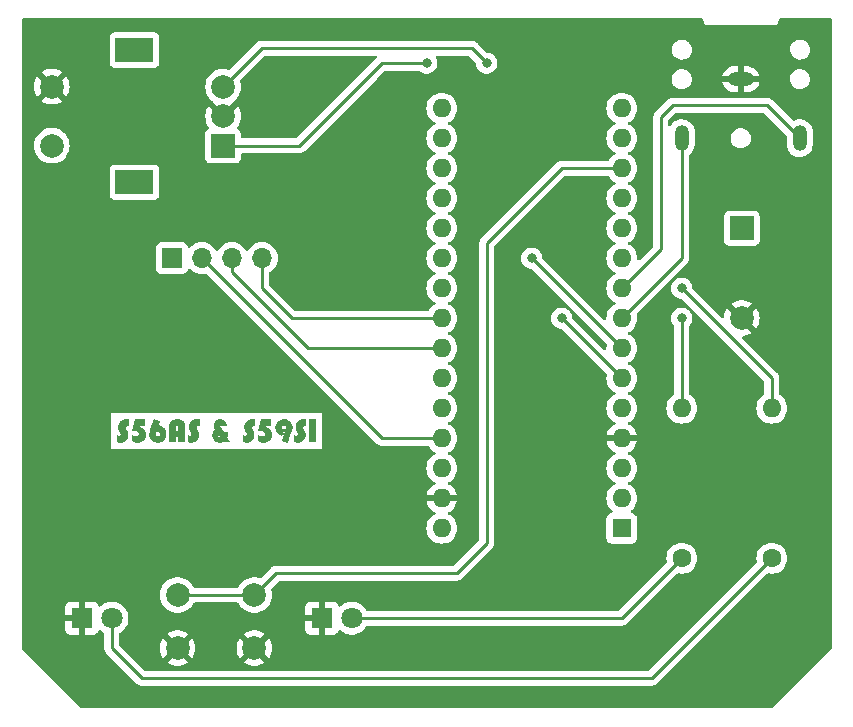
<source format=gbr>
%TF.GenerationSoftware,KiCad,Pcbnew,7.0.9*%
%TF.CreationDate,2025-04-10T13:05:33+02:00*%
%TF.ProjectId,CW,43572e6b-6963-4616-945f-706362585858,rev?*%
%TF.SameCoordinates,Original*%
%TF.FileFunction,Copper,L1,Top*%
%TF.FilePolarity,Positive*%
%FSLAX46Y46*%
G04 Gerber Fmt 4.6, Leading zero omitted, Abs format (unit mm)*
G04 Created by KiCad (PCBNEW 7.0.9) date 2025-04-10 13:05:33*
%MOMM*%
%LPD*%
G01*
G04 APERTURE LIST*
%ADD10C,0.300000*%
%TA.AperFunction,NonConductor*%
%ADD11C,0.300000*%
%TD*%
%TA.AperFunction,ComponentPad*%
%ADD12C,2.000000*%
%TD*%
%TA.AperFunction,ComponentPad*%
%ADD13R,2.000000X2.000000*%
%TD*%
%TA.AperFunction,ComponentPad*%
%ADD14R,1.600000X1.600000*%
%TD*%
%TA.AperFunction,ComponentPad*%
%ADD15O,1.600000X1.600000*%
%TD*%
%TA.AperFunction,ComponentPad*%
%ADD16C,1.600000*%
%TD*%
%TA.AperFunction,ComponentPad*%
%ADD17O,1.200000X2.200000*%
%TD*%
%TA.AperFunction,ComponentPad*%
%ADD18O,2.200000X1.200000*%
%TD*%
%TA.AperFunction,ComponentPad*%
%ADD19R,1.800000X1.800000*%
%TD*%
%TA.AperFunction,ComponentPad*%
%ADD20C,1.800000*%
%TD*%
%TA.AperFunction,ComponentPad*%
%ADD21R,1.700000X1.700000*%
%TD*%
%TA.AperFunction,ComponentPad*%
%ADD22O,1.700000X1.700000*%
%TD*%
%TA.AperFunction,ComponentPad*%
%ADD23R,3.200000X2.000000*%
%TD*%
%TA.AperFunction,ViaPad*%
%ADD24C,0.800000*%
%TD*%
%TA.AperFunction,Conductor*%
%ADD25C,0.250000*%
%TD*%
G04 APERTURE END LIST*
D10*
D11*
G36*
X120562685Y-103819578D02*
G01*
X120562685Y-104374498D01*
X120540319Y-104378297D01*
X120519933Y-104381453D01*
X120498083Y-104384390D01*
X120476194Y-104386644D01*
X120455930Y-104387674D01*
X120453753Y-104387687D01*
X120433053Y-104389164D01*
X120413453Y-104393594D01*
X120394952Y-104400979D01*
X120377549Y-104411317D01*
X120361246Y-104424610D01*
X120356056Y-104429697D01*
X120342277Y-104445885D01*
X120331349Y-104463311D01*
X120323272Y-104481972D01*
X120318046Y-104501870D01*
X120315670Y-104523005D01*
X120315512Y-104530325D01*
X120317177Y-104550824D01*
X120322175Y-104573487D01*
X120328884Y-104594026D01*
X120337907Y-104616067D01*
X120346792Y-104634782D01*
X120357157Y-104654459D01*
X120362895Y-104664658D01*
X120405881Y-104737931D01*
X120420078Y-104763222D01*
X120433359Y-104788413D01*
X120445723Y-104813505D01*
X120457172Y-104838498D01*
X120467705Y-104863392D01*
X120477322Y-104888186D01*
X120486024Y-104912882D01*
X120493809Y-104937478D01*
X120500678Y-104961974D01*
X120506632Y-104986372D01*
X120511669Y-105010670D01*
X120515791Y-105034869D01*
X120518996Y-105058969D01*
X120521286Y-105082970D01*
X120522660Y-105106871D01*
X120523118Y-105130674D01*
X120522339Y-105165144D01*
X120520004Y-105198947D01*
X120516111Y-105232082D01*
X120510662Y-105264549D01*
X120503655Y-105296348D01*
X120495091Y-105327480D01*
X120484970Y-105357943D01*
X120473292Y-105387739D01*
X120460057Y-105416867D01*
X120445266Y-105445327D01*
X120428917Y-105473119D01*
X120411010Y-105500244D01*
X120391547Y-105526700D01*
X120370527Y-105552489D01*
X120347950Y-105577609D01*
X120323816Y-105602062D01*
X120298621Y-105625368D01*
X120272738Y-105647171D01*
X120246169Y-105667470D01*
X120218913Y-105686265D01*
X120190971Y-105703557D01*
X120162341Y-105719345D01*
X120133024Y-105733629D01*
X120103020Y-105746410D01*
X120072330Y-105757687D01*
X120040952Y-105767461D01*
X120008888Y-105775730D01*
X119976136Y-105782497D01*
X119942698Y-105787759D01*
X119908572Y-105791518D01*
X119873760Y-105793774D01*
X119838261Y-105794526D01*
X119812123Y-105793783D01*
X119785917Y-105791555D01*
X119759642Y-105787841D01*
X119733298Y-105782642D01*
X119706885Y-105775957D01*
X119680404Y-105767787D01*
X119653854Y-105758131D01*
X119627235Y-105746990D01*
X119609451Y-105738737D01*
X119591637Y-105729824D01*
X119573792Y-105720251D01*
X119555916Y-105710018D01*
X119555916Y-105124812D01*
X119574398Y-105138343D01*
X119592106Y-105150543D01*
X119609042Y-105161412D01*
X119630421Y-105173834D01*
X119650426Y-105183890D01*
X119669057Y-105191580D01*
X119690414Y-105197865D01*
X119713209Y-105200527D01*
X119733561Y-105199609D01*
X119756505Y-105196083D01*
X119777834Y-105189912D01*
X119797549Y-105181096D01*
X119815650Y-105169636D01*
X119824095Y-105162914D01*
X119839036Y-105148190D01*
X119850885Y-105132231D01*
X119860803Y-105112048D01*
X119866513Y-105090183D01*
X119868059Y-105070101D01*
X119864389Y-105049231D01*
X119857274Y-105028656D01*
X119848886Y-105008796D01*
X119838101Y-104985914D01*
X119828439Y-104966769D01*
X119817430Y-104945923D01*
X119805072Y-104923377D01*
X119791366Y-104899131D01*
X119775987Y-104871290D01*
X119761599Y-104843452D01*
X119748204Y-104815618D01*
X119735801Y-104787787D01*
X119724390Y-104759961D01*
X119713972Y-104732138D01*
X119704546Y-104704319D01*
X119696112Y-104676504D01*
X119688670Y-104648693D01*
X119682220Y-104620885D01*
X119676763Y-104593082D01*
X119672298Y-104565282D01*
X119668825Y-104537486D01*
X119666345Y-104509694D01*
X119664856Y-104481905D01*
X119664360Y-104454121D01*
X119665116Y-104420648D01*
X119667383Y-104387763D01*
X119671161Y-104355466D01*
X119676450Y-104323756D01*
X119683251Y-104292634D01*
X119691563Y-104262100D01*
X119701386Y-104232154D01*
X119712720Y-104202795D01*
X119725566Y-104174024D01*
X119739923Y-104145841D01*
X119755791Y-104118245D01*
X119773170Y-104091237D01*
X119792061Y-104064817D01*
X119812463Y-104038984D01*
X119834376Y-104013740D01*
X119857800Y-103989083D01*
X119882333Y-103965422D01*
X119907450Y-103943287D01*
X119933151Y-103922679D01*
X119959436Y-103903598D01*
X119986305Y-103886043D01*
X120013757Y-103870014D01*
X120041794Y-103855512D01*
X120070414Y-103842537D01*
X120099618Y-103831088D01*
X120129406Y-103821166D01*
X120159778Y-103812770D01*
X120190734Y-103805900D01*
X120222274Y-103800558D01*
X120254397Y-103796741D01*
X120287105Y-103794452D01*
X120320396Y-103793688D01*
X120342364Y-103793916D01*
X120364486Y-103794598D01*
X120386763Y-103795736D01*
X120409194Y-103797329D01*
X120431780Y-103799377D01*
X120454520Y-103801880D01*
X120477415Y-103804838D01*
X120500464Y-103808251D01*
X120523668Y-103812120D01*
X120547027Y-103816443D01*
X120562685Y-103819578D01*
G37*
G36*
X121959754Y-103824951D02*
G01*
X121959754Y-104387687D01*
X121494228Y-104387687D01*
X121477131Y-104447282D01*
X121506955Y-104456477D01*
X121535856Y-104466234D01*
X121563833Y-104476551D01*
X121590887Y-104487430D01*
X121617017Y-104498869D01*
X121642223Y-104510869D01*
X121666506Y-104523431D01*
X121689866Y-104536553D01*
X121712302Y-104550236D01*
X121733814Y-104564481D01*
X121754403Y-104579286D01*
X121774069Y-104594652D01*
X121792811Y-104610579D01*
X121810629Y-104627068D01*
X121827524Y-104644117D01*
X121843495Y-104661727D01*
X121864080Y-104686331D01*
X121883337Y-104711538D01*
X121901266Y-104737347D01*
X121917867Y-104763760D01*
X121933140Y-104790775D01*
X121947084Y-104818394D01*
X121959701Y-104846615D01*
X121970990Y-104875440D01*
X121980950Y-104904867D01*
X121989583Y-104934898D01*
X121996887Y-104965531D01*
X122002863Y-104996767D01*
X122007511Y-105028607D01*
X122010832Y-105061049D01*
X122012824Y-105094094D01*
X122013488Y-105127743D01*
X122012677Y-105163324D01*
X122010244Y-105198138D01*
X122006189Y-105232185D01*
X122000512Y-105265465D01*
X121993214Y-105297978D01*
X121984293Y-105329724D01*
X121973751Y-105360703D01*
X121961586Y-105390914D01*
X121947800Y-105420359D01*
X121932392Y-105449037D01*
X121915361Y-105476947D01*
X121896709Y-105504090D01*
X121876435Y-105530467D01*
X121854539Y-105556076D01*
X121831021Y-105580918D01*
X121805881Y-105604993D01*
X121779517Y-105627944D01*
X121752323Y-105649415D01*
X121724302Y-105669405D01*
X121695453Y-105687914D01*
X121665776Y-105704942D01*
X121635270Y-105720490D01*
X121603936Y-105734556D01*
X121571775Y-105747143D01*
X121538785Y-105758248D01*
X121504967Y-105767873D01*
X121470320Y-105776017D01*
X121434846Y-105782680D01*
X121398543Y-105787862D01*
X121361413Y-105791564D01*
X121323454Y-105793785D01*
X121284667Y-105794526D01*
X121258163Y-105794010D01*
X121231651Y-105792465D01*
X121205132Y-105789889D01*
X121178605Y-105786282D01*
X121152070Y-105781646D01*
X121125528Y-105775978D01*
X121098978Y-105769281D01*
X121072420Y-105761553D01*
X121045855Y-105752794D01*
X121019282Y-105743006D01*
X120992702Y-105732186D01*
X120966113Y-105720337D01*
X120939518Y-105707457D01*
X120912914Y-105693547D01*
X120886303Y-105678606D01*
X120859685Y-105662635D01*
X120859685Y-105163402D01*
X120881974Y-105175469D01*
X120903778Y-105186758D01*
X120925098Y-105197268D01*
X120945933Y-105207000D01*
X120966283Y-105215953D01*
X120986149Y-105224127D01*
X121005530Y-105231523D01*
X121024426Y-105238140D01*
X121051862Y-105246607D01*
X121078208Y-105253322D01*
X121103462Y-105258285D01*
X121127627Y-105261496D01*
X121150700Y-105262956D01*
X121158149Y-105263053D01*
X121180400Y-105262564D01*
X121201724Y-105261095D01*
X121222120Y-105258648D01*
X121241589Y-105255222D01*
X121266105Y-105249131D01*
X121288972Y-105241300D01*
X121310191Y-105231729D01*
X121329760Y-105220418D01*
X121347682Y-105207366D01*
X121363710Y-105192696D01*
X121377602Y-105176774D01*
X121389356Y-105159601D01*
X121398973Y-105141176D01*
X121406453Y-105121499D01*
X121411796Y-105100571D01*
X121415001Y-105078390D01*
X121416070Y-105054958D01*
X121415121Y-105035079D01*
X121412274Y-105015740D01*
X121405527Y-104990797D01*
X121395406Y-104966815D01*
X121385602Y-104949460D01*
X121373900Y-104932646D01*
X121360300Y-104916373D01*
X121344802Y-104900641D01*
X121327407Y-104885449D01*
X121308114Y-104870799D01*
X121287405Y-104857093D01*
X121265759Y-104844736D01*
X121243178Y-104833726D01*
X121219660Y-104824065D01*
X121195207Y-104815752D01*
X121169818Y-104808786D01*
X121143492Y-104803169D01*
X121116231Y-104798900D01*
X121088034Y-104795979D01*
X121058901Y-104794407D01*
X121038959Y-104794107D01*
X121018396Y-104795049D01*
X120994566Y-104797876D01*
X120973149Y-104801493D01*
X120949640Y-104806317D01*
X120924041Y-104812347D01*
X120903468Y-104817661D01*
X120881720Y-104823653D01*
X120858795Y-104830323D01*
X120850892Y-104832697D01*
X121060452Y-103824951D01*
X121959754Y-103824951D01*
G37*
G36*
X122716419Y-103765356D02*
G01*
X123238610Y-103949027D01*
X122868338Y-105017345D01*
X122861499Y-105037983D01*
X122856614Y-105057401D01*
X122853454Y-105077785D01*
X122852706Y-105092572D01*
X122853935Y-105113924D01*
X122857620Y-105134322D01*
X122863762Y-105153766D01*
X122872360Y-105172256D01*
X122883415Y-105189792D01*
X122896928Y-105206374D01*
X122903020Y-105212739D01*
X122919208Y-105227234D01*
X122936327Y-105239272D01*
X122954376Y-105248853D01*
X122973355Y-105255978D01*
X122993264Y-105260646D01*
X123014103Y-105262857D01*
X123022699Y-105263053D01*
X123043582Y-105261718D01*
X123063486Y-105257710D01*
X123082412Y-105251032D01*
X123100361Y-105241682D01*
X123117331Y-105229661D01*
X123133324Y-105214968D01*
X123139447Y-105208343D01*
X123153520Y-105190650D01*
X123165207Y-105171764D01*
X123174510Y-105151685D01*
X123181427Y-105130414D01*
X123185958Y-105107950D01*
X123188105Y-105084294D01*
X123188296Y-105074498D01*
X123187103Y-105050529D01*
X123183526Y-105027777D01*
X123177563Y-105006241D01*
X123169214Y-104985922D01*
X123158481Y-104966819D01*
X123145363Y-104948932D01*
X123139447Y-104942118D01*
X123123846Y-104926498D01*
X123107266Y-104913525D01*
X123089709Y-104903199D01*
X123071174Y-104895521D01*
X123051661Y-104890491D01*
X123031170Y-104888108D01*
X123022699Y-104887896D01*
X123001472Y-104889428D01*
X122981115Y-104891893D01*
X122958746Y-104895002D01*
X122944053Y-104897177D01*
X123184388Y-104315391D01*
X123203540Y-104323972D01*
X123222345Y-104332620D01*
X123240802Y-104341333D01*
X123258913Y-104350112D01*
X123276676Y-104358956D01*
X123294091Y-104367867D01*
X123327881Y-104385886D01*
X123360281Y-104404168D01*
X123391292Y-104422713D01*
X123420914Y-104441521D01*
X123449147Y-104460593D01*
X123475991Y-104479929D01*
X123501446Y-104499527D01*
X123525511Y-104519389D01*
X123548188Y-104539514D01*
X123569475Y-104559903D01*
X123589373Y-104580555D01*
X123607882Y-104601470D01*
X123625002Y-104622648D01*
X123640914Y-104644220D01*
X123655800Y-104666437D01*
X123669658Y-104689298D01*
X123682491Y-104712805D01*
X123694296Y-104736956D01*
X123705076Y-104761752D01*
X123714828Y-104787194D01*
X123723554Y-104813280D01*
X123731253Y-104840011D01*
X123737926Y-104867387D01*
X123743572Y-104895409D01*
X123748192Y-104924075D01*
X123751785Y-104953386D01*
X123754352Y-104983342D01*
X123755891Y-105013943D01*
X123756405Y-105045189D01*
X123756197Y-105064845D01*
X123754533Y-105103576D01*
X123751205Y-105141533D01*
X123746213Y-105178716D01*
X123739558Y-105215123D01*
X123731238Y-105250756D01*
X123721255Y-105285614D01*
X123709607Y-105319697D01*
X123696296Y-105353006D01*
X123681321Y-105385540D01*
X123664682Y-105417299D01*
X123646379Y-105448283D01*
X123626412Y-105478493D01*
X123604781Y-105507928D01*
X123581487Y-105536589D01*
X123556528Y-105564474D01*
X123543425Y-105578127D01*
X123516488Y-105604331D01*
X123488799Y-105628845D01*
X123460358Y-105651668D01*
X123431165Y-105672801D01*
X123401220Y-105692243D01*
X123370524Y-105709995D01*
X123339076Y-105726056D01*
X123306876Y-105740426D01*
X123273924Y-105753106D01*
X123240220Y-105764095D01*
X123205765Y-105773393D01*
X123170558Y-105781001D01*
X123134599Y-105786918D01*
X123097888Y-105791144D01*
X123060425Y-105793680D01*
X123022211Y-105794526D01*
X122986044Y-105793682D01*
X122950449Y-105791152D01*
X122915427Y-105786935D01*
X122880977Y-105781031D01*
X122847100Y-105773441D01*
X122813795Y-105764163D01*
X122781063Y-105753199D01*
X122748903Y-105740548D01*
X122717316Y-105726210D01*
X122686301Y-105710186D01*
X122655858Y-105692474D01*
X122625988Y-105673076D01*
X122596690Y-105651991D01*
X122567965Y-105629219D01*
X122539812Y-105604760D01*
X122512232Y-105578615D01*
X122485790Y-105551340D01*
X122461055Y-105523492D01*
X122438026Y-105495072D01*
X122416702Y-105466080D01*
X122397085Y-105436515D01*
X122379173Y-105406378D01*
X122362967Y-105375668D01*
X122348467Y-105344386D01*
X122335673Y-105312531D01*
X122324584Y-105280104D01*
X122315202Y-105247105D01*
X122307526Y-105213533D01*
X122301555Y-105179389D01*
X122297290Y-105144672D01*
X122294732Y-105109383D01*
X122293879Y-105073521D01*
X122294767Y-105047294D01*
X122297433Y-105018440D01*
X122300198Y-104997744D01*
X122303753Y-104975881D01*
X122308098Y-104952850D01*
X122313233Y-104928650D01*
X122319158Y-104903284D01*
X122325872Y-104876749D01*
X122333377Y-104849046D01*
X122341672Y-104820176D01*
X122350757Y-104790138D01*
X122360631Y-104758932D01*
X122371296Y-104726559D01*
X122382751Y-104693017D01*
X122394995Y-104658308D01*
X122716419Y-103765356D01*
G37*
G36*
X124700159Y-104762844D02*
G01*
X124700159Y-105294316D01*
X124538959Y-105294316D01*
X124538959Y-105732000D01*
X123950334Y-105732000D01*
X123950334Y-104522020D01*
X123950522Y-104500645D01*
X123951089Y-104479568D01*
X123952034Y-104458788D01*
X123953356Y-104438306D01*
X123955056Y-104418122D01*
X123957134Y-104398235D01*
X123959590Y-104378646D01*
X123965635Y-104340361D01*
X123973191Y-104303267D01*
X123982259Y-104267363D01*
X123992838Y-104232650D01*
X124004928Y-104199128D01*
X124018529Y-104166796D01*
X124033641Y-104135655D01*
X124050265Y-104105705D01*
X124068400Y-104076945D01*
X124088046Y-104049376D01*
X124109204Y-104022998D01*
X124131873Y-103997810D01*
X124143774Y-103985663D01*
X124168559Y-103962416D01*
X124194554Y-103940669D01*
X124221758Y-103920422D01*
X124250172Y-103901674D01*
X124279796Y-103884426D01*
X124310630Y-103868678D01*
X124342673Y-103854430D01*
X124375927Y-103841682D01*
X124410390Y-103830433D01*
X124446063Y-103820685D01*
X124482945Y-103812436D01*
X124521038Y-103805687D01*
X124540537Y-103802875D01*
X124560340Y-103800437D01*
X124580444Y-103798375D01*
X124600851Y-103796688D01*
X124621561Y-103795376D01*
X124642573Y-103794438D01*
X124663888Y-103793876D01*
X124685505Y-103793688D01*
X124706370Y-103793859D01*
X124726894Y-103794369D01*
X124747078Y-103795221D01*
X124766921Y-103796413D01*
X124786424Y-103797946D01*
X124824408Y-103802033D01*
X124861029Y-103807483D01*
X124896288Y-103814295D01*
X124930184Y-103822469D01*
X124962718Y-103832006D01*
X124993889Y-103842906D01*
X125023698Y-103855167D01*
X125052145Y-103868792D01*
X125079229Y-103883778D01*
X125104951Y-103900127D01*
X125129310Y-103917839D01*
X125152307Y-103936912D01*
X125173942Y-103957349D01*
X125184248Y-103968078D01*
X125203946Y-103990542D01*
X125222373Y-104014461D01*
X125239529Y-104039834D01*
X125255415Y-104066660D01*
X125270029Y-104094941D01*
X125283373Y-104124675D01*
X125295446Y-104155864D01*
X125306248Y-104188507D01*
X125315779Y-104222604D01*
X125324039Y-104258154D01*
X125331029Y-104295159D01*
X125336748Y-104333618D01*
X125339130Y-104353392D01*
X125341195Y-104373530D01*
X125342943Y-104394032D01*
X125344373Y-104414897D01*
X125345484Y-104436126D01*
X125346279Y-104457718D01*
X125346755Y-104479673D01*
X125346914Y-104501993D01*
X125346914Y-105732000D01*
X124757800Y-105732000D01*
X124757800Y-104540094D01*
X124757449Y-104518540D01*
X124756396Y-104498817D01*
X124754092Y-104476740D01*
X124749879Y-104454026D01*
X124742966Y-104432734D01*
X124735330Y-104418950D01*
X124719990Y-104403837D01*
X124701359Y-104394556D01*
X124681200Y-104389641D01*
X124661055Y-104387809D01*
X124653753Y-104387687D01*
X124633238Y-104389026D01*
X124609024Y-104394980D01*
X124588397Y-104405696D01*
X124571357Y-104421175D01*
X124557904Y-104441416D01*
X124550169Y-104459723D01*
X124544452Y-104480709D01*
X124540752Y-104504374D01*
X124539071Y-104530718D01*
X124538959Y-104540094D01*
X124538959Y-104762844D01*
X124700159Y-104762844D01*
G37*
G36*
X126557382Y-103819578D02*
G01*
X126557382Y-104374498D01*
X126535016Y-104378297D01*
X126514630Y-104381453D01*
X126492779Y-104384390D01*
X126470891Y-104386644D01*
X126450626Y-104387674D01*
X126448449Y-104387687D01*
X126427750Y-104389164D01*
X126408149Y-104393594D01*
X126389648Y-104400979D01*
X126372246Y-104411317D01*
X126355942Y-104424610D01*
X126350752Y-104429697D01*
X126336974Y-104445885D01*
X126326046Y-104463311D01*
X126317968Y-104481972D01*
X126312742Y-104501870D01*
X126310366Y-104523005D01*
X126310208Y-104530325D01*
X126311874Y-104550824D01*
X126316871Y-104573487D01*
X126323581Y-104594026D01*
X126332604Y-104616067D01*
X126341488Y-104634782D01*
X126351853Y-104654459D01*
X126357591Y-104664658D01*
X126400578Y-104737931D01*
X126414774Y-104763222D01*
X126428055Y-104788413D01*
X126440420Y-104813505D01*
X126451869Y-104838498D01*
X126462402Y-104863392D01*
X126472019Y-104888186D01*
X126480720Y-104912882D01*
X126488505Y-104937478D01*
X126495375Y-104961974D01*
X126501328Y-104986372D01*
X126506366Y-105010670D01*
X126510487Y-105034869D01*
X126513693Y-105058969D01*
X126515983Y-105082970D01*
X126517356Y-105106871D01*
X126517814Y-105130674D01*
X126517036Y-105165144D01*
X126514700Y-105198947D01*
X126510808Y-105232082D01*
X126505358Y-105264549D01*
X126498351Y-105296348D01*
X126489788Y-105327480D01*
X126479667Y-105357943D01*
X126467989Y-105387739D01*
X126454754Y-105416867D01*
X126439962Y-105445327D01*
X126423613Y-105473119D01*
X126405707Y-105500244D01*
X126386244Y-105526700D01*
X126365224Y-105552489D01*
X126342646Y-105577609D01*
X126318512Y-105602062D01*
X126293317Y-105625368D01*
X126267435Y-105647171D01*
X126240866Y-105667470D01*
X126213610Y-105686265D01*
X126185667Y-105703557D01*
X126157037Y-105719345D01*
X126127720Y-105733629D01*
X126097717Y-105746410D01*
X126067026Y-105757687D01*
X126035648Y-105767461D01*
X126003584Y-105775730D01*
X125970833Y-105782497D01*
X125937394Y-105787759D01*
X125903269Y-105791518D01*
X125868457Y-105793774D01*
X125832957Y-105794526D01*
X125806820Y-105793783D01*
X125780613Y-105791555D01*
X125754338Y-105787841D01*
X125727994Y-105782642D01*
X125701582Y-105775957D01*
X125675100Y-105767787D01*
X125648550Y-105758131D01*
X125621932Y-105746990D01*
X125604148Y-105738737D01*
X125586333Y-105729824D01*
X125568488Y-105720251D01*
X125550613Y-105710018D01*
X125550613Y-105124812D01*
X125569094Y-105138343D01*
X125586803Y-105150543D01*
X125603738Y-105161412D01*
X125625117Y-105173834D01*
X125645122Y-105183890D01*
X125663753Y-105191580D01*
X125685110Y-105197865D01*
X125707905Y-105200527D01*
X125728258Y-105199609D01*
X125751201Y-105196083D01*
X125772531Y-105189912D01*
X125792246Y-105181096D01*
X125810346Y-105169636D01*
X125818791Y-105162914D01*
X125833732Y-105148190D01*
X125845582Y-105132231D01*
X125855499Y-105112048D01*
X125861209Y-105090183D01*
X125862755Y-105070101D01*
X125859085Y-105049231D01*
X125851970Y-105028656D01*
X125843582Y-105008796D01*
X125832797Y-104985914D01*
X125823136Y-104966769D01*
X125812126Y-104945923D01*
X125799769Y-104923377D01*
X125786063Y-104899131D01*
X125770683Y-104871290D01*
X125756296Y-104843452D01*
X125742901Y-104815618D01*
X125730498Y-104787787D01*
X125719087Y-104759961D01*
X125708668Y-104732138D01*
X125699242Y-104704319D01*
X125690808Y-104676504D01*
X125683366Y-104648693D01*
X125676917Y-104620885D01*
X125671459Y-104593082D01*
X125666994Y-104565282D01*
X125663522Y-104537486D01*
X125661041Y-104509694D01*
X125659553Y-104481905D01*
X125659057Y-104454121D01*
X125659812Y-104420648D01*
X125662079Y-104387763D01*
X125665857Y-104355466D01*
X125671147Y-104323756D01*
X125677947Y-104292634D01*
X125686259Y-104262100D01*
X125696082Y-104232154D01*
X125707417Y-104202795D01*
X125720262Y-104174024D01*
X125734619Y-104145841D01*
X125750487Y-104118245D01*
X125767867Y-104091237D01*
X125786757Y-104064817D01*
X125807159Y-104038984D01*
X125829072Y-104013740D01*
X125852497Y-103989083D01*
X125877030Y-103965422D01*
X125902147Y-103943287D01*
X125927848Y-103922679D01*
X125954132Y-103903598D01*
X125981001Y-103886043D01*
X126008454Y-103870014D01*
X126036490Y-103855512D01*
X126065110Y-103842537D01*
X126094314Y-103831088D01*
X126124103Y-103821166D01*
X126154475Y-103812770D01*
X126185430Y-103805900D01*
X126216970Y-103800558D01*
X126249094Y-103796741D01*
X126281801Y-103794452D01*
X126315093Y-103793688D01*
X126337060Y-103793916D01*
X126359182Y-103794598D01*
X126381459Y-103795736D01*
X126403890Y-103797329D01*
X126426476Y-103799377D01*
X126449216Y-103801880D01*
X126472111Y-103804838D01*
X126495161Y-103808251D01*
X126518365Y-103812120D01*
X126541723Y-103816443D01*
X126557382Y-103819578D01*
G37*
G36*
X128334006Y-103794278D02*
G01*
X128361367Y-103796047D01*
X128388243Y-103798995D01*
X128414635Y-103803122D01*
X128440542Y-103808429D01*
X128465964Y-103814914D01*
X128490902Y-103822580D01*
X128515355Y-103831424D01*
X128539323Y-103841447D01*
X128562806Y-103852650D01*
X128585805Y-103865032D01*
X128608319Y-103878593D01*
X128630349Y-103893334D01*
X128651894Y-103909253D01*
X128672954Y-103926352D01*
X128693530Y-103944630D01*
X128713227Y-103963723D01*
X128731654Y-103983267D01*
X128748811Y-104003260D01*
X128764696Y-104023704D01*
X128779310Y-104044598D01*
X128792654Y-104065943D01*
X128804727Y-104087738D01*
X128815529Y-104109983D01*
X128825060Y-104132678D01*
X128833321Y-104155824D01*
X128840310Y-104179420D01*
X128846029Y-104203467D01*
X128850477Y-104227963D01*
X128853654Y-104252911D01*
X128855560Y-104278308D01*
X128856195Y-104304156D01*
X128855814Y-104324277D01*
X128854959Y-104344290D01*
X128853810Y-104364656D01*
X128852528Y-104384234D01*
X128852288Y-104387687D01*
X128398973Y-104387687D01*
X128396330Y-104365339D01*
X128392613Y-104345189D01*
X128385988Y-104321741D01*
X128377455Y-104302202D01*
X128364105Y-104283273D01*
X128347773Y-104270450D01*
X128328461Y-104263734D01*
X128315442Y-104262635D01*
X128293197Y-104264798D01*
X128273061Y-104272793D01*
X128259190Y-104286677D01*
X128251583Y-104306452D01*
X128249985Y-104324184D01*
X128253912Y-104345007D01*
X128262507Y-104363599D01*
X128270501Y-104376452D01*
X128616349Y-104887896D01*
X128971478Y-104887896D01*
X128973448Y-104911631D01*
X128975084Y-104932766D01*
X128976607Y-104954697D01*
X128977776Y-104975550D01*
X128978317Y-104994875D01*
X128978010Y-105016259D01*
X128977088Y-105037426D01*
X128975552Y-105058376D01*
X128973401Y-105079108D01*
X128970637Y-105099622D01*
X128967257Y-105119919D01*
X128963263Y-105139999D01*
X128958655Y-105159861D01*
X128953433Y-105179505D01*
X128947596Y-105198932D01*
X128941144Y-105218141D01*
X128934078Y-105237133D01*
X128926398Y-105255907D01*
X128918103Y-105274464D01*
X128909194Y-105292803D01*
X128899671Y-105310925D01*
X129174200Y-105732000D01*
X128649077Y-105732000D01*
X128598763Y-105671916D01*
X128579546Y-105686763D01*
X128560120Y-105700652D01*
X128540483Y-105713584D01*
X128520636Y-105725558D01*
X128500580Y-105736573D01*
X128480313Y-105746631D01*
X128459837Y-105755731D01*
X128439151Y-105763873D01*
X128418255Y-105771057D01*
X128397149Y-105777284D01*
X128375833Y-105782552D01*
X128354307Y-105786863D01*
X128332571Y-105790215D01*
X128310626Y-105792610D01*
X128288470Y-105794047D01*
X128266105Y-105794526D01*
X128233981Y-105793808D01*
X128202457Y-105791656D01*
X128171531Y-105788068D01*
X128141205Y-105783046D01*
X128111478Y-105776589D01*
X128082350Y-105768697D01*
X128053821Y-105759370D01*
X128025892Y-105748608D01*
X127998561Y-105736411D01*
X127971830Y-105722779D01*
X127945698Y-105707713D01*
X127920165Y-105691211D01*
X127895231Y-105673274D01*
X127870897Y-105653903D01*
X127847161Y-105633096D01*
X127824025Y-105610855D01*
X127801961Y-105587536D01*
X127781321Y-105563617D01*
X127762104Y-105539099D01*
X127744310Y-105513982D01*
X127727940Y-105488266D01*
X127712994Y-105461951D01*
X127699471Y-105435036D01*
X127687371Y-105407523D01*
X127676695Y-105379410D01*
X127667443Y-105350698D01*
X127659613Y-105321387D01*
X127653208Y-105291477D01*
X127648226Y-105260968D01*
X127644667Y-105229859D01*
X127642532Y-105198151D01*
X127641820Y-105165845D01*
X127642180Y-105151678D01*
X128111255Y-105151678D01*
X128112526Y-105173706D01*
X128116338Y-105194360D01*
X128122692Y-105213640D01*
X128131588Y-105231546D01*
X128143025Y-105248078D01*
X128147403Y-105253284D01*
X128161525Y-105267228D01*
X128179433Y-105279851D01*
X128198884Y-105288546D01*
X128219878Y-105293315D01*
X128235819Y-105294316D01*
X128256899Y-105291650D01*
X128275507Y-105284804D01*
X128293993Y-105273744D01*
X128310068Y-105260611D01*
X128159615Y-105053004D01*
X128143180Y-105067934D01*
X128130145Y-105084512D01*
X128120511Y-105102738D01*
X128114277Y-105122614D01*
X128111444Y-105144137D01*
X128111255Y-105151678D01*
X127642180Y-105151678D01*
X127642751Y-105129218D01*
X127645545Y-105093343D01*
X127650201Y-105058219D01*
X127656719Y-105023848D01*
X127665099Y-104990228D01*
X127675342Y-104957360D01*
X127687448Y-104925244D01*
X127701415Y-104893880D01*
X127717245Y-104863268D01*
X127734938Y-104833407D01*
X127754492Y-104804298D01*
X127775909Y-104775941D01*
X127799189Y-104748336D01*
X127824330Y-104721483D01*
X127851335Y-104695381D01*
X127880201Y-104670032D01*
X127864999Y-104650469D01*
X127850777Y-104630739D01*
X127837537Y-104610841D01*
X127825277Y-104590775D01*
X127813998Y-104570541D01*
X127803700Y-104550139D01*
X127794382Y-104529569D01*
X127786045Y-104508831D01*
X127778689Y-104487926D01*
X127772314Y-104466852D01*
X127766920Y-104445611D01*
X127762506Y-104424201D01*
X127759074Y-104402624D01*
X127756622Y-104380879D01*
X127755151Y-104358965D01*
X127754660Y-104336884D01*
X127755292Y-104309111D01*
X127757187Y-104281846D01*
X127760345Y-104255088D01*
X127764766Y-104228837D01*
X127770450Y-104203095D01*
X127777398Y-104177859D01*
X127785608Y-104153132D01*
X127795082Y-104128912D01*
X127805819Y-104105199D01*
X127817820Y-104081994D01*
X127831083Y-104059297D01*
X127845610Y-104037107D01*
X127861400Y-104015425D01*
X127878453Y-103994250D01*
X127896769Y-103973583D01*
X127916349Y-103953423D01*
X127936877Y-103934080D01*
X127957916Y-103915985D01*
X127979467Y-103899138D01*
X128001529Y-103883539D01*
X128024102Y-103869188D01*
X128047187Y-103856085D01*
X128070783Y-103844229D01*
X128094890Y-103833622D01*
X128119509Y-103824263D01*
X128144640Y-103816151D01*
X128170281Y-103809287D01*
X128196434Y-103803672D01*
X128223099Y-103799304D01*
X128250275Y-103796184D01*
X128277962Y-103794312D01*
X128306161Y-103793688D01*
X128334006Y-103794278D01*
G37*
G36*
X131246844Y-103819578D02*
G01*
X131246844Y-104374498D01*
X131224479Y-104378297D01*
X131204092Y-104381453D01*
X131182242Y-104384390D01*
X131160353Y-104386644D01*
X131140089Y-104387674D01*
X131137912Y-104387687D01*
X131117212Y-104389164D01*
X131097612Y-104393594D01*
X131079111Y-104400979D01*
X131061708Y-104411317D01*
X131045405Y-104424610D01*
X131040215Y-104429697D01*
X131026436Y-104445885D01*
X131015508Y-104463311D01*
X131007431Y-104481972D01*
X131002205Y-104501870D01*
X130999829Y-104523005D01*
X130999671Y-104530325D01*
X131001336Y-104550824D01*
X131006334Y-104573487D01*
X131013043Y-104594026D01*
X131022067Y-104616067D01*
X131030951Y-104634782D01*
X131041316Y-104654459D01*
X131047054Y-104664658D01*
X131090040Y-104737931D01*
X131104237Y-104763222D01*
X131117518Y-104788413D01*
X131129883Y-104813505D01*
X131141331Y-104838498D01*
X131151864Y-104863392D01*
X131161482Y-104888186D01*
X131170183Y-104912882D01*
X131177968Y-104937478D01*
X131184837Y-104961974D01*
X131190791Y-104986372D01*
X131195828Y-105010670D01*
X131199950Y-105034869D01*
X131203155Y-105058969D01*
X131205445Y-105082970D01*
X131206819Y-105106871D01*
X131207277Y-105130674D01*
X131206499Y-105165144D01*
X131204163Y-105198947D01*
X131200270Y-105232082D01*
X131194821Y-105264549D01*
X131187814Y-105296348D01*
X131179250Y-105327480D01*
X131169129Y-105357943D01*
X131157452Y-105387739D01*
X131144217Y-105416867D01*
X131129425Y-105445327D01*
X131113076Y-105473119D01*
X131095170Y-105500244D01*
X131075706Y-105526700D01*
X131054686Y-105552489D01*
X131032109Y-105577609D01*
X131007975Y-105602062D01*
X130982780Y-105625368D01*
X130956898Y-105647171D01*
X130930329Y-105667470D01*
X130903073Y-105686265D01*
X130875130Y-105703557D01*
X130846500Y-105719345D01*
X130817183Y-105733629D01*
X130787179Y-105746410D01*
X130756489Y-105757687D01*
X130725111Y-105767461D01*
X130693047Y-105775730D01*
X130660295Y-105782497D01*
X130626857Y-105787759D01*
X130592732Y-105791518D01*
X130557919Y-105793774D01*
X130522420Y-105794526D01*
X130496282Y-105793783D01*
X130470076Y-105791555D01*
X130443801Y-105787841D01*
X130417457Y-105782642D01*
X130391044Y-105775957D01*
X130364563Y-105767787D01*
X130338013Y-105758131D01*
X130311394Y-105746990D01*
X130293610Y-105738737D01*
X130275796Y-105729824D01*
X130257951Y-105720251D01*
X130240075Y-105710018D01*
X130240075Y-105124812D01*
X130258557Y-105138343D01*
X130276265Y-105150543D01*
X130293201Y-105161412D01*
X130314580Y-105173834D01*
X130334585Y-105183890D01*
X130353216Y-105191580D01*
X130374573Y-105197865D01*
X130397368Y-105200527D01*
X130417721Y-105199609D01*
X130440664Y-105196083D01*
X130461993Y-105189912D01*
X130481708Y-105181096D01*
X130499809Y-105169636D01*
X130508254Y-105162914D01*
X130523195Y-105148190D01*
X130535044Y-105132231D01*
X130544962Y-105112048D01*
X130550672Y-105090183D01*
X130552218Y-105070101D01*
X130548548Y-105049231D01*
X130541433Y-105028656D01*
X130533045Y-105008796D01*
X130522260Y-104985914D01*
X130512598Y-104966769D01*
X130501589Y-104945923D01*
X130489231Y-104923377D01*
X130475525Y-104899131D01*
X130460146Y-104871290D01*
X130445758Y-104843452D01*
X130432363Y-104815618D01*
X130419960Y-104787787D01*
X130408550Y-104759961D01*
X130398131Y-104732138D01*
X130388705Y-104704319D01*
X130380271Y-104676504D01*
X130372829Y-104648693D01*
X130366379Y-104620885D01*
X130360922Y-104593082D01*
X130356457Y-104565282D01*
X130352984Y-104537486D01*
X130350504Y-104509694D01*
X130349015Y-104481905D01*
X130348519Y-104454121D01*
X130349275Y-104420648D01*
X130351542Y-104387763D01*
X130355320Y-104355466D01*
X130360609Y-104323756D01*
X130367410Y-104292634D01*
X130375722Y-104262100D01*
X130385545Y-104232154D01*
X130396879Y-104202795D01*
X130409725Y-104174024D01*
X130424082Y-104145841D01*
X130439950Y-104118245D01*
X130457329Y-104091237D01*
X130476220Y-104064817D01*
X130496622Y-104038984D01*
X130518535Y-104013740D01*
X130541960Y-103989083D01*
X130566493Y-103965422D01*
X130591610Y-103943287D01*
X130617310Y-103922679D01*
X130643595Y-103903598D01*
X130670464Y-103886043D01*
X130697916Y-103870014D01*
X130725953Y-103855512D01*
X130754573Y-103842537D01*
X130783777Y-103831088D01*
X130813565Y-103821166D01*
X130843937Y-103812770D01*
X130874893Y-103805900D01*
X130906433Y-103800558D01*
X130938556Y-103796741D01*
X130971264Y-103794452D01*
X131004555Y-103793688D01*
X131026523Y-103793916D01*
X131048645Y-103794598D01*
X131070922Y-103795736D01*
X131093353Y-103797329D01*
X131115939Y-103799377D01*
X131138679Y-103801880D01*
X131161574Y-103804838D01*
X131184624Y-103808251D01*
X131207828Y-103812120D01*
X131231186Y-103816443D01*
X131246844Y-103819578D01*
G37*
G36*
X132643913Y-103824951D02*
G01*
X132643913Y-104387687D01*
X132178387Y-104387687D01*
X132161290Y-104447282D01*
X132191114Y-104456477D01*
X132220015Y-104466234D01*
X132247992Y-104476551D01*
X132275046Y-104487430D01*
X132301176Y-104498869D01*
X132326383Y-104510869D01*
X132350666Y-104523431D01*
X132374025Y-104536553D01*
X132396461Y-104550236D01*
X132417974Y-104564481D01*
X132438562Y-104579286D01*
X132458228Y-104594652D01*
X132476970Y-104610579D01*
X132494788Y-104627068D01*
X132511683Y-104644117D01*
X132527654Y-104661727D01*
X132548239Y-104686331D01*
X132567496Y-104711538D01*
X132585425Y-104737347D01*
X132602026Y-104763760D01*
X132617299Y-104790775D01*
X132631243Y-104818394D01*
X132643860Y-104846615D01*
X132655149Y-104875440D01*
X132665109Y-104904867D01*
X132673742Y-104934898D01*
X132681046Y-104965531D01*
X132687022Y-104996767D01*
X132691671Y-105028607D01*
X132694991Y-105061049D01*
X132696983Y-105094094D01*
X132697647Y-105127743D01*
X132696836Y-105163324D01*
X132694403Y-105198138D01*
X132690348Y-105232185D01*
X132684672Y-105265465D01*
X132677373Y-105297978D01*
X132668452Y-105329724D01*
X132657910Y-105360703D01*
X132645745Y-105390914D01*
X132631959Y-105420359D01*
X132616551Y-105449037D01*
X132599520Y-105476947D01*
X132580868Y-105504090D01*
X132560594Y-105530467D01*
X132538698Y-105556076D01*
X132515180Y-105580918D01*
X132490040Y-105604993D01*
X132463676Y-105627944D01*
X132436483Y-105649415D01*
X132408461Y-105669405D01*
X132379612Y-105687914D01*
X132349935Y-105704942D01*
X132319429Y-105720490D01*
X132288096Y-105734556D01*
X132255934Y-105747143D01*
X132222944Y-105758248D01*
X132189126Y-105767873D01*
X132154479Y-105776017D01*
X132119005Y-105782680D01*
X132082703Y-105787862D01*
X132045572Y-105791564D01*
X132007613Y-105793785D01*
X131968826Y-105794526D01*
X131942322Y-105794010D01*
X131915810Y-105792465D01*
X131889291Y-105789889D01*
X131862764Y-105786282D01*
X131836229Y-105781646D01*
X131809687Y-105775978D01*
X131783137Y-105769281D01*
X131756579Y-105761553D01*
X131730014Y-105752794D01*
X131703441Y-105743006D01*
X131676861Y-105732186D01*
X131650273Y-105720337D01*
X131623677Y-105707457D01*
X131597073Y-105693547D01*
X131570462Y-105678606D01*
X131543844Y-105662635D01*
X131543844Y-105163402D01*
X131566133Y-105175469D01*
X131587937Y-105186758D01*
X131609257Y-105197268D01*
X131630092Y-105207000D01*
X131650442Y-105215953D01*
X131670308Y-105224127D01*
X131689689Y-105231523D01*
X131708585Y-105238140D01*
X131736021Y-105246607D01*
X131762367Y-105253322D01*
X131787621Y-105258285D01*
X131811786Y-105261496D01*
X131834860Y-105262956D01*
X131842308Y-105263053D01*
X131864559Y-105262564D01*
X131885883Y-105261095D01*
X131906279Y-105258648D01*
X131925748Y-105255222D01*
X131950264Y-105249131D01*
X131973131Y-105241300D01*
X131994350Y-105231729D01*
X132013920Y-105220418D01*
X132031841Y-105207366D01*
X132047869Y-105192696D01*
X132061761Y-105176774D01*
X132073515Y-105159601D01*
X132083132Y-105141176D01*
X132090612Y-105121499D01*
X132095955Y-105100571D01*
X132099160Y-105078390D01*
X132100229Y-105054958D01*
X132099280Y-105035079D01*
X132096434Y-105015740D01*
X132089686Y-104990797D01*
X132079566Y-104966815D01*
X132069761Y-104949460D01*
X132058059Y-104932646D01*
X132044459Y-104916373D01*
X132028962Y-104900641D01*
X132011566Y-104885449D01*
X131992274Y-104870799D01*
X131971564Y-104857093D01*
X131949918Y-104844736D01*
X131927337Y-104833726D01*
X131903819Y-104824065D01*
X131879366Y-104815752D01*
X131853977Y-104808786D01*
X131827651Y-104803169D01*
X131800390Y-104798900D01*
X131772193Y-104795979D01*
X131743060Y-104794407D01*
X131723118Y-104794107D01*
X131702555Y-104795049D01*
X131678725Y-104797876D01*
X131657308Y-104801493D01*
X131633799Y-104806317D01*
X131608200Y-104812347D01*
X131587628Y-104817661D01*
X131565879Y-104823653D01*
X131542954Y-104830323D01*
X131535051Y-104832697D01*
X131744611Y-103824951D01*
X132643913Y-103824951D01*
G37*
G36*
X134019489Y-105790618D02*
G01*
X133496809Y-105605482D01*
X133867570Y-104565496D01*
X133873768Y-104545437D01*
X133878195Y-104526295D01*
X133881058Y-104505854D01*
X133881736Y-104490757D01*
X133880508Y-104470145D01*
X133876823Y-104450438D01*
X133870681Y-104431638D01*
X133862082Y-104413745D01*
X133851027Y-104396757D01*
X133837515Y-104380676D01*
X133831422Y-104374498D01*
X133815234Y-104360284D01*
X133798115Y-104348480D01*
X133780067Y-104339085D01*
X133761088Y-104332099D01*
X133741179Y-104327522D01*
X133720339Y-104325353D01*
X133711743Y-104325161D01*
X133690849Y-104326389D01*
X133670909Y-104330074D01*
X133651923Y-104336216D01*
X133633891Y-104344815D01*
X133616813Y-104355870D01*
X133600689Y-104369382D01*
X133594507Y-104375475D01*
X133580575Y-104391711D01*
X133569004Y-104408972D01*
X133559795Y-104427259D01*
X133552947Y-104446572D01*
X133548461Y-104466911D01*
X133546335Y-104488275D01*
X133546147Y-104497108D01*
X133547327Y-104519292D01*
X133550869Y-104540356D01*
X133556773Y-104560298D01*
X133565037Y-104579120D01*
X133575663Y-104596820D01*
X133588651Y-104613400D01*
X133594507Y-104619718D01*
X133610156Y-104633931D01*
X133626878Y-104645735D01*
X133644674Y-104655130D01*
X133663543Y-104662117D01*
X133683486Y-104666694D01*
X133704502Y-104668862D01*
X133713209Y-104669055D01*
X133733029Y-104665185D01*
X133753881Y-104658957D01*
X133773848Y-104652362D01*
X133793320Y-104645607D01*
X133551520Y-105233256D01*
X133532278Y-105224860D01*
X133513386Y-105216403D01*
X133494844Y-105207885D01*
X133476652Y-105199306D01*
X133458810Y-105190666D01*
X133424177Y-105173202D01*
X133390945Y-105155495D01*
X133359113Y-105137543D01*
X133328682Y-105119347D01*
X133299652Y-105100907D01*
X133272022Y-105082222D01*
X133245792Y-105063293D01*
X133220963Y-105044120D01*
X133197535Y-105024703D01*
X133175508Y-105005041D01*
X133154880Y-104985135D01*
X133135654Y-104964985D01*
X133117828Y-104944591D01*
X133109440Y-104934302D01*
X133093528Y-104913286D01*
X133078643Y-104891636D01*
X133064784Y-104869353D01*
X133051952Y-104846436D01*
X133040146Y-104822886D01*
X133029367Y-104798702D01*
X133019614Y-104773884D01*
X133010888Y-104748434D01*
X133003189Y-104722349D01*
X132996516Y-104695631D01*
X132990870Y-104668280D01*
X132986250Y-104640295D01*
X132982657Y-104611677D01*
X132980091Y-104582425D01*
X132978551Y-104552539D01*
X132978038Y-104522020D01*
X132978868Y-104484107D01*
X132981358Y-104446939D01*
X132985508Y-104410514D01*
X132991318Y-104374834D01*
X132998789Y-104339897D01*
X133007919Y-104305705D01*
X133018710Y-104272257D01*
X133031161Y-104239554D01*
X133045271Y-104207594D01*
X133061042Y-104176379D01*
X133078473Y-104145907D01*
X133097564Y-104116180D01*
X133118315Y-104087198D01*
X133140726Y-104058959D01*
X133164798Y-104031464D01*
X133190529Y-104004714D01*
X133217525Y-103979160D01*
X133245270Y-103955255D01*
X133273762Y-103932998D01*
X133303003Y-103912390D01*
X133332991Y-103893431D01*
X133363728Y-103876120D01*
X133395212Y-103860458D01*
X133427445Y-103846445D01*
X133460425Y-103834080D01*
X133494153Y-103823364D01*
X133528630Y-103814296D01*
X133563854Y-103806877D01*
X133599827Y-103801107D01*
X133636547Y-103796986D01*
X133674015Y-103794513D01*
X133712232Y-103793688D01*
X133748456Y-103794518D01*
X133784100Y-103797008D01*
X133819164Y-103801159D01*
X133853648Y-103806969D01*
X133887552Y-103814439D01*
X133920876Y-103823570D01*
X133953620Y-103834360D01*
X133985784Y-103846811D01*
X134017367Y-103860922D01*
X134048371Y-103876693D01*
X134078794Y-103894124D01*
X134108638Y-103913215D01*
X134137901Y-103933966D01*
X134166584Y-103956377D01*
X134194688Y-103980448D01*
X134222211Y-104006180D01*
X134248652Y-104032964D01*
X134273387Y-104060317D01*
X134296417Y-104088239D01*
X134317740Y-104116730D01*
X134337358Y-104145789D01*
X134355270Y-104175417D01*
X134371476Y-104205613D01*
X134385976Y-104236378D01*
X134398770Y-104267712D01*
X134409858Y-104299614D01*
X134419240Y-104332085D01*
X134426917Y-104365125D01*
X134432887Y-104398733D01*
X134437152Y-104432910D01*
X134439711Y-104467655D01*
X134440564Y-104502969D01*
X134439675Y-104529057D01*
X134437009Y-104557678D01*
X134434244Y-104578166D01*
X134430689Y-104599779D01*
X134426344Y-104622519D01*
X134421210Y-104646384D01*
X134415285Y-104671375D01*
X134408570Y-104697492D01*
X134401065Y-104724734D01*
X134392770Y-104753103D01*
X134383686Y-104782597D01*
X134373811Y-104813217D01*
X134363147Y-104844963D01*
X134351692Y-104877835D01*
X134339447Y-104911832D01*
X134019489Y-105790618D01*
G37*
G36*
X135584597Y-103819578D02*
G01*
X135584597Y-104374498D01*
X135562231Y-104378297D01*
X135541845Y-104381453D01*
X135519995Y-104384390D01*
X135498106Y-104386644D01*
X135477842Y-104387674D01*
X135475665Y-104387687D01*
X135454965Y-104389164D01*
X135435365Y-104393594D01*
X135416864Y-104400979D01*
X135399461Y-104411317D01*
X135383158Y-104424610D01*
X135377968Y-104429697D01*
X135364189Y-104445885D01*
X135353261Y-104463311D01*
X135345184Y-104481972D01*
X135339958Y-104501870D01*
X135337582Y-104523005D01*
X135337424Y-104530325D01*
X135339089Y-104550824D01*
X135344087Y-104573487D01*
X135350796Y-104594026D01*
X135359820Y-104616067D01*
X135368704Y-104634782D01*
X135379069Y-104654459D01*
X135384807Y-104664658D01*
X135427793Y-104737931D01*
X135441990Y-104763222D01*
X135455271Y-104788413D01*
X135467636Y-104813505D01*
X135479084Y-104838498D01*
X135489617Y-104863392D01*
X135499234Y-104888186D01*
X135507936Y-104912882D01*
X135515721Y-104937478D01*
X135522590Y-104961974D01*
X135528544Y-104986372D01*
X135533581Y-105010670D01*
X135537703Y-105034869D01*
X135540908Y-105058969D01*
X135543198Y-105082970D01*
X135544572Y-105106871D01*
X135545030Y-105130674D01*
X135544251Y-105165144D01*
X135541916Y-105198947D01*
X135538023Y-105232082D01*
X135532574Y-105264549D01*
X135525567Y-105296348D01*
X135517003Y-105327480D01*
X135506882Y-105357943D01*
X135495204Y-105387739D01*
X135481970Y-105416867D01*
X135467178Y-105445327D01*
X135450829Y-105473119D01*
X135432923Y-105500244D01*
X135413459Y-105526700D01*
X135392439Y-105552489D01*
X135369862Y-105577609D01*
X135345728Y-105602062D01*
X135320533Y-105625368D01*
X135294651Y-105647171D01*
X135268082Y-105667470D01*
X135240826Y-105686265D01*
X135212883Y-105703557D01*
X135184253Y-105719345D01*
X135154936Y-105733629D01*
X135124932Y-105746410D01*
X135094242Y-105757687D01*
X135062864Y-105767461D01*
X135030800Y-105775730D01*
X134998048Y-105782497D01*
X134964610Y-105787759D01*
X134930484Y-105791518D01*
X134895672Y-105793774D01*
X134860173Y-105794526D01*
X134834035Y-105793783D01*
X134807829Y-105791555D01*
X134781554Y-105787841D01*
X134755210Y-105782642D01*
X134728797Y-105775957D01*
X134702316Y-105767787D01*
X134675766Y-105758131D01*
X134649147Y-105746990D01*
X134631363Y-105738737D01*
X134613549Y-105729824D01*
X134595704Y-105720251D01*
X134577828Y-105710018D01*
X134577828Y-105124812D01*
X134596310Y-105138343D01*
X134614018Y-105150543D01*
X134630954Y-105161412D01*
X134652333Y-105173834D01*
X134672338Y-105183890D01*
X134690969Y-105191580D01*
X134712326Y-105197865D01*
X134735121Y-105200527D01*
X134755474Y-105199609D01*
X134778417Y-105196083D01*
X134799746Y-105189912D01*
X134819461Y-105181096D01*
X134837562Y-105169636D01*
X134846007Y-105162914D01*
X134860948Y-105148190D01*
X134872797Y-105132231D01*
X134882715Y-105112048D01*
X134888425Y-105090183D01*
X134889971Y-105070101D01*
X134886301Y-105049231D01*
X134879186Y-105028656D01*
X134870798Y-105008796D01*
X134860013Y-104985914D01*
X134850351Y-104966769D01*
X134839342Y-104945923D01*
X134826984Y-104923377D01*
X134813278Y-104899131D01*
X134797899Y-104871290D01*
X134783511Y-104843452D01*
X134770116Y-104815618D01*
X134757713Y-104787787D01*
X134746302Y-104759961D01*
X134735884Y-104732138D01*
X134726458Y-104704319D01*
X134718024Y-104676504D01*
X134710582Y-104648693D01*
X134704132Y-104620885D01*
X134698675Y-104593082D01*
X134694210Y-104565282D01*
X134690737Y-104537486D01*
X134688257Y-104509694D01*
X134686768Y-104481905D01*
X134686272Y-104454121D01*
X134687028Y-104420648D01*
X134689295Y-104387763D01*
X134693073Y-104355466D01*
X134698362Y-104323756D01*
X134705163Y-104292634D01*
X134713475Y-104262100D01*
X134723298Y-104232154D01*
X134734632Y-104202795D01*
X134747478Y-104174024D01*
X134761835Y-104145841D01*
X134777703Y-104118245D01*
X134795082Y-104091237D01*
X134813973Y-104064817D01*
X134834375Y-104038984D01*
X134856288Y-104013740D01*
X134879712Y-103989083D01*
X134904246Y-103965422D01*
X134929362Y-103943287D01*
X134955063Y-103922679D01*
X134981348Y-103903598D01*
X135008217Y-103886043D01*
X135035669Y-103870014D01*
X135063706Y-103855512D01*
X135092326Y-103842537D01*
X135121530Y-103831088D01*
X135151318Y-103821166D01*
X135181690Y-103812770D01*
X135212646Y-103805900D01*
X135244186Y-103800558D01*
X135276309Y-103796741D01*
X135309017Y-103794452D01*
X135342308Y-103793688D01*
X135364276Y-103793916D01*
X135386398Y-103794598D01*
X135408675Y-103795736D01*
X135431106Y-103797329D01*
X135453692Y-103799377D01*
X135476432Y-103801880D01*
X135499327Y-103804838D01*
X135522376Y-103808251D01*
X135545581Y-103812120D01*
X135568939Y-103816443D01*
X135584597Y-103819578D01*
G37*
G36*
X136418442Y-103824951D02*
G01*
X136418442Y-105732000D01*
X135829329Y-105732000D01*
X135829329Y-103824951D01*
X136418442Y-103824951D01*
G37*
D12*
%TO.P,SW1,1,1*%
%TO.N,Net-(A1-D10)*%
X124691000Y-118690000D03*
X131191000Y-118690000D03*
%TO.P,SW1,2,2*%
%TO.N,Net-(BZ1-+)*%
X124691000Y-123190000D03*
X131191000Y-123190000D03*
%TD*%
D13*
%TO.P,BZ1,1,-*%
%TO.N,Net-(A1-D9)*%
X172466000Y-87650000D03*
D12*
%TO.P,BZ1,2,+*%
%TO.N,Net-(BZ1-+)*%
X172466000Y-95250000D03*
%TD*%
D14*
%TO.P,A1,1,TX1*%
%TO.N,unconnected-(A1-TX1-Pad1)*%
X162306000Y-113030000D03*
D15*
%TO.P,A1,2,RX1*%
%TO.N,unconnected-(A1-RX1-Pad2)*%
X162306000Y-110490000D03*
%TO.P,A1,3,~{RESET}*%
%TO.N,unconnected-(A1-~{RESET}-Pad3)*%
X162306000Y-107950000D03*
%TO.P,A1,4,GND*%
%TO.N,Net-(BZ1-+)*%
X162306000Y-105410000D03*
%TO.P,A1,5,D2*%
%TO.N,Net-(A1-D2)*%
X162306000Y-102870000D03*
%TO.P,A1,6,D3*%
%TO.N,Net-(A1-D3)*%
X162306000Y-100330000D03*
%TO.P,A1,7,D4*%
%TO.N,Net-(A1-D4)*%
X162306000Y-97790000D03*
%TO.P,A1,8,D5*%
%TO.N,Net-(A1-D5)*%
X162306000Y-95250000D03*
%TO.P,A1,9,D6*%
%TO.N,Net-(A1-D6)*%
X162306000Y-92710000D03*
%TO.P,A1,10,D7*%
%TO.N,Net-(A1-D7)*%
X162306000Y-90170000D03*
%TO.P,A1,11,D8*%
%TO.N,Net-(A1-D8)*%
X162306000Y-87630000D03*
%TO.P,A1,12,D9*%
%TO.N,Net-(A1-D9)*%
X162306000Y-85090000D03*
%TO.P,A1,13,D10*%
%TO.N,Net-(A1-D10)*%
X162306000Y-82550000D03*
%TO.P,A1,14,MOSI*%
%TO.N,unconnected-(A1-MOSI-Pad14)*%
X162306000Y-80010000D03*
%TO.P,A1,15,MISO*%
%TO.N,unconnected-(A1-MISO-Pad15)*%
X162306000Y-77470000D03*
%TO.P,A1,16,SCK*%
%TO.N,unconnected-(A1-SCK-Pad16)*%
X147066000Y-77470000D03*
%TO.P,A1,17,3V3*%
%TO.N,unconnected-(A1-3V3-Pad17)*%
X147066000Y-80010000D03*
%TO.P,A1,18,AREF*%
%TO.N,unconnected-(A1-AREF-Pad18)*%
X147066000Y-82550000D03*
%TO.P,A1,19,A0*%
%TO.N,unconnected-(A1-A0-Pad19)*%
X147066000Y-85090000D03*
%TO.P,A1,20,A1*%
%TO.N,unconnected-(A1-A1-Pad20)*%
X147066000Y-87630000D03*
%TO.P,A1,21,A2*%
%TO.N,unconnected-(A1-A2-Pad21)*%
X147066000Y-90170000D03*
%TO.P,A1,22,A3*%
%TO.N,unconnected-(A1-A3-Pad22)*%
X147066000Y-92710000D03*
%TO.P,A1,23,SDA/A4*%
%TO.N,Net-(A1-SDA{slash}A4)*%
X147066000Y-95250000D03*
%TO.P,A1,24,SCL/A5*%
%TO.N,Net-(A1-SCL{slash}A5)*%
X147066000Y-97790000D03*
%TO.P,A1,25,A6*%
%TO.N,unconnected-(A1-A6-Pad25)*%
X147066000Y-100330000D03*
%TO.P,A1,26,A7*%
%TO.N,unconnected-(A1-A7-Pad26)*%
X147066000Y-102870000D03*
%TO.P,A1,27,+5V*%
%TO.N,Net-(A1-+5V)*%
X147066000Y-105410000D03*
%TO.P,A1,28,~{RESET}*%
%TO.N,unconnected-(A1-~{RESET}-Pad28)*%
X147066000Y-107950000D03*
%TO.P,A1,29,GND*%
%TO.N,Net-(BZ1-+)*%
X147066000Y-110490000D03*
%TO.P,A1,30,VIN*%
%TO.N,unconnected-(A1-VIN-Pad30)*%
X147066000Y-113030000D03*
%TD*%
D16*
%TO.P,R2,1*%
%TO.N,Net-(D1-A)*%
X175006000Y-115570000D03*
D15*
%TO.P,R2,2*%
%TO.N,Net-(A1-D8)*%
X175006000Y-102870000D03*
%TD*%
D17*
%TO.P,J2,R*%
%TO.N,Net-(A1-D6)*%
X177386000Y-80010000D03*
D18*
%TO.P,J2,S*%
%TO.N,Net-(BZ1-+)*%
X172386000Y-75010000D03*
D17*
%TO.P,J2,T*%
%TO.N,Net-(A1-D5)*%
X167386000Y-80010000D03*
%TD*%
D16*
%TO.P,R1,1*%
%TO.N,Net-(D2-A)*%
X167386000Y-115570000D03*
D15*
%TO.P,R1,2*%
%TO.N,Net-(A1-D7)*%
X167386000Y-102870000D03*
%TD*%
D19*
%TO.P,D1,1,K*%
%TO.N,Net-(BZ1-+)*%
X116586000Y-120650000D03*
D20*
%TO.P,D1,2,A*%
%TO.N,Net-(D1-A)*%
X119126000Y-120650000D03*
%TD*%
D21*
%TO.P,J1,1*%
%TO.N,N/C*%
X124206000Y-90170000D03*
D22*
%TO.P,J1,2*%
X126746000Y-90170000D03*
%TO.P,J1,3*%
X129286000Y-90170000D03*
%TO.P,J1,4*%
X131826000Y-90170000D03*
%TD*%
D13*
%TO.P,J3,A*%
%TO.N,Net-(A1-D3)*%
X128546000Y-80645000D03*
D12*
%TO.P,J3,B*%
%TO.N,Net-(A1-D2)*%
X128546000Y-75645000D03*
%TO.P,J3,C*%
%TO.N,Net-(BZ1-+)*%
X128546000Y-78145000D03*
D23*
%TO.P,J3,MP*%
%TO.N,N/C*%
X121046000Y-83745000D03*
X121046000Y-72545000D03*
D12*
%TO.P,J3,S1*%
%TO.N,Net-(BZ1-+)*%
X114046000Y-75645000D03*
%TO.P,J3,S2*%
%TO.N,Net-(A1-D4)*%
X114046000Y-80645000D03*
%TD*%
D19*
%TO.P,D2,1,K*%
%TO.N,Net-(BZ1-+)*%
X136906000Y-120650000D03*
D20*
%TO.P,D2,2,A*%
%TO.N,Net-(D2-A)*%
X139446000Y-120650000D03*
%TD*%
D24*
%TO.N,Net-(A1-D2)*%
X150876000Y-73660000D03*
%TO.N,Net-(A1-D3)*%
X145796000Y-73660000D03*
X157226000Y-95250000D03*
%TO.N,Net-(A1-D4)*%
X154686000Y-90170000D03*
%TO.N,Net-(A1-D7)*%
X167386000Y-95250000D03*
%TO.N,Net-(A1-D8)*%
X167386000Y-92710000D03*
%TD*%
D25*
%TO.N,Net-(A1-D2)*%
X150876000Y-73660000D02*
X149606000Y-72390000D01*
X131801000Y-72390000D02*
X128546000Y-75645000D01*
X149606000Y-72390000D02*
X131801000Y-72390000D01*
%TO.N,Net-(A1-D3)*%
X157226000Y-95250000D02*
X162306000Y-100330000D01*
X141986000Y-73660000D02*
X135001000Y-80645000D01*
X135001000Y-80645000D02*
X128546000Y-80645000D01*
X145796000Y-73660000D02*
X141986000Y-73660000D01*
%TO.N,Net-(A1-D4)*%
X162306000Y-97790000D02*
X154686000Y-90170000D01*
%TO.N,Net-(A1-D5)*%
X167386000Y-90170000D02*
X167386000Y-80010000D01*
X162306000Y-95250000D02*
X167386000Y-90170000D01*
%TO.N,Net-(A1-D6)*%
X174592000Y-77216000D02*
X177386000Y-80010000D01*
X165608000Y-78232000D02*
X166624000Y-77216000D01*
X165608000Y-89408000D02*
X165608000Y-78232000D01*
X166624000Y-77216000D02*
X174592000Y-77216000D01*
X162306000Y-92710000D02*
X165608000Y-89408000D01*
%TO.N,Net-(A1-D7)*%
X167386000Y-95250000D02*
X167386000Y-102870000D01*
%TO.N,Net-(A1-D8)*%
X175006000Y-100330000D02*
X175006000Y-102870000D01*
X167386000Y-92710000D02*
X175006000Y-100330000D01*
%TO.N,Net-(A1-D10)*%
X157226000Y-82550000D02*
X150876000Y-88900000D01*
X131191000Y-118690000D02*
X124691000Y-118690000D01*
X148336000Y-116840000D02*
X133041000Y-116840000D01*
X133041000Y-116840000D02*
X131191000Y-118690000D01*
X150876000Y-88900000D02*
X150876000Y-114300000D01*
X150876000Y-114300000D02*
X148336000Y-116840000D01*
X162306000Y-82550000D02*
X157226000Y-82550000D01*
%TO.N,Net-(A1-SDA{slash}A4)*%
X134366000Y-95250000D02*
X147066000Y-95250000D01*
X131826000Y-92710000D02*
X134366000Y-95250000D01*
X131826000Y-90170000D02*
X131826000Y-92710000D01*
%TO.N,Net-(A1-SCL{slash}A5)*%
X129286000Y-91372081D02*
X135703919Y-97790000D01*
X135703919Y-97790000D02*
X147066000Y-97790000D01*
X129286000Y-90170000D02*
X129286000Y-91372081D01*
%TO.N,Net-(A1-+5V)*%
X126746000Y-90170000D02*
X141986000Y-105410000D01*
X141986000Y-105410000D02*
X147066000Y-105410000D01*
%TO.N,Net-(D1-A)*%
X119126000Y-123190000D02*
X121666000Y-125730000D01*
X121666000Y-125730000D02*
X164846000Y-125730000D01*
X119126000Y-120650000D02*
X119126000Y-123190000D01*
X164846000Y-125730000D02*
X175006000Y-115570000D01*
%TO.N,Net-(D2-A)*%
X167386000Y-115570000D02*
X162306000Y-120650000D01*
X162306000Y-120650000D02*
X139446000Y-120650000D01*
%TD*%
%TA.AperFunction,Conductor*%
%TO.N,Net-(BZ1-+)*%
G36*
X141510906Y-73035185D02*
G01*
X141556661Y-73087989D01*
X141566605Y-73157147D01*
X141539407Y-73218544D01*
X141524708Y-73236311D01*
X141520777Y-73240632D01*
X134778228Y-79983181D01*
X134716905Y-80016666D01*
X134690547Y-80019500D01*
X130170499Y-80019500D01*
X130103460Y-79999815D01*
X130057705Y-79947011D01*
X130046499Y-79895500D01*
X130046499Y-79597129D01*
X130046498Y-79597123D01*
X130046497Y-79597116D01*
X130040091Y-79537517D01*
X130010276Y-79457580D01*
X129989797Y-79402671D01*
X129989793Y-79402664D01*
X129903547Y-79287456D01*
X129903548Y-79287456D01*
X129903546Y-79287454D01*
X129788331Y-79201204D01*
X129788329Y-79201203D01*
X129787012Y-79200217D01*
X129745141Y-79144283D01*
X129740157Y-79074591D01*
X129757515Y-79033128D01*
X129869731Y-78861369D01*
X129969587Y-78633717D01*
X130030612Y-78392738D01*
X130030614Y-78392729D01*
X130051141Y-78145005D01*
X130051141Y-78144994D01*
X130030614Y-77897270D01*
X130030612Y-77897261D01*
X129969587Y-77656282D01*
X129869731Y-77428630D01*
X129769434Y-77275116D01*
X129029076Y-78015474D01*
X129005493Y-77935156D01*
X128927761Y-77814202D01*
X128819100Y-77720048D01*
X128688315Y-77660320D01*
X128678534Y-77658913D01*
X129421898Y-76915548D01*
X129432515Y-76868852D01*
X129464621Y-76831444D01*
X129565744Y-76752738D01*
X129734164Y-76569785D01*
X129870173Y-76361607D01*
X129970063Y-76133881D01*
X130031108Y-75892821D01*
X130033786Y-75860500D01*
X130051643Y-75645005D01*
X130051643Y-75644994D01*
X130031109Y-75397187D01*
X130031108Y-75397183D01*
X130031108Y-75397179D01*
X129977136Y-75184049D01*
X129979760Y-75114230D01*
X130009658Y-75065930D01*
X132023772Y-73051819D01*
X132085095Y-73018334D01*
X132111453Y-73015500D01*
X141443867Y-73015500D01*
X141510906Y-73035185D01*
G37*
%TD.AperFunction*%
%TA.AperFunction,Conductor*%
G36*
X169093960Y-69870185D02*
G01*
X169139715Y-69922989D01*
X169143026Y-69930961D01*
X169334475Y-70441492D01*
X169335161Y-70444803D01*
X169341340Y-70459798D01*
X169341417Y-70460004D01*
X169341445Y-70460032D01*
X169341574Y-70460091D01*
X169341576Y-70460093D01*
X169341577Y-70460093D01*
X169341593Y-70460100D01*
X169341701Y-70460100D01*
X169341799Y-70460100D01*
X169362286Y-70460743D01*
X169365660Y-70460100D01*
X175414014Y-70460100D01*
X175417609Y-70460783D01*
X175437609Y-70460106D01*
X175437610Y-70460107D01*
X175437817Y-70460100D01*
X175437899Y-70460100D01*
X175438178Y-70460100D01*
X175438823Y-70458442D01*
X175445372Y-70442740D01*
X175446071Y-70438965D01*
X175620247Y-69974500D01*
X175636574Y-69930959D01*
X175678545Y-69875101D01*
X175744052Y-69850800D01*
X175752679Y-69850500D01*
X176021901Y-69850500D01*
X179961500Y-69850500D01*
X180028539Y-69870185D01*
X180074294Y-69922989D01*
X180085500Y-69974500D01*
X180085500Y-123138430D01*
X180065815Y-123205469D01*
X180049181Y-123226111D01*
X175042111Y-128233181D01*
X174980788Y-128266666D01*
X174954430Y-128269500D01*
X116637569Y-128269500D01*
X116570530Y-128249815D01*
X116549888Y-128233181D01*
X111542819Y-123226111D01*
X111509334Y-123164788D01*
X111506500Y-123138430D01*
X111506500Y-121597844D01*
X115186000Y-121597844D01*
X115192401Y-121657372D01*
X115192403Y-121657379D01*
X115242645Y-121792086D01*
X115242649Y-121792093D01*
X115328809Y-121907187D01*
X115328812Y-121907190D01*
X115443906Y-121993350D01*
X115443913Y-121993354D01*
X115578620Y-122043596D01*
X115578627Y-122043598D01*
X115638155Y-122049999D01*
X115638172Y-122050000D01*
X116336000Y-122050000D01*
X116336000Y-121024189D01*
X116388547Y-121060016D01*
X116518173Y-121100000D01*
X116619724Y-121100000D01*
X116720138Y-121084865D01*
X116836000Y-121029068D01*
X116836000Y-122050000D01*
X117533828Y-122050000D01*
X117533844Y-122049999D01*
X117593372Y-122043598D01*
X117593379Y-122043596D01*
X117728086Y-121993354D01*
X117728093Y-121993350D01*
X117843187Y-121907190D01*
X117843190Y-121907187D01*
X117929350Y-121792093D01*
X117929355Y-121792084D01*
X117958075Y-121715081D01*
X117999945Y-121659147D01*
X118065409Y-121634729D01*
X118133682Y-121649580D01*
X118165484Y-121674428D01*
X118174216Y-121683913D01*
X118174219Y-121683915D01*
X118174222Y-121683918D01*
X118357365Y-121826464D01*
X118357376Y-121826471D01*
X118435517Y-121868759D01*
X118485108Y-121917978D01*
X118500500Y-121977814D01*
X118500500Y-123107255D01*
X118498775Y-123122872D01*
X118499061Y-123122899D01*
X118498326Y-123130665D01*
X118500500Y-123199814D01*
X118500500Y-123229343D01*
X118500501Y-123229360D01*
X118501368Y-123236231D01*
X118501826Y-123242050D01*
X118503290Y-123288624D01*
X118503291Y-123288627D01*
X118508880Y-123307867D01*
X118512824Y-123326911D01*
X118515336Y-123346791D01*
X118532490Y-123390119D01*
X118534382Y-123395647D01*
X118547381Y-123440388D01*
X118557580Y-123457634D01*
X118566138Y-123475103D01*
X118573514Y-123493732D01*
X118600898Y-123531423D01*
X118604106Y-123536307D01*
X118627827Y-123576416D01*
X118627833Y-123576424D01*
X118641990Y-123590580D01*
X118654628Y-123605376D01*
X118666405Y-123621586D01*
X118666406Y-123621587D01*
X118702309Y-123651288D01*
X118706620Y-123655210D01*
X121155607Y-126104198D01*
X121165197Y-126113788D01*
X121175022Y-126126051D01*
X121175243Y-126125869D01*
X121180214Y-126131878D01*
X121201043Y-126151437D01*
X121230635Y-126179226D01*
X121251529Y-126200120D01*
X121257011Y-126204373D01*
X121261443Y-126208157D01*
X121295418Y-126240062D01*
X121312976Y-126249714D01*
X121329235Y-126260395D01*
X121345064Y-126272673D01*
X121387838Y-126291182D01*
X121393056Y-126293738D01*
X121433908Y-126316197D01*
X121453316Y-126321180D01*
X121471717Y-126327480D01*
X121490104Y-126335437D01*
X121533488Y-126342308D01*
X121536119Y-126342725D01*
X121541839Y-126343909D01*
X121586981Y-126355500D01*
X121607016Y-126355500D01*
X121626414Y-126357026D01*
X121646194Y-126360159D01*
X121646195Y-126360160D01*
X121646195Y-126360159D01*
X121646196Y-126360160D01*
X121692584Y-126355775D01*
X121698422Y-126355500D01*
X164763257Y-126355500D01*
X164778877Y-126357224D01*
X164778904Y-126356939D01*
X164786660Y-126357671D01*
X164786667Y-126357673D01*
X164855814Y-126355500D01*
X164885350Y-126355500D01*
X164892228Y-126354630D01*
X164898041Y-126354172D01*
X164944627Y-126352709D01*
X164963869Y-126347117D01*
X164982912Y-126343174D01*
X165002792Y-126340664D01*
X165046122Y-126323507D01*
X165051646Y-126321617D01*
X165055396Y-126320527D01*
X165096390Y-126308618D01*
X165113629Y-126298422D01*
X165131103Y-126289862D01*
X165149727Y-126282488D01*
X165149727Y-126282487D01*
X165149732Y-126282486D01*
X165187449Y-126255082D01*
X165192305Y-126251892D01*
X165232420Y-126228170D01*
X165246589Y-126213999D01*
X165261379Y-126201368D01*
X165277587Y-126189594D01*
X165307299Y-126153676D01*
X165311212Y-126149376D01*
X174591178Y-116869410D01*
X174652499Y-116835927D01*
X174710946Y-116837317D01*
X174779308Y-116855635D01*
X174936780Y-116869412D01*
X175005998Y-116875468D01*
X175006000Y-116875468D01*
X175006002Y-116875468D01*
X175075220Y-116869412D01*
X175232692Y-116855635D01*
X175452496Y-116796739D01*
X175658734Y-116700568D01*
X175845139Y-116570047D01*
X176006047Y-116409139D01*
X176136568Y-116222734D01*
X176232739Y-116016496D01*
X176291635Y-115796692D01*
X176311468Y-115570000D01*
X176291635Y-115343308D01*
X176232739Y-115123504D01*
X176136568Y-114917266D01*
X176006047Y-114730861D01*
X176006045Y-114730858D01*
X175845141Y-114569954D01*
X175658734Y-114439432D01*
X175658732Y-114439431D01*
X175452497Y-114343261D01*
X175452488Y-114343258D01*
X175232697Y-114284366D01*
X175232693Y-114284365D01*
X175232692Y-114284365D01*
X175232691Y-114284364D01*
X175232686Y-114284364D01*
X175006002Y-114264532D01*
X175005998Y-114264532D01*
X174779313Y-114284364D01*
X174779302Y-114284366D01*
X174559511Y-114343258D01*
X174559502Y-114343261D01*
X174353267Y-114439431D01*
X174353265Y-114439432D01*
X174166858Y-114569954D01*
X174005954Y-114730858D01*
X173875432Y-114917265D01*
X173875431Y-114917267D01*
X173779261Y-115123502D01*
X173779258Y-115123511D01*
X173720366Y-115343302D01*
X173720364Y-115343313D01*
X173700532Y-115569998D01*
X173700532Y-115570000D01*
X173720364Y-115796686D01*
X173720365Y-115796691D01*
X173720366Y-115796697D01*
X173738680Y-115865048D01*
X173737017Y-115934897D01*
X173706586Y-115984821D01*
X164623228Y-125068181D01*
X164561905Y-125101666D01*
X164535547Y-125104500D01*
X121976453Y-125104500D01*
X121909414Y-125084815D01*
X121888772Y-125068181D01*
X120010596Y-123190005D01*
X123185859Y-123190005D01*
X123206385Y-123437729D01*
X123206387Y-123437738D01*
X123267412Y-123678717D01*
X123367266Y-123906364D01*
X123467564Y-124059882D01*
X124165070Y-123362376D01*
X124167884Y-123375915D01*
X124237442Y-123510156D01*
X124340638Y-123620652D01*
X124469819Y-123699209D01*
X124521002Y-123713549D01*
X123820942Y-124413609D01*
X123867768Y-124450055D01*
X123867770Y-124450056D01*
X124086385Y-124568364D01*
X124086396Y-124568369D01*
X124321506Y-124649083D01*
X124566707Y-124690000D01*
X124815293Y-124690000D01*
X125060493Y-124649083D01*
X125295603Y-124568369D01*
X125295614Y-124568364D01*
X125514228Y-124450057D01*
X125514231Y-124450055D01*
X125561056Y-124413609D01*
X124862568Y-123715121D01*
X124979458Y-123664349D01*
X125096739Y-123568934D01*
X125183928Y-123445415D01*
X125214354Y-123359802D01*
X125914434Y-124059882D01*
X126014731Y-123906369D01*
X126114587Y-123678717D01*
X126175612Y-123437738D01*
X126175614Y-123437729D01*
X126196141Y-123190005D01*
X129685859Y-123190005D01*
X129706385Y-123437729D01*
X129706387Y-123437738D01*
X129767412Y-123678717D01*
X129867266Y-123906364D01*
X129967564Y-124059882D01*
X130665070Y-123362376D01*
X130667884Y-123375915D01*
X130737442Y-123510156D01*
X130840638Y-123620652D01*
X130969819Y-123699209D01*
X131021002Y-123713549D01*
X130320942Y-124413609D01*
X130367768Y-124450055D01*
X130367770Y-124450056D01*
X130586385Y-124568364D01*
X130586396Y-124568369D01*
X130821506Y-124649083D01*
X131066707Y-124690000D01*
X131315293Y-124690000D01*
X131560493Y-124649083D01*
X131795603Y-124568369D01*
X131795614Y-124568364D01*
X132014228Y-124450057D01*
X132014231Y-124450055D01*
X132061056Y-124413609D01*
X131362568Y-123715121D01*
X131479458Y-123664349D01*
X131596739Y-123568934D01*
X131683928Y-123445415D01*
X131714354Y-123359802D01*
X132414434Y-124059882D01*
X132514731Y-123906369D01*
X132614587Y-123678717D01*
X132675612Y-123437738D01*
X132675614Y-123437729D01*
X132696141Y-123190005D01*
X132696141Y-123189994D01*
X132675614Y-122942270D01*
X132675612Y-122942261D01*
X132614587Y-122701282D01*
X132514731Y-122473630D01*
X132414434Y-122320116D01*
X131716929Y-123017622D01*
X131714116Y-123004085D01*
X131644558Y-122869844D01*
X131541362Y-122759348D01*
X131412181Y-122680791D01*
X131360997Y-122666450D01*
X132061057Y-121966390D01*
X132061056Y-121966389D01*
X132014229Y-121929943D01*
X131795614Y-121811635D01*
X131795603Y-121811630D01*
X131560493Y-121730916D01*
X131315293Y-121690000D01*
X131066707Y-121690000D01*
X130821506Y-121730916D01*
X130586396Y-121811630D01*
X130586390Y-121811632D01*
X130367761Y-121929949D01*
X130320942Y-121966388D01*
X130320942Y-121966390D01*
X131019431Y-122664878D01*
X130902542Y-122715651D01*
X130785261Y-122811066D01*
X130698072Y-122934585D01*
X130667645Y-123020197D01*
X129967564Y-122320116D01*
X129867267Y-122473632D01*
X129767412Y-122701282D01*
X129706387Y-122942261D01*
X129706385Y-122942270D01*
X129685859Y-123189994D01*
X129685859Y-123190005D01*
X126196141Y-123190005D01*
X126196141Y-123189994D01*
X126175614Y-122942270D01*
X126175612Y-122942261D01*
X126114587Y-122701282D01*
X126014731Y-122473630D01*
X125914434Y-122320116D01*
X125216929Y-123017622D01*
X125214116Y-123004085D01*
X125144558Y-122869844D01*
X125041362Y-122759348D01*
X124912181Y-122680791D01*
X124860997Y-122666450D01*
X125561057Y-121966390D01*
X125561056Y-121966389D01*
X125514229Y-121929943D01*
X125295614Y-121811635D01*
X125295603Y-121811630D01*
X125060493Y-121730916D01*
X124815293Y-121690000D01*
X124566707Y-121690000D01*
X124321506Y-121730916D01*
X124086396Y-121811630D01*
X124086390Y-121811632D01*
X123867761Y-121929949D01*
X123820942Y-121966388D01*
X123820942Y-121966390D01*
X124519431Y-122664878D01*
X124402542Y-122715651D01*
X124285261Y-122811066D01*
X124198072Y-122934585D01*
X124167645Y-123020197D01*
X123467564Y-122320116D01*
X123367267Y-122473632D01*
X123267412Y-122701282D01*
X123206387Y-122942261D01*
X123206385Y-122942270D01*
X123185859Y-123189994D01*
X123185859Y-123190005D01*
X120010596Y-123190005D01*
X119787819Y-122967228D01*
X119754334Y-122905905D01*
X119751500Y-122879547D01*
X119751500Y-121977814D01*
X119771185Y-121910775D01*
X119816483Y-121868759D01*
X119825200Y-121864041D01*
X119894626Y-121826470D01*
X120077784Y-121683913D01*
X120157016Y-121597844D01*
X135506000Y-121597844D01*
X135512401Y-121657372D01*
X135512403Y-121657379D01*
X135562645Y-121792086D01*
X135562649Y-121792093D01*
X135648809Y-121907187D01*
X135648812Y-121907190D01*
X135763906Y-121993350D01*
X135763913Y-121993354D01*
X135898620Y-122043596D01*
X135898627Y-122043598D01*
X135958155Y-122049999D01*
X135958172Y-122050000D01*
X136656000Y-122050000D01*
X136656000Y-121024189D01*
X136708547Y-121060016D01*
X136838173Y-121100000D01*
X136939724Y-121100000D01*
X137040138Y-121084865D01*
X137156000Y-121029068D01*
X137156000Y-122050000D01*
X137853828Y-122050000D01*
X137853844Y-122049999D01*
X137913372Y-122043598D01*
X137913379Y-122043596D01*
X138048086Y-121993354D01*
X138048093Y-121993350D01*
X138163187Y-121907190D01*
X138163190Y-121907187D01*
X138249350Y-121792093D01*
X138249355Y-121792084D01*
X138278075Y-121715081D01*
X138319945Y-121659147D01*
X138385409Y-121634729D01*
X138453682Y-121649580D01*
X138485484Y-121674428D01*
X138494216Y-121683913D01*
X138494219Y-121683915D01*
X138494222Y-121683918D01*
X138677365Y-121826464D01*
X138677371Y-121826468D01*
X138677374Y-121826470D01*
X138881497Y-121936936D01*
X138967288Y-121966388D01*
X139101015Y-122012297D01*
X139101017Y-122012297D01*
X139101019Y-122012298D01*
X139329951Y-122050500D01*
X139329952Y-122050500D01*
X139562048Y-122050500D01*
X139562049Y-122050500D01*
X139790981Y-122012298D01*
X140010503Y-121936936D01*
X140214626Y-121826470D01*
X140397784Y-121683913D01*
X140554979Y-121513153D01*
X140673542Y-121331679D01*
X140726689Y-121286322D01*
X140777351Y-121275500D01*
X162223257Y-121275500D01*
X162238877Y-121277224D01*
X162238904Y-121276939D01*
X162246660Y-121277671D01*
X162246667Y-121277673D01*
X162315814Y-121275500D01*
X162345350Y-121275500D01*
X162352228Y-121274630D01*
X162358041Y-121274172D01*
X162404627Y-121272709D01*
X162423869Y-121267117D01*
X162442912Y-121263174D01*
X162462792Y-121260664D01*
X162506122Y-121243507D01*
X162511646Y-121241617D01*
X162515396Y-121240527D01*
X162556390Y-121228618D01*
X162573629Y-121218422D01*
X162591103Y-121209862D01*
X162609727Y-121202488D01*
X162609727Y-121202487D01*
X162609732Y-121202486D01*
X162647449Y-121175082D01*
X162652305Y-121171892D01*
X162692420Y-121148170D01*
X162706589Y-121133999D01*
X162721379Y-121121368D01*
X162737587Y-121109594D01*
X162767299Y-121073676D01*
X162771212Y-121069376D01*
X166971179Y-116869410D01*
X167032500Y-116835927D01*
X167090947Y-116837317D01*
X167159308Y-116855635D01*
X167316780Y-116869412D01*
X167385998Y-116875468D01*
X167386000Y-116875468D01*
X167386002Y-116875468D01*
X167455220Y-116869412D01*
X167612692Y-116855635D01*
X167832496Y-116796739D01*
X168038734Y-116700568D01*
X168225139Y-116570047D01*
X168386047Y-116409139D01*
X168516568Y-116222734D01*
X168612739Y-116016496D01*
X168671635Y-115796692D01*
X168691468Y-115570000D01*
X168671635Y-115343308D01*
X168612739Y-115123504D01*
X168516568Y-114917266D01*
X168386047Y-114730861D01*
X168386045Y-114730858D01*
X168225141Y-114569954D01*
X168038734Y-114439432D01*
X168038732Y-114439431D01*
X167832497Y-114343261D01*
X167832488Y-114343258D01*
X167612697Y-114284366D01*
X167612693Y-114284365D01*
X167612692Y-114284365D01*
X167612691Y-114284364D01*
X167612686Y-114284364D01*
X167386002Y-114264532D01*
X167385998Y-114264532D01*
X167159313Y-114284364D01*
X167159302Y-114284366D01*
X166939511Y-114343258D01*
X166939502Y-114343261D01*
X166733267Y-114439431D01*
X166733265Y-114439432D01*
X166546858Y-114569954D01*
X166385954Y-114730858D01*
X166255432Y-114917265D01*
X166255431Y-114917267D01*
X166159261Y-115123502D01*
X166159258Y-115123511D01*
X166100366Y-115343302D01*
X166100364Y-115343313D01*
X166080532Y-115569998D01*
X166080532Y-115570000D01*
X166100364Y-115796686D01*
X166100365Y-115796691D01*
X166100366Y-115796697D01*
X166118680Y-115865048D01*
X166117017Y-115934897D01*
X166086586Y-115984821D01*
X162083228Y-119988181D01*
X162021905Y-120021666D01*
X161995547Y-120024500D01*
X140777351Y-120024500D01*
X140710312Y-120004815D01*
X140673542Y-119968321D01*
X140554983Y-119786852D01*
X140554980Y-119786849D01*
X140554979Y-119786847D01*
X140397784Y-119616087D01*
X140397779Y-119616083D01*
X140397777Y-119616081D01*
X140214634Y-119473535D01*
X140214628Y-119473531D01*
X140010504Y-119363064D01*
X140010495Y-119363061D01*
X139790984Y-119287702D01*
X139603404Y-119256401D01*
X139562049Y-119249500D01*
X139329951Y-119249500D01*
X139288596Y-119256401D01*
X139101015Y-119287702D01*
X138881504Y-119363061D01*
X138881495Y-119363064D01*
X138677371Y-119473531D01*
X138677365Y-119473535D01*
X138494222Y-119616081D01*
X138494215Y-119616087D01*
X138485484Y-119625572D01*
X138425595Y-119661561D01*
X138355757Y-119659458D01*
X138298143Y-119619932D01*
X138278075Y-119584918D01*
X138249355Y-119507915D01*
X138249350Y-119507906D01*
X138163190Y-119392812D01*
X138163187Y-119392809D01*
X138048093Y-119306649D01*
X138048086Y-119306645D01*
X137913379Y-119256403D01*
X137913372Y-119256401D01*
X137853844Y-119250000D01*
X137156000Y-119250000D01*
X137156000Y-120275810D01*
X137103453Y-120239984D01*
X136973827Y-120200000D01*
X136872276Y-120200000D01*
X136771862Y-120215135D01*
X136656000Y-120270931D01*
X136656000Y-119250000D01*
X135958155Y-119250000D01*
X135898627Y-119256401D01*
X135898620Y-119256403D01*
X135763913Y-119306645D01*
X135763906Y-119306649D01*
X135648812Y-119392809D01*
X135648809Y-119392812D01*
X135562649Y-119507906D01*
X135562645Y-119507913D01*
X135512403Y-119642620D01*
X135512401Y-119642627D01*
X135506000Y-119702155D01*
X135506000Y-120400000D01*
X136530722Y-120400000D01*
X136482375Y-120483740D01*
X136452190Y-120615992D01*
X136462327Y-120751265D01*
X136511887Y-120877541D01*
X136529797Y-120900000D01*
X135506000Y-120900000D01*
X135506000Y-121597844D01*
X120157016Y-121597844D01*
X120234979Y-121513153D01*
X120361924Y-121318849D01*
X120455157Y-121106300D01*
X120512134Y-120881305D01*
X120517524Y-120816260D01*
X120531300Y-120650006D01*
X120531300Y-120649993D01*
X120512135Y-120418702D01*
X120512133Y-120418691D01*
X120455157Y-120193699D01*
X120361924Y-119981151D01*
X120234983Y-119786852D01*
X120234980Y-119786849D01*
X120234979Y-119786847D01*
X120077784Y-119616087D01*
X120077779Y-119616083D01*
X120077777Y-119616081D01*
X119894634Y-119473535D01*
X119894628Y-119473531D01*
X119690504Y-119363064D01*
X119690495Y-119363061D01*
X119470984Y-119287702D01*
X119283404Y-119256401D01*
X119242049Y-119249500D01*
X119009951Y-119249500D01*
X118968596Y-119256401D01*
X118781015Y-119287702D01*
X118561504Y-119363061D01*
X118561495Y-119363064D01*
X118357371Y-119473531D01*
X118357365Y-119473535D01*
X118174222Y-119616081D01*
X118174215Y-119616087D01*
X118165484Y-119625572D01*
X118105595Y-119661561D01*
X118035757Y-119659458D01*
X117978143Y-119619932D01*
X117958075Y-119584918D01*
X117929355Y-119507915D01*
X117929350Y-119507906D01*
X117843190Y-119392812D01*
X117843187Y-119392809D01*
X117728093Y-119306649D01*
X117728086Y-119306645D01*
X117593379Y-119256403D01*
X117593372Y-119256401D01*
X117533844Y-119250000D01*
X116836000Y-119250000D01*
X116836000Y-120275810D01*
X116783453Y-120239984D01*
X116653827Y-120200000D01*
X116552276Y-120200000D01*
X116451862Y-120215135D01*
X116336000Y-120270931D01*
X116336000Y-119250000D01*
X115638155Y-119250000D01*
X115578627Y-119256401D01*
X115578620Y-119256403D01*
X115443913Y-119306645D01*
X115443906Y-119306649D01*
X115328812Y-119392809D01*
X115328809Y-119392812D01*
X115242649Y-119507906D01*
X115242645Y-119507913D01*
X115192403Y-119642620D01*
X115192401Y-119642627D01*
X115186000Y-119702155D01*
X115186000Y-120400000D01*
X116210722Y-120400000D01*
X116162375Y-120483740D01*
X116132190Y-120615992D01*
X116142327Y-120751265D01*
X116191887Y-120877541D01*
X116209797Y-120900000D01*
X115186000Y-120900000D01*
X115186000Y-121597844D01*
X111506500Y-121597844D01*
X111506500Y-118690005D01*
X123185357Y-118690005D01*
X123205890Y-118937812D01*
X123205892Y-118937824D01*
X123266936Y-119178881D01*
X123366826Y-119406606D01*
X123502833Y-119614782D01*
X123507574Y-119619932D01*
X123671256Y-119797738D01*
X123867491Y-119950474D01*
X124086190Y-120068828D01*
X124321386Y-120149571D01*
X124566665Y-120190500D01*
X124815335Y-120190500D01*
X125060614Y-120149571D01*
X125295810Y-120068828D01*
X125514509Y-119950474D01*
X125710744Y-119797738D01*
X125879164Y-119614785D01*
X126015173Y-119406607D01*
X126015175Y-119406603D01*
X126022595Y-119389689D01*
X126067551Y-119336203D01*
X126134287Y-119315514D01*
X126136150Y-119315500D01*
X129745850Y-119315500D01*
X129812889Y-119335185D01*
X129858644Y-119387989D01*
X129859405Y-119389689D01*
X129866824Y-119406603D01*
X130002833Y-119614782D01*
X130007574Y-119619932D01*
X130171256Y-119797738D01*
X130367491Y-119950474D01*
X130586190Y-120068828D01*
X130821386Y-120149571D01*
X131066665Y-120190500D01*
X131315335Y-120190500D01*
X131560614Y-120149571D01*
X131795810Y-120068828D01*
X132014509Y-119950474D01*
X132210744Y-119797738D01*
X132379164Y-119614785D01*
X132515173Y-119406607D01*
X132615063Y-119178881D01*
X132676108Y-118937821D01*
X132696643Y-118690000D01*
X132676108Y-118442179D01*
X132622136Y-118229049D01*
X132624761Y-118159229D01*
X132654661Y-118110928D01*
X132775279Y-117990311D01*
X133263772Y-117501819D01*
X133325095Y-117468334D01*
X133351453Y-117465500D01*
X148253257Y-117465500D01*
X148268877Y-117467224D01*
X148268904Y-117466939D01*
X148276660Y-117467671D01*
X148276667Y-117467673D01*
X148345814Y-117465500D01*
X148375350Y-117465500D01*
X148382228Y-117464630D01*
X148388041Y-117464172D01*
X148434627Y-117462709D01*
X148453869Y-117457117D01*
X148472912Y-117453174D01*
X148492792Y-117450664D01*
X148536122Y-117433507D01*
X148541646Y-117431617D01*
X148548850Y-117429524D01*
X148586390Y-117418618D01*
X148603629Y-117408422D01*
X148621103Y-117399862D01*
X148639727Y-117392488D01*
X148639727Y-117392487D01*
X148639732Y-117392486D01*
X148677449Y-117365082D01*
X148682305Y-117361892D01*
X148722420Y-117338170D01*
X148736589Y-117323999D01*
X148751379Y-117311368D01*
X148767587Y-117299594D01*
X148797299Y-117263676D01*
X148801212Y-117259376D01*
X151259788Y-114800801D01*
X151272042Y-114790986D01*
X151271859Y-114790764D01*
X151277866Y-114785792D01*
X151277877Y-114785786D01*
X151308775Y-114752882D01*
X151325227Y-114735364D01*
X151335671Y-114724918D01*
X151346120Y-114714471D01*
X151350379Y-114708978D01*
X151354152Y-114704561D01*
X151386062Y-114670582D01*
X151395713Y-114653024D01*
X151406396Y-114636761D01*
X151418673Y-114620936D01*
X151437185Y-114578153D01*
X151439738Y-114572941D01*
X151462197Y-114532092D01*
X151467180Y-114512680D01*
X151473481Y-114494280D01*
X151481437Y-114475896D01*
X151488729Y-114429852D01*
X151489906Y-114424171D01*
X151501500Y-114379019D01*
X151501500Y-114358983D01*
X151503027Y-114339582D01*
X151506160Y-114319804D01*
X151501775Y-114273415D01*
X151501500Y-114267577D01*
X151501500Y-89210452D01*
X151521185Y-89143413D01*
X151537819Y-89122771D01*
X157448772Y-83211819D01*
X157510095Y-83178334D01*
X157536453Y-83175500D01*
X161091812Y-83175500D01*
X161158851Y-83195185D01*
X161193387Y-83228377D01*
X161305954Y-83389141D01*
X161466858Y-83550045D01*
X161466861Y-83550047D01*
X161653266Y-83680568D01*
X161711275Y-83707618D01*
X161763714Y-83753791D01*
X161782866Y-83820984D01*
X161762650Y-83887865D01*
X161711275Y-83932382D01*
X161653267Y-83959431D01*
X161653265Y-83959432D01*
X161466858Y-84089954D01*
X161305954Y-84250858D01*
X161175432Y-84437265D01*
X161175431Y-84437267D01*
X161079261Y-84643502D01*
X161079258Y-84643511D01*
X161020366Y-84863302D01*
X161020364Y-84863313D01*
X161000532Y-85089998D01*
X161000532Y-85090001D01*
X161020364Y-85316686D01*
X161020366Y-85316697D01*
X161079258Y-85536488D01*
X161079261Y-85536497D01*
X161175431Y-85742732D01*
X161175432Y-85742734D01*
X161305954Y-85929141D01*
X161466858Y-86090045D01*
X161466861Y-86090047D01*
X161653266Y-86220568D01*
X161711275Y-86247618D01*
X161763714Y-86293791D01*
X161782866Y-86360984D01*
X161762650Y-86427865D01*
X161711275Y-86472382D01*
X161653267Y-86499431D01*
X161653265Y-86499432D01*
X161466858Y-86629954D01*
X161305954Y-86790858D01*
X161175432Y-86977265D01*
X161175431Y-86977267D01*
X161079261Y-87183502D01*
X161079258Y-87183511D01*
X161020366Y-87403302D01*
X161020364Y-87403313D01*
X161000532Y-87629998D01*
X161000532Y-87630001D01*
X161020364Y-87856686D01*
X161020366Y-87856697D01*
X161079258Y-88076488D01*
X161079261Y-88076497D01*
X161175431Y-88282732D01*
X161175432Y-88282734D01*
X161305954Y-88469141D01*
X161466858Y-88630045D01*
X161466861Y-88630047D01*
X161653266Y-88760568D01*
X161686030Y-88775846D01*
X161711275Y-88787618D01*
X161763714Y-88833791D01*
X161782866Y-88900984D01*
X161762650Y-88967865D01*
X161711275Y-89012382D01*
X161653267Y-89039431D01*
X161653265Y-89039432D01*
X161466858Y-89169954D01*
X161305954Y-89330858D01*
X161175432Y-89517265D01*
X161175431Y-89517267D01*
X161079261Y-89723502D01*
X161079258Y-89723511D01*
X161020366Y-89943302D01*
X161020364Y-89943313D01*
X161000532Y-90169998D01*
X161000532Y-90170001D01*
X161020364Y-90396686D01*
X161020366Y-90396697D01*
X161079258Y-90616488D01*
X161079261Y-90616497D01*
X161175431Y-90822732D01*
X161175432Y-90822734D01*
X161305954Y-91009141D01*
X161466858Y-91170045D01*
X161466861Y-91170047D01*
X161653266Y-91300568D01*
X161711275Y-91327618D01*
X161763714Y-91373791D01*
X161782866Y-91440984D01*
X161762650Y-91507865D01*
X161711275Y-91552382D01*
X161653267Y-91579431D01*
X161653265Y-91579432D01*
X161466858Y-91709954D01*
X161305954Y-91870858D01*
X161175432Y-92057265D01*
X161175431Y-92057267D01*
X161079261Y-92263502D01*
X161079258Y-92263511D01*
X161020366Y-92483302D01*
X161020364Y-92483313D01*
X161000532Y-92709998D01*
X161000532Y-92710001D01*
X161020364Y-92936686D01*
X161020366Y-92936697D01*
X161079258Y-93156488D01*
X161079261Y-93156497D01*
X161175431Y-93362732D01*
X161175432Y-93362734D01*
X161305954Y-93549141D01*
X161466858Y-93710045D01*
X161466861Y-93710047D01*
X161653266Y-93840568D01*
X161711275Y-93867618D01*
X161763714Y-93913791D01*
X161782866Y-93980984D01*
X161762650Y-94047865D01*
X161711275Y-94092382D01*
X161653267Y-94119431D01*
X161653265Y-94119432D01*
X161466858Y-94249954D01*
X161305954Y-94410858D01*
X161175432Y-94597265D01*
X161175431Y-94597267D01*
X161079261Y-94803502D01*
X161079258Y-94803511D01*
X161020366Y-95023302D01*
X161020364Y-95023313D01*
X161000532Y-95249998D01*
X161000532Y-95250002D01*
X161004390Y-95294102D01*
X160990623Y-95362602D01*
X160942008Y-95412785D01*
X160873979Y-95428718D01*
X160808135Y-95405342D01*
X160793181Y-95392590D01*
X155624960Y-90224369D01*
X155591475Y-90163046D01*
X155589323Y-90149668D01*
X155571674Y-89981744D01*
X155513179Y-89801716D01*
X155418533Y-89637784D01*
X155291871Y-89497112D01*
X155291870Y-89497111D01*
X155138734Y-89385851D01*
X155138729Y-89385848D01*
X154965807Y-89308857D01*
X154965802Y-89308855D01*
X154820001Y-89277865D01*
X154780646Y-89269500D01*
X154591354Y-89269500D01*
X154558897Y-89276398D01*
X154406197Y-89308855D01*
X154406192Y-89308857D01*
X154233270Y-89385848D01*
X154233265Y-89385851D01*
X154080129Y-89497111D01*
X153953466Y-89637785D01*
X153858821Y-89801715D01*
X153858818Y-89801722D01*
X153812813Y-89943313D01*
X153800326Y-89981744D01*
X153780540Y-90170000D01*
X153800326Y-90358256D01*
X153800327Y-90358259D01*
X153858818Y-90538277D01*
X153858821Y-90538284D01*
X153953467Y-90702216D01*
X154061982Y-90822734D01*
X154080129Y-90842888D01*
X154233265Y-90954148D01*
X154233270Y-90954151D01*
X154406192Y-91031142D01*
X154406197Y-91031144D01*
X154591354Y-91070500D01*
X154650548Y-91070500D01*
X154717587Y-91090185D01*
X154738229Y-91106819D01*
X161006586Y-97375177D01*
X161040071Y-97436500D01*
X161038680Y-97494949D01*
X161020367Y-97563296D01*
X161020364Y-97563313D01*
X161000532Y-97789999D01*
X161000532Y-97790003D01*
X161004390Y-97834104D01*
X160990623Y-97902603D01*
X160942007Y-97952786D01*
X160873979Y-97968719D01*
X160808135Y-97945343D01*
X160793181Y-97932591D01*
X159569673Y-96709083D01*
X158164960Y-95304369D01*
X158131475Y-95243046D01*
X158129323Y-95229668D01*
X158111674Y-95061744D01*
X158053179Y-94881716D01*
X157958533Y-94717784D01*
X157831871Y-94577112D01*
X157772026Y-94533632D01*
X157678734Y-94465851D01*
X157678729Y-94465848D01*
X157505807Y-94388857D01*
X157505802Y-94388855D01*
X157360001Y-94357865D01*
X157320646Y-94349500D01*
X157131354Y-94349500D01*
X157098897Y-94356398D01*
X156946197Y-94388855D01*
X156946192Y-94388857D01*
X156773270Y-94465848D01*
X156773265Y-94465851D01*
X156620129Y-94577111D01*
X156493466Y-94717785D01*
X156398821Y-94881715D01*
X156398818Y-94881722D01*
X156352814Y-95023309D01*
X156340326Y-95061744D01*
X156320540Y-95250000D01*
X156340326Y-95438256D01*
X156340327Y-95438259D01*
X156398818Y-95618277D01*
X156398821Y-95618284D01*
X156493467Y-95782216D01*
X156601982Y-95902734D01*
X156620129Y-95922888D01*
X156773265Y-96034148D01*
X156773270Y-96034151D01*
X156946192Y-96111142D01*
X156946197Y-96111144D01*
X157131354Y-96150500D01*
X157190548Y-96150500D01*
X157257587Y-96170185D01*
X157278229Y-96186819D01*
X161006586Y-99915177D01*
X161040071Y-99976500D01*
X161038680Y-100034949D01*
X161020367Y-100103296D01*
X161020364Y-100103313D01*
X161000532Y-100329999D01*
X161000532Y-100330001D01*
X161020364Y-100556686D01*
X161020366Y-100556697D01*
X161079258Y-100776488D01*
X161079261Y-100776497D01*
X161175431Y-100982732D01*
X161175432Y-100982734D01*
X161305954Y-101169141D01*
X161466858Y-101330045D01*
X161466861Y-101330047D01*
X161653266Y-101460568D01*
X161711275Y-101487618D01*
X161763714Y-101533791D01*
X161782866Y-101600984D01*
X161762650Y-101667865D01*
X161711275Y-101712382D01*
X161653267Y-101739431D01*
X161653265Y-101739432D01*
X161466858Y-101869954D01*
X161305954Y-102030858D01*
X161175432Y-102217265D01*
X161175431Y-102217267D01*
X161079261Y-102423502D01*
X161079258Y-102423511D01*
X161020366Y-102643302D01*
X161020364Y-102643313D01*
X161000532Y-102869998D01*
X161000532Y-102870001D01*
X161020364Y-103096686D01*
X161020366Y-103096697D01*
X161079258Y-103316488D01*
X161079261Y-103316497D01*
X161175431Y-103522732D01*
X161175432Y-103522734D01*
X161305954Y-103709141D01*
X161466858Y-103870045D01*
X161466861Y-103870047D01*
X161653266Y-104000568D01*
X161711865Y-104027893D01*
X161764305Y-104074065D01*
X161783457Y-104141258D01*
X161763242Y-104208139D01*
X161711867Y-104252657D01*
X161653515Y-104279867D01*
X161467179Y-104410342D01*
X161306342Y-104571179D01*
X161175865Y-104757517D01*
X161079734Y-104963673D01*
X161079730Y-104963682D01*
X161027127Y-105159999D01*
X161027128Y-105160000D01*
X161872314Y-105160000D01*
X161846507Y-105200156D01*
X161806000Y-105338111D01*
X161806000Y-105481889D01*
X161846507Y-105619844D01*
X161872314Y-105660000D01*
X161027128Y-105660000D01*
X161079730Y-105856317D01*
X161079734Y-105856326D01*
X161175865Y-106062482D01*
X161306342Y-106248820D01*
X161467179Y-106409657D01*
X161653518Y-106540134D01*
X161653520Y-106540135D01*
X161711865Y-106567342D01*
X161764305Y-106613514D01*
X161783457Y-106680707D01*
X161763242Y-106747589D01*
X161711867Y-106792105D01*
X161653268Y-106819431D01*
X161653264Y-106819433D01*
X161466858Y-106949954D01*
X161305954Y-107110858D01*
X161175432Y-107297265D01*
X161175431Y-107297267D01*
X161079261Y-107503502D01*
X161079258Y-107503511D01*
X161020366Y-107723302D01*
X161020364Y-107723313D01*
X161000532Y-107949998D01*
X161000532Y-107950001D01*
X161020364Y-108176686D01*
X161020366Y-108176697D01*
X161079258Y-108396488D01*
X161079261Y-108396497D01*
X161175431Y-108602732D01*
X161175432Y-108602734D01*
X161305954Y-108789141D01*
X161466858Y-108950045D01*
X161466861Y-108950047D01*
X161653266Y-109080568D01*
X161711275Y-109107618D01*
X161763714Y-109153791D01*
X161782866Y-109220984D01*
X161762650Y-109287865D01*
X161711275Y-109332382D01*
X161653267Y-109359431D01*
X161653265Y-109359432D01*
X161466858Y-109489954D01*
X161305954Y-109650858D01*
X161175432Y-109837265D01*
X161175431Y-109837267D01*
X161079261Y-110043502D01*
X161079258Y-110043511D01*
X161020366Y-110263302D01*
X161020364Y-110263313D01*
X161000532Y-110489998D01*
X161000532Y-110490001D01*
X161020364Y-110716686D01*
X161020366Y-110716697D01*
X161079258Y-110936488D01*
X161079261Y-110936497D01*
X161175431Y-111142732D01*
X161175432Y-111142734D01*
X161305954Y-111329141D01*
X161466858Y-111490045D01*
X161491462Y-111507273D01*
X161535087Y-111561849D01*
X161542281Y-111631348D01*
X161510758Y-111693703D01*
X161450529Y-111729117D01*
X161433593Y-111732138D01*
X161398516Y-111735908D01*
X161263671Y-111786202D01*
X161263664Y-111786206D01*
X161148455Y-111872452D01*
X161148452Y-111872455D01*
X161062206Y-111987664D01*
X161062202Y-111987671D01*
X161011908Y-112122517D01*
X161005501Y-112182116D01*
X161005501Y-112182123D01*
X161005500Y-112182135D01*
X161005500Y-113877870D01*
X161005501Y-113877876D01*
X161011908Y-113937483D01*
X161062202Y-114072328D01*
X161062206Y-114072335D01*
X161148452Y-114187544D01*
X161148455Y-114187547D01*
X161263664Y-114273793D01*
X161263671Y-114273797D01*
X161398517Y-114324091D01*
X161398516Y-114324091D01*
X161405444Y-114324835D01*
X161458127Y-114330500D01*
X163153872Y-114330499D01*
X163213483Y-114324091D01*
X163348331Y-114273796D01*
X163463546Y-114187546D01*
X163549796Y-114072331D01*
X163600091Y-113937483D01*
X163606500Y-113877873D01*
X163606499Y-112182128D01*
X163600091Y-112122517D01*
X163565567Y-112029954D01*
X163549797Y-111987671D01*
X163549793Y-111987664D01*
X163463547Y-111872455D01*
X163463544Y-111872452D01*
X163348335Y-111786206D01*
X163348328Y-111786202D01*
X163213482Y-111735908D01*
X163213483Y-111735908D01*
X163178404Y-111732137D01*
X163113853Y-111705399D01*
X163074005Y-111648006D01*
X163071512Y-111578181D01*
X163107165Y-111518092D01*
X163120539Y-111507272D01*
X163145140Y-111490046D01*
X163306045Y-111329141D01*
X163306047Y-111329139D01*
X163436568Y-111142734D01*
X163532739Y-110936496D01*
X163591635Y-110716692D01*
X163611468Y-110490000D01*
X163591635Y-110263308D01*
X163532739Y-110043504D01*
X163436568Y-109837266D01*
X163306047Y-109650861D01*
X163306045Y-109650858D01*
X163145141Y-109489954D01*
X162958734Y-109359432D01*
X162958728Y-109359429D01*
X162900725Y-109332382D01*
X162848285Y-109286210D01*
X162829133Y-109219017D01*
X162849348Y-109152135D01*
X162900725Y-109107618D01*
X162958734Y-109080568D01*
X163145139Y-108950047D01*
X163306047Y-108789139D01*
X163436568Y-108602734D01*
X163532739Y-108396496D01*
X163591635Y-108176692D01*
X163611468Y-107950000D01*
X163591635Y-107723308D01*
X163532739Y-107503504D01*
X163436568Y-107297266D01*
X163306047Y-107110861D01*
X163306045Y-107110858D01*
X163145141Y-106949954D01*
X162958734Y-106819432D01*
X162958732Y-106819431D01*
X162900725Y-106792382D01*
X162900132Y-106792105D01*
X162847694Y-106745934D01*
X162828542Y-106678740D01*
X162848758Y-106611859D01*
X162900134Y-106567341D01*
X162958484Y-106540132D01*
X163144820Y-106409657D01*
X163305657Y-106248820D01*
X163436134Y-106062482D01*
X163532265Y-105856326D01*
X163532269Y-105856317D01*
X163584872Y-105660000D01*
X162739686Y-105660000D01*
X162765493Y-105619844D01*
X162806000Y-105481889D01*
X162806000Y-105338111D01*
X162765493Y-105200156D01*
X162739686Y-105160000D01*
X163584872Y-105160000D01*
X163584872Y-105159999D01*
X163532269Y-104963682D01*
X163532265Y-104963673D01*
X163436134Y-104757517D01*
X163305657Y-104571179D01*
X163144820Y-104410342D01*
X162958482Y-104279865D01*
X162900133Y-104252657D01*
X162847694Y-104206484D01*
X162828542Y-104139291D01*
X162848758Y-104072410D01*
X162900129Y-104027895D01*
X162958734Y-104000568D01*
X163145139Y-103870047D01*
X163306047Y-103709139D01*
X163436568Y-103522734D01*
X163532739Y-103316496D01*
X163591635Y-103096692D01*
X163611468Y-102870001D01*
X166080532Y-102870001D01*
X166100364Y-103096686D01*
X166100366Y-103096697D01*
X166159258Y-103316488D01*
X166159261Y-103316497D01*
X166255431Y-103522732D01*
X166255432Y-103522734D01*
X166385954Y-103709141D01*
X166546858Y-103870045D01*
X166546861Y-103870047D01*
X166733266Y-104000568D01*
X166939504Y-104096739D01*
X167159308Y-104155635D01*
X167321230Y-104169801D01*
X167385998Y-104175468D01*
X167386000Y-104175468D01*
X167386002Y-104175468D01*
X167442673Y-104170509D01*
X167612692Y-104155635D01*
X167832496Y-104096739D01*
X168038734Y-104000568D01*
X168225139Y-103870047D01*
X168386047Y-103709139D01*
X168516568Y-103522734D01*
X168612739Y-103316496D01*
X168671635Y-103096692D01*
X168691468Y-102870000D01*
X168671635Y-102643308D01*
X168612739Y-102423504D01*
X168516568Y-102217266D01*
X168386047Y-102030861D01*
X168386045Y-102030858D01*
X168225140Y-101869953D01*
X168064377Y-101757386D01*
X168020752Y-101702809D01*
X168011500Y-101655811D01*
X168011500Y-95948687D01*
X168031185Y-95881648D01*
X168043350Y-95865715D01*
X168061891Y-95845122D01*
X168118533Y-95782216D01*
X168213179Y-95618284D01*
X168271674Y-95438256D01*
X168291460Y-95250000D01*
X168271674Y-95061744D01*
X168213179Y-94881716D01*
X168118533Y-94717784D01*
X167991871Y-94577112D01*
X167932026Y-94533632D01*
X167838734Y-94465851D01*
X167838729Y-94465848D01*
X167665807Y-94388857D01*
X167665802Y-94388855D01*
X167520001Y-94357865D01*
X167480646Y-94349500D01*
X167291354Y-94349500D01*
X167258897Y-94356398D01*
X167106197Y-94388855D01*
X167106192Y-94388857D01*
X166933270Y-94465848D01*
X166933265Y-94465851D01*
X166780129Y-94577111D01*
X166653466Y-94717785D01*
X166558821Y-94881715D01*
X166558818Y-94881722D01*
X166512814Y-95023309D01*
X166500326Y-95061744D01*
X166480540Y-95250000D01*
X166500326Y-95438256D01*
X166500327Y-95438259D01*
X166558818Y-95618277D01*
X166558821Y-95618284D01*
X166653467Y-95782216D01*
X166696772Y-95830310D01*
X166728650Y-95865715D01*
X166758880Y-95928706D01*
X166760500Y-95948687D01*
X166760500Y-101655811D01*
X166740815Y-101722850D01*
X166707623Y-101757386D01*
X166546859Y-101869953D01*
X166385954Y-102030858D01*
X166255432Y-102217265D01*
X166255431Y-102217267D01*
X166159261Y-102423502D01*
X166159258Y-102423511D01*
X166100366Y-102643302D01*
X166100364Y-102643313D01*
X166080532Y-102869998D01*
X166080532Y-102870001D01*
X163611468Y-102870001D01*
X163611468Y-102870000D01*
X163591635Y-102643308D01*
X163532739Y-102423504D01*
X163436568Y-102217266D01*
X163306047Y-102030861D01*
X163306045Y-102030858D01*
X163145141Y-101869954D01*
X162958734Y-101739432D01*
X162958728Y-101739429D01*
X162900725Y-101712382D01*
X162848285Y-101666210D01*
X162829133Y-101599017D01*
X162849348Y-101532135D01*
X162900725Y-101487618D01*
X162958734Y-101460568D01*
X163145139Y-101330047D01*
X163306047Y-101169139D01*
X163436568Y-100982734D01*
X163532739Y-100776496D01*
X163591635Y-100556692D01*
X163611468Y-100330000D01*
X163591635Y-100103308D01*
X163541226Y-99915177D01*
X163532741Y-99883511D01*
X163532738Y-99883502D01*
X163525842Y-99868713D01*
X163436568Y-99677266D01*
X163306047Y-99490861D01*
X163306045Y-99490858D01*
X163145141Y-99329954D01*
X162958734Y-99199432D01*
X162958728Y-99199429D01*
X162900725Y-99172382D01*
X162848285Y-99126210D01*
X162829133Y-99059017D01*
X162849348Y-98992135D01*
X162900725Y-98947618D01*
X162958734Y-98920568D01*
X163145139Y-98790047D01*
X163306047Y-98629139D01*
X163436568Y-98442734D01*
X163532739Y-98236496D01*
X163591635Y-98016692D01*
X163611468Y-97790000D01*
X163591635Y-97563308D01*
X163532739Y-97343504D01*
X163436568Y-97137266D01*
X163306047Y-96950861D01*
X163306045Y-96950858D01*
X163145141Y-96789954D01*
X162958734Y-96659432D01*
X162958728Y-96659429D01*
X162900725Y-96632382D01*
X162848285Y-96586210D01*
X162829133Y-96519017D01*
X162849348Y-96452135D01*
X162900725Y-96407618D01*
X162958734Y-96380568D01*
X163145139Y-96250047D01*
X163306047Y-96089139D01*
X163436568Y-95902734D01*
X163532739Y-95696496D01*
X163591635Y-95476692D01*
X163611468Y-95250000D01*
X163611467Y-95249994D01*
X163605179Y-95178111D01*
X163591635Y-95023308D01*
X163573318Y-94954948D01*
X163574981Y-94885103D01*
X163605410Y-94835179D01*
X165730589Y-92710000D01*
X166480540Y-92710000D01*
X166500326Y-92898256D01*
X166500327Y-92898259D01*
X166558818Y-93078277D01*
X166558821Y-93078284D01*
X166653467Y-93242216D01*
X166761982Y-93362734D01*
X166780129Y-93382888D01*
X166933265Y-93494148D01*
X166933270Y-93494151D01*
X167106192Y-93571142D01*
X167106197Y-93571144D01*
X167291354Y-93610500D01*
X167350548Y-93610500D01*
X167417587Y-93630185D01*
X167438229Y-93646819D01*
X174344181Y-100552771D01*
X174377666Y-100614094D01*
X174380500Y-100640452D01*
X174380500Y-101655811D01*
X174360815Y-101722850D01*
X174327623Y-101757386D01*
X174166859Y-101869953D01*
X174005954Y-102030858D01*
X173875432Y-102217265D01*
X173875431Y-102217267D01*
X173779261Y-102423502D01*
X173779258Y-102423511D01*
X173720366Y-102643302D01*
X173720364Y-102643313D01*
X173700532Y-102869998D01*
X173700532Y-102870001D01*
X173720364Y-103096686D01*
X173720366Y-103096697D01*
X173779258Y-103316488D01*
X173779261Y-103316497D01*
X173875431Y-103522732D01*
X173875432Y-103522734D01*
X174005954Y-103709141D01*
X174166858Y-103870045D01*
X174166861Y-103870047D01*
X174353266Y-104000568D01*
X174559504Y-104096739D01*
X174779308Y-104155635D01*
X174941230Y-104169801D01*
X175005998Y-104175468D01*
X175006000Y-104175468D01*
X175006002Y-104175468D01*
X175062673Y-104170509D01*
X175232692Y-104155635D01*
X175452496Y-104096739D01*
X175658734Y-104000568D01*
X175845139Y-103870047D01*
X176006047Y-103709139D01*
X176136568Y-103522734D01*
X176232739Y-103316496D01*
X176291635Y-103096692D01*
X176311468Y-102870000D01*
X176291635Y-102643308D01*
X176232739Y-102423504D01*
X176136568Y-102217266D01*
X176006047Y-102030861D01*
X176006045Y-102030858D01*
X175845140Y-101869953D01*
X175684377Y-101757386D01*
X175640752Y-101702809D01*
X175631500Y-101655811D01*
X175631500Y-100412737D01*
X175633224Y-100397123D01*
X175632938Y-100397096D01*
X175633672Y-100389333D01*
X175631500Y-100320203D01*
X175631500Y-100290651D01*
X175631500Y-100290650D01*
X175630629Y-100283759D01*
X175630172Y-100277945D01*
X175628709Y-100231373D01*
X175623121Y-100212139D01*
X175619174Y-100193081D01*
X175616664Y-100173208D01*
X175599507Y-100129875D01*
X175597614Y-100124346D01*
X175584618Y-100079614D01*
X175584617Y-100079610D01*
X175574420Y-100062368D01*
X175565863Y-100044902D01*
X175558486Y-100026268D01*
X175531083Y-99988550D01*
X175527900Y-99983705D01*
X175504170Y-99943579D01*
X175504165Y-99943573D01*
X175490005Y-99929413D01*
X175477370Y-99914620D01*
X175465593Y-99898412D01*
X175429693Y-99868713D01*
X175425381Y-99864790D01*
X172520930Y-96960339D01*
X172487445Y-96899016D01*
X172492429Y-96829324D01*
X172534301Y-96773391D01*
X172588201Y-96750349D01*
X172835493Y-96709083D01*
X173070603Y-96628369D01*
X173070614Y-96628364D01*
X173289228Y-96510057D01*
X173289231Y-96510055D01*
X173336056Y-96473609D01*
X172598533Y-95736086D01*
X172608315Y-95734680D01*
X172739100Y-95674952D01*
X172847761Y-95580798D01*
X172925493Y-95459844D01*
X172949076Y-95379524D01*
X173689434Y-96119882D01*
X173789731Y-95966369D01*
X173889587Y-95738717D01*
X173950612Y-95497738D01*
X173950614Y-95497729D01*
X173971141Y-95250005D01*
X173971141Y-95249994D01*
X173950614Y-95002270D01*
X173950612Y-95002261D01*
X173889587Y-94761282D01*
X173789731Y-94533630D01*
X173689434Y-94380116D01*
X172949076Y-95120475D01*
X172925493Y-95040156D01*
X172847761Y-94919202D01*
X172739100Y-94825048D01*
X172608315Y-94765320D01*
X172598534Y-94763913D01*
X173336057Y-94026390D01*
X173336056Y-94026389D01*
X173289229Y-93989943D01*
X173070614Y-93871635D01*
X173070603Y-93871630D01*
X172835493Y-93790916D01*
X172590293Y-93750000D01*
X172341707Y-93750000D01*
X172096506Y-93790916D01*
X171861396Y-93871630D01*
X171861390Y-93871632D01*
X171642761Y-93989949D01*
X171595942Y-94026388D01*
X171595942Y-94026390D01*
X172333466Y-94763913D01*
X172323685Y-94765320D01*
X172192900Y-94825048D01*
X172084239Y-94919202D01*
X172006507Y-95040156D01*
X171982923Y-95120475D01*
X171242564Y-94380116D01*
X171142267Y-94533632D01*
X171042412Y-94761282D01*
X170981387Y-95002261D01*
X170981385Y-95002270D01*
X170971451Y-95122162D01*
X170946298Y-95187347D01*
X170889896Y-95228585D01*
X170820152Y-95232783D01*
X170760194Y-95199603D01*
X168324960Y-92764369D01*
X168291475Y-92703046D01*
X168289323Y-92689668D01*
X168271674Y-92521744D01*
X168213179Y-92341716D01*
X168118533Y-92177784D01*
X167991871Y-92037112D01*
X167991870Y-92037111D01*
X167838734Y-91925851D01*
X167838729Y-91925848D01*
X167665807Y-91848857D01*
X167665802Y-91848855D01*
X167520001Y-91817865D01*
X167480646Y-91809500D01*
X167291354Y-91809500D01*
X167258897Y-91816398D01*
X167106197Y-91848855D01*
X167106192Y-91848857D01*
X166933270Y-91925848D01*
X166933265Y-91925851D01*
X166780129Y-92037111D01*
X166653466Y-92177785D01*
X166558821Y-92341715D01*
X166558818Y-92341722D01*
X166512814Y-92483309D01*
X166500326Y-92521744D01*
X166480540Y-92710000D01*
X165730589Y-92710000D01*
X167769788Y-90670801D01*
X167782042Y-90660986D01*
X167781859Y-90660764D01*
X167787866Y-90655792D01*
X167787877Y-90655786D01*
X167824772Y-90616497D01*
X167835227Y-90605364D01*
X167845671Y-90594918D01*
X167856120Y-90584471D01*
X167860379Y-90578978D01*
X167864152Y-90574561D01*
X167896062Y-90540582D01*
X167905715Y-90523020D01*
X167916389Y-90506770D01*
X167928673Y-90490936D01*
X167947180Y-90448167D01*
X167949749Y-90442924D01*
X167970374Y-90405408D01*
X167972197Y-90402092D01*
X167977177Y-90382691D01*
X167983478Y-90364288D01*
X167991438Y-90345896D01*
X167998730Y-90299849D01*
X167999911Y-90294152D01*
X168011500Y-90249019D01*
X168011500Y-90228983D01*
X168013027Y-90209582D01*
X168016160Y-90189804D01*
X168011775Y-90143415D01*
X168011500Y-90137577D01*
X168011500Y-88697870D01*
X170965500Y-88697870D01*
X170965501Y-88697876D01*
X170971908Y-88757483D01*
X171022202Y-88892328D01*
X171022206Y-88892335D01*
X171108452Y-89007544D01*
X171108455Y-89007547D01*
X171223664Y-89093793D01*
X171223671Y-89093797D01*
X171358517Y-89144091D01*
X171358516Y-89144091D01*
X171365444Y-89144835D01*
X171418127Y-89150500D01*
X173513872Y-89150499D01*
X173573483Y-89144091D01*
X173708331Y-89093796D01*
X173823546Y-89007546D01*
X173909796Y-88892331D01*
X173960091Y-88757483D01*
X173966500Y-88697873D01*
X173966499Y-86602128D01*
X173960091Y-86542517D01*
X173944021Y-86499432D01*
X173909797Y-86407671D01*
X173909793Y-86407664D01*
X173823547Y-86292455D01*
X173823544Y-86292452D01*
X173708335Y-86206206D01*
X173708328Y-86206202D01*
X173573482Y-86155908D01*
X173573483Y-86155908D01*
X173513883Y-86149501D01*
X173513881Y-86149500D01*
X173513873Y-86149500D01*
X173513864Y-86149500D01*
X171418129Y-86149500D01*
X171418123Y-86149501D01*
X171358516Y-86155908D01*
X171223671Y-86206202D01*
X171223664Y-86206206D01*
X171108455Y-86292452D01*
X171108452Y-86292455D01*
X171022206Y-86407664D01*
X171022202Y-86407671D01*
X170971908Y-86542517D01*
X170965501Y-86602116D01*
X170965501Y-86602123D01*
X170965500Y-86602135D01*
X170965500Y-88697870D01*
X168011500Y-88697870D01*
X168011500Y-81479519D01*
X168031185Y-81412480D01*
X168063572Y-81378512D01*
X168109952Y-81345486D01*
X168131144Y-81323261D01*
X168254985Y-81193379D01*
X168254986Y-81193378D01*
X168368613Y-81016572D01*
X168446725Y-80821457D01*
X168486500Y-80615085D01*
X168486500Y-79963685D01*
X171531740Y-79963685D01*
X171541755Y-80148406D01*
X171541755Y-80148411D01*
X171591244Y-80326656D01*
X171591247Y-80326662D01*
X171677898Y-80490102D01*
X171740540Y-80563850D01*
X171797663Y-80631100D01*
X171944936Y-80743054D01*
X172112833Y-80820732D01*
X172112834Y-80820732D01*
X172112836Y-80820733D01*
X172167648Y-80832797D01*
X172293503Y-80860500D01*
X172293506Y-80860500D01*
X172432107Y-80860500D01*
X172432113Y-80860500D01*
X172569910Y-80845514D01*
X172745221Y-80786444D01*
X172903736Y-80691070D01*
X173038041Y-80563849D01*
X173141858Y-80410730D01*
X173210331Y-80238875D01*
X173240260Y-80056317D01*
X173230245Y-79871593D01*
X173208727Y-79794090D01*
X173180755Y-79693343D01*
X173180752Y-79693337D01*
X173094101Y-79529897D01*
X172974337Y-79388900D01*
X172895449Y-79328931D01*
X172827064Y-79276946D01*
X172659167Y-79199268D01*
X172659163Y-79199266D01*
X172478497Y-79159500D01*
X172339887Y-79159500D01*
X172339883Y-79159500D01*
X172202088Y-79174486D01*
X172026776Y-79233557D01*
X172026774Y-79233558D01*
X171868262Y-79328931D01*
X171868261Y-79328932D01*
X171733959Y-79456149D01*
X171630138Y-79609276D01*
X171561669Y-79781122D01*
X171561669Y-79781125D01*
X171534474Y-79947011D01*
X171531740Y-79963685D01*
X168486500Y-79963685D01*
X168486500Y-79457575D01*
X168471528Y-79300782D01*
X168412316Y-79099125D01*
X168316011Y-78912318D01*
X168316009Y-78912316D01*
X168316008Y-78912313D01*
X168186094Y-78747116D01*
X168186090Y-78747112D01*
X168027253Y-78609478D01*
X167845249Y-78504398D01*
X167845245Y-78504396D01*
X167845244Y-78504396D01*
X167646633Y-78435656D01*
X167438602Y-78405746D01*
X167438598Y-78405746D01*
X167228672Y-78415745D01*
X167024421Y-78465296D01*
X167024417Y-78465298D01*
X166833256Y-78552598D01*
X166833251Y-78552601D01*
X166662046Y-78674515D01*
X166662040Y-78674520D01*
X166517014Y-78826620D01*
X166461815Y-78912512D01*
X166409011Y-78958267D01*
X166339853Y-78968210D01*
X166276297Y-78939185D01*
X166238523Y-78880406D01*
X166233500Y-78845472D01*
X166233500Y-78542452D01*
X166253185Y-78475413D01*
X166269819Y-78454771D01*
X166846772Y-77877819D01*
X166908095Y-77844334D01*
X166934453Y-77841500D01*
X174281548Y-77841500D01*
X174348587Y-77861185D01*
X174369229Y-77877819D01*
X176249181Y-79757771D01*
X176282666Y-79819094D01*
X176285500Y-79845452D01*
X176285500Y-80562425D01*
X176297784Y-80691067D01*
X176300472Y-80719217D01*
X176300473Y-80719221D01*
X176351446Y-80892821D01*
X176359684Y-80920875D01*
X176405654Y-81010045D01*
X176455991Y-81107686D01*
X176585905Y-81272883D01*
X176585909Y-81272887D01*
X176744746Y-81410521D01*
X176926750Y-81515601D01*
X176926752Y-81515601D01*
X176926756Y-81515604D01*
X177125367Y-81584344D01*
X177333398Y-81614254D01*
X177543330Y-81604254D01*
X177747576Y-81554704D01*
X177833199Y-81515601D01*
X177938743Y-81467401D01*
X177938746Y-81467399D01*
X177938753Y-81467396D01*
X178109952Y-81345486D01*
X178131144Y-81323261D01*
X178254985Y-81193379D01*
X178254986Y-81193378D01*
X178368613Y-81016572D01*
X178446725Y-80821457D01*
X178486500Y-80615085D01*
X178486500Y-79457575D01*
X178471528Y-79300782D01*
X178412316Y-79099125D01*
X178316011Y-78912318D01*
X178316009Y-78912316D01*
X178316008Y-78912313D01*
X178186094Y-78747116D01*
X178186090Y-78747112D01*
X178027253Y-78609478D01*
X177845249Y-78504398D01*
X177845245Y-78504396D01*
X177845244Y-78504396D01*
X177646633Y-78435656D01*
X177438602Y-78405746D01*
X177438598Y-78405746D01*
X177228672Y-78415745D01*
X177024421Y-78465296D01*
X177024417Y-78465298D01*
X176897794Y-78523125D01*
X176828636Y-78533069D01*
X176765080Y-78504044D01*
X176758602Y-78498012D01*
X175092803Y-76832212D01*
X175082980Y-76819950D01*
X175082759Y-76820134D01*
X175077786Y-76814123D01*
X175059159Y-76796631D01*
X175027364Y-76766773D01*
X175013329Y-76752738D01*
X175006475Y-76745883D01*
X175000986Y-76741625D01*
X174996561Y-76737847D01*
X174962582Y-76705938D01*
X174962580Y-76705936D01*
X174962577Y-76705935D01*
X174945029Y-76696288D01*
X174928763Y-76685604D01*
X174912933Y-76673325D01*
X174870168Y-76654818D01*
X174864922Y-76652248D01*
X174824093Y-76629803D01*
X174824092Y-76629802D01*
X174804693Y-76624822D01*
X174786281Y-76618518D01*
X174767898Y-76610562D01*
X174767892Y-76610560D01*
X174721874Y-76603272D01*
X174716152Y-76602087D01*
X174671021Y-76590500D01*
X174671019Y-76590500D01*
X174650984Y-76590500D01*
X174631586Y-76588973D01*
X174624162Y-76587797D01*
X174611805Y-76585840D01*
X174611804Y-76585840D01*
X174565416Y-76590225D01*
X174559578Y-76590500D01*
X166706743Y-76590500D01*
X166691122Y-76588775D01*
X166691096Y-76589061D01*
X166683334Y-76588327D01*
X166683333Y-76588327D01*
X166614186Y-76590500D01*
X166584649Y-76590500D01*
X166577766Y-76591369D01*
X166571949Y-76591826D01*
X166525373Y-76593290D01*
X166506129Y-76598881D01*
X166487079Y-76602825D01*
X166467211Y-76605334D01*
X166423884Y-76622488D01*
X166418358Y-76624379D01*
X166373614Y-76637379D01*
X166373610Y-76637381D01*
X166356366Y-76647579D01*
X166338905Y-76656133D01*
X166320274Y-76663510D01*
X166320262Y-76663517D01*
X166282570Y-76690902D01*
X166277687Y-76694109D01*
X166237580Y-76717829D01*
X166223414Y-76731995D01*
X166208624Y-76744627D01*
X166192414Y-76756404D01*
X166192411Y-76756407D01*
X166162710Y-76792309D01*
X166158777Y-76796631D01*
X165224208Y-77731199D01*
X165211951Y-77741020D01*
X165212134Y-77741241D01*
X165206123Y-77746213D01*
X165158772Y-77796636D01*
X165137889Y-77817519D01*
X165137877Y-77817532D01*
X165133621Y-77823017D01*
X165129837Y-77827447D01*
X165097937Y-77861418D01*
X165097936Y-77861420D01*
X165088284Y-77878976D01*
X165077610Y-77895226D01*
X165065329Y-77911061D01*
X165065324Y-77911068D01*
X165046815Y-77953838D01*
X165044245Y-77959084D01*
X165021803Y-77999906D01*
X165016822Y-78019307D01*
X165010521Y-78037710D01*
X165002562Y-78056102D01*
X165002561Y-78056105D01*
X164995271Y-78102127D01*
X164994087Y-78107846D01*
X164982501Y-78152972D01*
X164982500Y-78152982D01*
X164982500Y-78173016D01*
X164980973Y-78192415D01*
X164977840Y-78212194D01*
X164977840Y-78212195D01*
X164982225Y-78258583D01*
X164982500Y-78264421D01*
X164982500Y-89097546D01*
X164962815Y-89164585D01*
X164946181Y-89185227D01*
X163818818Y-90312589D01*
X163757495Y-90346074D01*
X163687803Y-90341090D01*
X163631870Y-90299218D01*
X163607453Y-90233754D01*
X163607608Y-90214109D01*
X163611468Y-90170000D01*
X163591635Y-89943308D01*
X163542794Y-89761030D01*
X163532741Y-89723511D01*
X163532738Y-89723502D01*
X163484795Y-89620689D01*
X163436568Y-89517266D01*
X163306047Y-89330861D01*
X163306045Y-89330858D01*
X163145141Y-89169954D01*
X162958734Y-89039432D01*
X162958728Y-89039429D01*
X162900725Y-89012382D01*
X162848285Y-88966210D01*
X162829133Y-88899017D01*
X162849348Y-88832135D01*
X162900725Y-88787618D01*
X162958734Y-88760568D01*
X163145139Y-88630047D01*
X163306047Y-88469139D01*
X163436568Y-88282734D01*
X163532739Y-88076496D01*
X163591635Y-87856692D01*
X163611468Y-87630000D01*
X163591635Y-87403308D01*
X163532739Y-87183504D01*
X163436568Y-86977266D01*
X163306047Y-86790861D01*
X163306045Y-86790858D01*
X163145141Y-86629954D01*
X162958734Y-86499432D01*
X162958728Y-86499429D01*
X162900725Y-86472382D01*
X162848285Y-86426210D01*
X162829133Y-86359017D01*
X162849348Y-86292135D01*
X162900725Y-86247618D01*
X162958734Y-86220568D01*
X163145139Y-86090047D01*
X163306047Y-85929139D01*
X163436568Y-85742734D01*
X163532739Y-85536496D01*
X163591635Y-85316692D01*
X163611468Y-85090000D01*
X163591635Y-84863308D01*
X163532739Y-84643504D01*
X163436568Y-84437266D01*
X163306047Y-84250861D01*
X163306045Y-84250858D01*
X163145141Y-84089954D01*
X162958734Y-83959432D01*
X162958728Y-83959429D01*
X162900725Y-83932382D01*
X162848285Y-83886210D01*
X162829133Y-83819017D01*
X162849348Y-83752135D01*
X162900725Y-83707618D01*
X162958734Y-83680568D01*
X163145139Y-83550047D01*
X163306047Y-83389139D01*
X163436568Y-83202734D01*
X163532739Y-82996496D01*
X163591635Y-82776692D01*
X163611468Y-82550000D01*
X163591635Y-82323308D01*
X163532739Y-82103504D01*
X163436568Y-81897266D01*
X163306047Y-81710861D01*
X163306045Y-81710858D01*
X163145141Y-81549954D01*
X162958734Y-81419432D01*
X162958728Y-81419429D01*
X162931038Y-81406517D01*
X162900724Y-81392381D01*
X162848285Y-81346210D01*
X162829133Y-81279017D01*
X162849348Y-81212135D01*
X162900725Y-81167618D01*
X162958734Y-81140568D01*
X163145139Y-81010047D01*
X163306047Y-80849139D01*
X163436568Y-80662734D01*
X163532739Y-80456496D01*
X163591635Y-80236692D01*
X163611468Y-80010000D01*
X163591635Y-79783308D01*
X163541749Y-79597129D01*
X163532741Y-79563511D01*
X163532738Y-79563502D01*
X163520621Y-79537517D01*
X163436568Y-79357266D01*
X163306047Y-79170861D01*
X163306045Y-79170858D01*
X163145141Y-79009954D01*
X162958734Y-78879432D01*
X162958728Y-78879429D01*
X162900725Y-78852382D01*
X162848285Y-78806210D01*
X162829133Y-78739017D01*
X162849348Y-78672135D01*
X162900725Y-78627618D01*
X162958734Y-78600568D01*
X163145139Y-78470047D01*
X163306047Y-78309139D01*
X163436568Y-78122734D01*
X163532739Y-77916496D01*
X163591635Y-77696692D01*
X163611468Y-77470000D01*
X163591635Y-77243308D01*
X163532739Y-77023504D01*
X163436568Y-76817266D01*
X163328908Y-76663510D01*
X163306045Y-76630858D01*
X163145141Y-76469954D01*
X162958734Y-76339432D01*
X162958732Y-76339431D01*
X162752497Y-76243261D01*
X162752488Y-76243258D01*
X162532697Y-76184366D01*
X162532693Y-76184365D01*
X162532692Y-76184365D01*
X162532691Y-76184364D01*
X162532686Y-76184364D01*
X162306002Y-76164532D01*
X162305998Y-76164532D01*
X162079313Y-76184364D01*
X162079302Y-76184366D01*
X161859511Y-76243258D01*
X161859502Y-76243261D01*
X161653267Y-76339431D01*
X161653265Y-76339432D01*
X161466858Y-76469954D01*
X161305954Y-76630858D01*
X161175432Y-76817265D01*
X161175431Y-76817267D01*
X161079261Y-77023502D01*
X161079258Y-77023511D01*
X161020366Y-77243302D01*
X161020364Y-77243313D01*
X161000532Y-77469998D01*
X161000532Y-77470001D01*
X161020364Y-77696686D01*
X161020366Y-77696697D01*
X161079258Y-77916488D01*
X161079261Y-77916497D01*
X161175431Y-78122732D01*
X161175432Y-78122734D01*
X161305954Y-78309141D01*
X161466858Y-78470045D01*
X161475074Y-78475798D01*
X161653266Y-78600568D01*
X161711275Y-78627618D01*
X161763714Y-78673791D01*
X161782866Y-78740984D01*
X161762650Y-78807865D01*
X161711275Y-78852382D01*
X161653267Y-78879431D01*
X161653265Y-78879432D01*
X161466858Y-79009954D01*
X161305954Y-79170858D01*
X161175432Y-79357265D01*
X161175431Y-79357267D01*
X161079261Y-79563502D01*
X161079258Y-79563511D01*
X161020366Y-79783302D01*
X161020364Y-79783313D01*
X161000532Y-80009998D01*
X161000532Y-80010001D01*
X161020364Y-80236686D01*
X161020366Y-80236697D01*
X161079258Y-80456488D01*
X161079261Y-80456497D01*
X161175431Y-80662732D01*
X161175432Y-80662734D01*
X161305954Y-80849141D01*
X161466858Y-81010045D01*
X161513693Y-81042839D01*
X161653266Y-81140568D01*
X161711275Y-81167618D01*
X161763714Y-81213791D01*
X161782866Y-81280984D01*
X161762650Y-81347865D01*
X161711275Y-81392381D01*
X161694272Y-81400310D01*
X161653267Y-81419431D01*
X161653265Y-81419432D01*
X161466858Y-81549954D01*
X161305954Y-81710858D01*
X161193387Y-81871623D01*
X161138811Y-81915248D01*
X161091812Y-81924500D01*
X157308738Y-81924500D01*
X157293121Y-81922776D01*
X157293094Y-81923062D01*
X157285332Y-81922327D01*
X157216204Y-81924500D01*
X157186650Y-81924500D01*
X157185929Y-81924590D01*
X157179757Y-81925369D01*
X157173945Y-81925826D01*
X157127373Y-81927290D01*
X157127372Y-81927290D01*
X157108129Y-81932881D01*
X157089079Y-81936825D01*
X157069211Y-81939334D01*
X157069209Y-81939335D01*
X157025884Y-81956488D01*
X157020357Y-81958380D01*
X156975610Y-81971381D01*
X156975609Y-81971382D01*
X156958367Y-81981579D01*
X156940899Y-81990137D01*
X156922269Y-81997513D01*
X156922267Y-81997514D01*
X156884576Y-82024898D01*
X156879694Y-82028105D01*
X156839579Y-82051830D01*
X156825408Y-82066000D01*
X156810623Y-82078628D01*
X156794412Y-82090407D01*
X156764709Y-82126310D01*
X156760777Y-82130631D01*
X150492208Y-88399199D01*
X150479951Y-88409020D01*
X150480134Y-88409241D01*
X150474123Y-88414213D01*
X150426772Y-88464636D01*
X150405889Y-88485519D01*
X150405877Y-88485532D01*
X150401621Y-88491017D01*
X150397837Y-88495447D01*
X150365937Y-88529418D01*
X150365936Y-88529420D01*
X150356284Y-88546976D01*
X150345610Y-88563226D01*
X150333329Y-88579061D01*
X150333324Y-88579068D01*
X150314815Y-88621838D01*
X150312245Y-88627084D01*
X150289803Y-88667906D01*
X150284822Y-88687307D01*
X150278521Y-88705710D01*
X150270562Y-88724102D01*
X150270561Y-88724105D01*
X150263271Y-88770127D01*
X150262087Y-88775846D01*
X150250501Y-88820972D01*
X150250500Y-88820982D01*
X150250500Y-88841016D01*
X150248973Y-88860415D01*
X150245840Y-88880194D01*
X150245840Y-88880195D01*
X150250225Y-88926583D01*
X150250500Y-88932421D01*
X150250500Y-113989547D01*
X150230815Y-114056586D01*
X150214181Y-114077228D01*
X148113228Y-116178181D01*
X148051905Y-116211666D01*
X148025547Y-116214500D01*
X133123738Y-116214500D01*
X133108121Y-116212776D01*
X133108094Y-116213062D01*
X133100332Y-116212327D01*
X133031204Y-116214500D01*
X133001650Y-116214500D01*
X133000929Y-116214590D01*
X132994757Y-116215369D01*
X132988945Y-116215826D01*
X132942373Y-116217290D01*
X132942372Y-116217290D01*
X132923129Y-116222881D01*
X132904079Y-116226825D01*
X132884211Y-116229334D01*
X132840884Y-116246488D01*
X132835358Y-116248379D01*
X132790614Y-116261379D01*
X132790610Y-116261381D01*
X132773366Y-116271579D01*
X132755905Y-116280133D01*
X132737274Y-116287510D01*
X132737262Y-116287517D01*
X132699570Y-116314902D01*
X132694687Y-116318109D01*
X132654580Y-116341829D01*
X132640414Y-116355995D01*
X132625624Y-116368627D01*
X132609414Y-116380404D01*
X132609411Y-116380407D01*
X132579710Y-116416309D01*
X132575777Y-116420631D01*
X131768228Y-117228179D01*
X131706905Y-117261664D01*
X131640284Y-117257779D01*
X131560616Y-117230429D01*
X131315335Y-117189500D01*
X131066665Y-117189500D01*
X130821383Y-117230429D01*
X130586197Y-117311169D01*
X130586188Y-117311172D01*
X130367493Y-117429524D01*
X130171257Y-117582261D01*
X130002833Y-117765217D01*
X129866824Y-117973396D01*
X129859405Y-117990311D01*
X129814449Y-118043797D01*
X129747713Y-118064486D01*
X129745850Y-118064500D01*
X126136150Y-118064500D01*
X126069111Y-118044815D01*
X126023356Y-117992011D01*
X126022595Y-117990311D01*
X126015175Y-117973396D01*
X125879166Y-117765217D01*
X125857557Y-117741744D01*
X125710744Y-117582262D01*
X125514509Y-117429526D01*
X125514507Y-117429525D01*
X125514506Y-117429524D01*
X125295811Y-117311172D01*
X125295802Y-117311169D01*
X125060616Y-117230429D01*
X124815335Y-117189500D01*
X124566665Y-117189500D01*
X124321383Y-117230429D01*
X124086197Y-117311169D01*
X124086188Y-117311172D01*
X123867493Y-117429524D01*
X123671257Y-117582261D01*
X123502833Y-117765217D01*
X123366826Y-117973393D01*
X123266936Y-118201118D01*
X123205892Y-118442175D01*
X123205890Y-118442187D01*
X123185357Y-118689994D01*
X123185357Y-118690005D01*
X111506500Y-118690005D01*
X111506500Y-103264856D01*
X119055416Y-103264856D01*
X119055416Y-106295026D01*
X136918942Y-106295026D01*
X136918942Y-103264856D01*
X119055416Y-103264856D01*
X111506500Y-103264856D01*
X111506500Y-91067870D01*
X122855500Y-91067870D01*
X122855501Y-91067876D01*
X122861908Y-91127483D01*
X122912202Y-91262328D01*
X122912206Y-91262335D01*
X122998452Y-91377544D01*
X122998455Y-91377547D01*
X123113664Y-91463793D01*
X123113671Y-91463797D01*
X123248517Y-91514091D01*
X123248516Y-91514091D01*
X123255444Y-91514835D01*
X123308127Y-91520500D01*
X125103872Y-91520499D01*
X125163483Y-91514091D01*
X125298331Y-91463796D01*
X125413546Y-91377546D01*
X125499796Y-91262331D01*
X125548810Y-91130916D01*
X125590681Y-91074984D01*
X125656145Y-91050566D01*
X125724418Y-91065417D01*
X125752673Y-91086569D01*
X125874599Y-91208495D01*
X125963056Y-91270433D01*
X126068165Y-91344032D01*
X126068167Y-91344033D01*
X126068170Y-91344035D01*
X126282337Y-91443903D01*
X126282343Y-91443904D01*
X126282344Y-91443905D01*
X126337285Y-91458626D01*
X126510592Y-91505063D01*
X126687034Y-91520500D01*
X126745999Y-91525659D01*
X126746000Y-91525659D01*
X126746001Y-91525659D01*
X126804966Y-91520500D01*
X126981408Y-91505063D01*
X127081873Y-91478143D01*
X127151722Y-91479806D01*
X127201647Y-91510237D01*
X141485194Y-105793784D01*
X141495019Y-105806048D01*
X141495240Y-105805866D01*
X141500210Y-105811873D01*
X141500213Y-105811876D01*
X141500214Y-105811877D01*
X141550651Y-105859241D01*
X141571530Y-105880120D01*
X141577004Y-105884366D01*
X141581442Y-105888156D01*
X141615418Y-105920062D01*
X141615422Y-105920064D01*
X141632973Y-105929713D01*
X141649231Y-105940392D01*
X141665064Y-105952674D01*
X141687015Y-105962172D01*
X141707837Y-105971183D01*
X141713081Y-105973752D01*
X141753908Y-105996197D01*
X141773312Y-106001179D01*
X141791710Y-106007478D01*
X141810105Y-106015438D01*
X141856129Y-106022726D01*
X141861832Y-106023907D01*
X141906981Y-106035500D01*
X141927016Y-106035500D01*
X141946413Y-106037026D01*
X141966196Y-106040160D01*
X142012584Y-106035775D01*
X142018422Y-106035500D01*
X145851812Y-106035500D01*
X145918851Y-106055185D01*
X145953387Y-106088377D01*
X146065954Y-106249141D01*
X146226858Y-106410045D01*
X146226861Y-106410047D01*
X146413266Y-106540568D01*
X146470681Y-106567341D01*
X146471275Y-106567618D01*
X146523714Y-106613791D01*
X146542866Y-106680984D01*
X146522650Y-106747865D01*
X146471275Y-106792382D01*
X146413267Y-106819431D01*
X146413265Y-106819432D01*
X146226858Y-106949954D01*
X146065954Y-107110858D01*
X145935432Y-107297265D01*
X145935431Y-107297267D01*
X145839261Y-107503502D01*
X145839258Y-107503511D01*
X145780366Y-107723302D01*
X145780364Y-107723313D01*
X145760532Y-107949998D01*
X145760532Y-107950001D01*
X145780364Y-108176686D01*
X145780366Y-108176697D01*
X145839258Y-108396488D01*
X145839261Y-108396497D01*
X145935431Y-108602732D01*
X145935432Y-108602734D01*
X146065954Y-108789141D01*
X146226858Y-108950045D01*
X146226861Y-108950047D01*
X146413266Y-109080568D01*
X146471865Y-109107893D01*
X146524305Y-109154065D01*
X146543457Y-109221258D01*
X146523242Y-109288139D01*
X146471867Y-109332657D01*
X146413515Y-109359867D01*
X146227179Y-109490342D01*
X146066342Y-109651179D01*
X145935865Y-109837517D01*
X145839734Y-110043673D01*
X145839730Y-110043682D01*
X145787127Y-110239999D01*
X145787128Y-110240000D01*
X146632314Y-110240000D01*
X146606507Y-110280156D01*
X146566000Y-110418111D01*
X146566000Y-110561889D01*
X146606507Y-110699844D01*
X146632314Y-110740000D01*
X145787128Y-110740000D01*
X145839730Y-110936317D01*
X145839734Y-110936326D01*
X145935865Y-111142482D01*
X146066342Y-111328820D01*
X146227179Y-111489657D01*
X146413518Y-111620134D01*
X146413520Y-111620135D01*
X146471865Y-111647342D01*
X146524305Y-111693514D01*
X146543457Y-111760707D01*
X146523242Y-111827589D01*
X146471867Y-111872105D01*
X146413268Y-111899431D01*
X146413264Y-111899433D01*
X146226858Y-112029954D01*
X146065954Y-112190858D01*
X145935432Y-112377265D01*
X145935431Y-112377267D01*
X145839261Y-112583502D01*
X145839258Y-112583511D01*
X145780366Y-112803302D01*
X145780364Y-112803313D01*
X145760532Y-113029998D01*
X145760532Y-113030001D01*
X145780364Y-113256686D01*
X145780366Y-113256697D01*
X145839258Y-113476488D01*
X145839261Y-113476497D01*
X145935431Y-113682732D01*
X145935432Y-113682734D01*
X146065954Y-113869141D01*
X146226858Y-114030045D01*
X146226861Y-114030047D01*
X146413266Y-114160568D01*
X146619504Y-114256739D01*
X146839308Y-114315635D01*
X147001230Y-114329801D01*
X147065998Y-114335468D01*
X147066000Y-114335468D01*
X147066002Y-114335468D01*
X147122807Y-114330498D01*
X147292692Y-114315635D01*
X147512496Y-114256739D01*
X147718734Y-114160568D01*
X147905139Y-114030047D01*
X148066047Y-113869139D01*
X148196568Y-113682734D01*
X148292739Y-113476496D01*
X148351635Y-113256692D01*
X148371468Y-113030000D01*
X148351635Y-112803308D01*
X148292739Y-112583504D01*
X148196568Y-112377266D01*
X148066047Y-112190861D01*
X148066045Y-112190858D01*
X147905141Y-112029954D01*
X147718734Y-111899432D01*
X147718732Y-111899431D01*
X147707275Y-111894088D01*
X147660132Y-111872105D01*
X147607694Y-111825934D01*
X147588542Y-111758740D01*
X147608758Y-111691859D01*
X147660134Y-111647341D01*
X147718484Y-111620132D01*
X147904820Y-111489657D01*
X148065657Y-111328820D01*
X148196134Y-111142482D01*
X148292265Y-110936326D01*
X148292269Y-110936317D01*
X148344872Y-110740000D01*
X147499686Y-110740000D01*
X147525493Y-110699844D01*
X147566000Y-110561889D01*
X147566000Y-110418111D01*
X147525493Y-110280156D01*
X147499686Y-110240000D01*
X148344872Y-110240000D01*
X148344872Y-110239999D01*
X148292269Y-110043682D01*
X148292265Y-110043673D01*
X148196134Y-109837517D01*
X148065657Y-109651179D01*
X147904820Y-109490342D01*
X147718482Y-109359865D01*
X147660133Y-109332657D01*
X147607694Y-109286484D01*
X147588542Y-109219291D01*
X147608758Y-109152410D01*
X147660129Y-109107895D01*
X147718734Y-109080568D01*
X147905139Y-108950047D01*
X148066047Y-108789139D01*
X148196568Y-108602734D01*
X148292739Y-108396496D01*
X148351635Y-108176692D01*
X148371468Y-107950000D01*
X148351635Y-107723308D01*
X148292739Y-107503504D01*
X148196568Y-107297266D01*
X148066047Y-107110861D01*
X148066045Y-107110858D01*
X147905141Y-106949954D01*
X147718734Y-106819432D01*
X147718728Y-106819429D01*
X147660725Y-106792382D01*
X147608285Y-106746210D01*
X147589133Y-106679017D01*
X147609348Y-106612135D01*
X147660725Y-106567618D01*
X147661319Y-106567341D01*
X147718734Y-106540568D01*
X147905139Y-106410047D01*
X148066047Y-106249139D01*
X148196568Y-106062734D01*
X148292739Y-105856496D01*
X148351635Y-105636692D01*
X148371468Y-105410000D01*
X148351635Y-105183308D01*
X148292739Y-104963504D01*
X148196568Y-104757266D01*
X148066047Y-104570861D01*
X148066045Y-104570858D01*
X147905141Y-104409954D01*
X147718734Y-104279432D01*
X147718728Y-104279429D01*
X147660725Y-104252382D01*
X147608285Y-104206210D01*
X147589133Y-104139017D01*
X147609348Y-104072135D01*
X147660725Y-104027618D01*
X147718734Y-104000568D01*
X147905139Y-103870047D01*
X148066047Y-103709139D01*
X148196568Y-103522734D01*
X148292739Y-103316496D01*
X148351635Y-103096692D01*
X148371468Y-102870000D01*
X148351635Y-102643308D01*
X148292739Y-102423504D01*
X148196568Y-102217266D01*
X148066047Y-102030861D01*
X148066045Y-102030858D01*
X147905141Y-101869954D01*
X147718734Y-101739432D01*
X147718728Y-101739429D01*
X147660725Y-101712382D01*
X147608285Y-101666210D01*
X147589133Y-101599017D01*
X147609348Y-101532135D01*
X147660725Y-101487618D01*
X147718734Y-101460568D01*
X147905139Y-101330047D01*
X148066047Y-101169139D01*
X148196568Y-100982734D01*
X148292739Y-100776496D01*
X148351635Y-100556692D01*
X148371468Y-100330000D01*
X148351635Y-100103308D01*
X148301226Y-99915177D01*
X148292741Y-99883511D01*
X148292738Y-99883502D01*
X148285842Y-99868713D01*
X148196568Y-99677266D01*
X148066047Y-99490861D01*
X148066045Y-99490858D01*
X147905141Y-99329954D01*
X147718734Y-99199432D01*
X147718728Y-99199429D01*
X147660725Y-99172382D01*
X147608285Y-99126210D01*
X147589133Y-99059017D01*
X147609348Y-98992135D01*
X147660725Y-98947618D01*
X147718734Y-98920568D01*
X147905139Y-98790047D01*
X148066047Y-98629139D01*
X148196568Y-98442734D01*
X148292739Y-98236496D01*
X148351635Y-98016692D01*
X148371468Y-97790000D01*
X148351635Y-97563308D01*
X148292739Y-97343504D01*
X148196568Y-97137266D01*
X148066047Y-96950861D01*
X148066045Y-96950858D01*
X147905141Y-96789954D01*
X147718734Y-96659432D01*
X147718728Y-96659429D01*
X147660725Y-96632382D01*
X147608285Y-96586210D01*
X147589133Y-96519017D01*
X147609348Y-96452135D01*
X147660725Y-96407618D01*
X147718734Y-96380568D01*
X147905139Y-96250047D01*
X148066047Y-96089139D01*
X148196568Y-95902734D01*
X148292739Y-95696496D01*
X148351635Y-95476692D01*
X148371468Y-95250000D01*
X148371467Y-95249994D01*
X148365179Y-95178111D01*
X148351635Y-95023308D01*
X148292739Y-94803504D01*
X148196568Y-94597266D01*
X148066047Y-94410861D01*
X148066045Y-94410858D01*
X147905141Y-94249954D01*
X147718734Y-94119432D01*
X147718728Y-94119429D01*
X147660725Y-94092382D01*
X147608285Y-94046210D01*
X147589133Y-93979017D01*
X147609348Y-93912135D01*
X147660725Y-93867618D01*
X147718734Y-93840568D01*
X147905139Y-93710047D01*
X148066047Y-93549139D01*
X148196568Y-93362734D01*
X148292739Y-93156496D01*
X148351635Y-92936692D01*
X148371468Y-92710000D01*
X148351635Y-92483308D01*
X148292739Y-92263504D01*
X148196568Y-92057266D01*
X148066047Y-91870861D01*
X148066045Y-91870858D01*
X147905141Y-91709954D01*
X147718734Y-91579432D01*
X147718728Y-91579429D01*
X147660725Y-91552382D01*
X147608285Y-91506210D01*
X147589133Y-91439017D01*
X147609348Y-91372135D01*
X147660725Y-91327618D01*
X147718734Y-91300568D01*
X147905139Y-91170047D01*
X148066047Y-91009139D01*
X148196568Y-90822734D01*
X148292739Y-90616496D01*
X148351635Y-90396692D01*
X148371468Y-90170000D01*
X148351635Y-89943308D01*
X148302794Y-89761030D01*
X148292741Y-89723511D01*
X148292738Y-89723502D01*
X148244795Y-89620689D01*
X148196568Y-89517266D01*
X148066047Y-89330861D01*
X148066045Y-89330858D01*
X147905141Y-89169954D01*
X147718734Y-89039432D01*
X147718728Y-89039429D01*
X147660725Y-89012382D01*
X147608285Y-88966210D01*
X147589133Y-88899017D01*
X147609348Y-88832135D01*
X147660725Y-88787618D01*
X147718734Y-88760568D01*
X147905139Y-88630047D01*
X148066047Y-88469139D01*
X148196568Y-88282734D01*
X148292739Y-88076496D01*
X148351635Y-87856692D01*
X148371468Y-87630000D01*
X148351635Y-87403308D01*
X148292739Y-87183504D01*
X148196568Y-86977266D01*
X148066047Y-86790861D01*
X148066045Y-86790858D01*
X147905141Y-86629954D01*
X147718734Y-86499432D01*
X147718728Y-86499429D01*
X147660725Y-86472382D01*
X147608285Y-86426210D01*
X147589133Y-86359017D01*
X147609348Y-86292135D01*
X147660725Y-86247618D01*
X147718734Y-86220568D01*
X147905139Y-86090047D01*
X148066047Y-85929139D01*
X148196568Y-85742734D01*
X148292739Y-85536496D01*
X148351635Y-85316692D01*
X148371468Y-85090000D01*
X148351635Y-84863308D01*
X148292739Y-84643504D01*
X148196568Y-84437266D01*
X148066047Y-84250861D01*
X148066045Y-84250858D01*
X147905141Y-84089954D01*
X147718734Y-83959432D01*
X147718728Y-83959429D01*
X147660725Y-83932382D01*
X147608285Y-83886210D01*
X147589133Y-83819017D01*
X147609348Y-83752135D01*
X147660725Y-83707618D01*
X147718734Y-83680568D01*
X147905139Y-83550047D01*
X148066047Y-83389139D01*
X148196568Y-83202734D01*
X148292739Y-82996496D01*
X148351635Y-82776692D01*
X148371468Y-82550000D01*
X148351635Y-82323308D01*
X148292739Y-82103504D01*
X148196568Y-81897266D01*
X148066047Y-81710861D01*
X148066045Y-81710858D01*
X147905141Y-81549954D01*
X147718734Y-81419432D01*
X147718728Y-81419429D01*
X147691038Y-81406517D01*
X147660724Y-81392381D01*
X147608285Y-81346210D01*
X147589133Y-81279017D01*
X147609348Y-81212135D01*
X147660725Y-81167618D01*
X147718734Y-81140568D01*
X147905139Y-81010047D01*
X148066047Y-80849139D01*
X148196568Y-80662734D01*
X148292739Y-80456496D01*
X148351635Y-80236692D01*
X148371468Y-80010000D01*
X148351635Y-79783308D01*
X148301749Y-79597129D01*
X148292741Y-79563511D01*
X148292738Y-79563502D01*
X148280621Y-79537517D01*
X148196568Y-79357266D01*
X148066047Y-79170861D01*
X148066045Y-79170858D01*
X147905141Y-79009954D01*
X147718734Y-78879432D01*
X147718728Y-78879429D01*
X147660725Y-78852382D01*
X147608285Y-78806210D01*
X147589133Y-78739017D01*
X147609348Y-78672135D01*
X147660725Y-78627618D01*
X147718734Y-78600568D01*
X147905139Y-78470047D01*
X148066047Y-78309139D01*
X148196568Y-78122734D01*
X148292739Y-77916496D01*
X148351635Y-77696692D01*
X148371468Y-77470000D01*
X148351635Y-77243308D01*
X148292739Y-77023504D01*
X148196568Y-76817266D01*
X148088908Y-76663510D01*
X148066045Y-76630858D01*
X147905141Y-76469954D01*
X147718734Y-76339432D01*
X147718732Y-76339431D01*
X147512497Y-76243261D01*
X147512488Y-76243258D01*
X147292697Y-76184366D01*
X147292693Y-76184365D01*
X147292692Y-76184365D01*
X147292691Y-76184364D01*
X147292686Y-76184364D01*
X147066002Y-76164532D01*
X147065998Y-76164532D01*
X146839313Y-76184364D01*
X146839302Y-76184366D01*
X146619511Y-76243258D01*
X146619502Y-76243261D01*
X146413267Y-76339431D01*
X146413265Y-76339432D01*
X146226858Y-76469954D01*
X146065954Y-76630858D01*
X145935432Y-76817265D01*
X145935431Y-76817267D01*
X145839261Y-77023502D01*
X145839258Y-77023511D01*
X145780366Y-77243302D01*
X145780364Y-77243313D01*
X145760532Y-77469998D01*
X145760532Y-77470001D01*
X145780364Y-77696686D01*
X145780366Y-77696697D01*
X145839258Y-77916488D01*
X145839261Y-77916497D01*
X145935431Y-78122732D01*
X145935432Y-78122734D01*
X146065954Y-78309141D01*
X146226858Y-78470045D01*
X146235074Y-78475798D01*
X146413266Y-78600568D01*
X146471275Y-78627618D01*
X146523714Y-78673791D01*
X146542866Y-78740984D01*
X146522650Y-78807865D01*
X146471275Y-78852382D01*
X146413267Y-78879431D01*
X146413265Y-78879432D01*
X146226858Y-79009954D01*
X146065954Y-79170858D01*
X145935432Y-79357265D01*
X145935431Y-79357267D01*
X145839261Y-79563502D01*
X145839258Y-79563511D01*
X145780366Y-79783302D01*
X145780364Y-79783313D01*
X145760532Y-80009998D01*
X145760532Y-80010001D01*
X145780364Y-80236686D01*
X145780366Y-80236697D01*
X145839258Y-80456488D01*
X145839261Y-80456497D01*
X145935431Y-80662732D01*
X145935432Y-80662734D01*
X146065954Y-80849141D01*
X146226858Y-81010045D01*
X146273693Y-81042839D01*
X146413266Y-81140568D01*
X146471275Y-81167618D01*
X146523714Y-81213791D01*
X146542866Y-81280984D01*
X146522650Y-81347865D01*
X146471275Y-81392381D01*
X146454272Y-81400310D01*
X146413267Y-81419431D01*
X146413265Y-81419432D01*
X146226858Y-81549954D01*
X146065954Y-81710858D01*
X145935432Y-81897265D01*
X145935431Y-81897267D01*
X145839261Y-82103502D01*
X145839258Y-82103511D01*
X145780366Y-82323302D01*
X145780364Y-82323313D01*
X145760532Y-82549998D01*
X145760532Y-82550001D01*
X145780364Y-82776686D01*
X145780366Y-82776697D01*
X145839258Y-82996488D01*
X145839261Y-82996497D01*
X145935431Y-83202732D01*
X145935432Y-83202734D01*
X146065954Y-83389141D01*
X146226858Y-83550045D01*
X146226861Y-83550047D01*
X146413266Y-83680568D01*
X146471275Y-83707618D01*
X146523714Y-83753791D01*
X146542866Y-83820984D01*
X146522650Y-83887865D01*
X146471275Y-83932382D01*
X146413267Y-83959431D01*
X146413265Y-83959432D01*
X146226858Y-84089954D01*
X146065954Y-84250858D01*
X145935432Y-84437265D01*
X145935431Y-84437267D01*
X145839261Y-84643502D01*
X145839258Y-84643511D01*
X145780366Y-84863302D01*
X145780364Y-84863313D01*
X145760532Y-85089998D01*
X145760532Y-85090001D01*
X145780364Y-85316686D01*
X145780366Y-85316697D01*
X145839258Y-85536488D01*
X145839261Y-85536497D01*
X145935431Y-85742732D01*
X145935432Y-85742734D01*
X146065954Y-85929141D01*
X146226858Y-86090045D01*
X146226861Y-86090047D01*
X146413266Y-86220568D01*
X146471275Y-86247618D01*
X146523714Y-86293791D01*
X146542866Y-86360984D01*
X146522650Y-86427865D01*
X146471275Y-86472382D01*
X146413267Y-86499431D01*
X146413265Y-86499432D01*
X146226858Y-86629954D01*
X146065954Y-86790858D01*
X145935432Y-86977265D01*
X145935431Y-86977267D01*
X145839261Y-87183502D01*
X145839258Y-87183511D01*
X145780366Y-87403302D01*
X145780364Y-87403313D01*
X145760532Y-87629998D01*
X145760532Y-87630001D01*
X145780364Y-87856686D01*
X145780366Y-87856697D01*
X145839258Y-88076488D01*
X145839261Y-88076497D01*
X145935431Y-88282732D01*
X145935432Y-88282734D01*
X146065954Y-88469141D01*
X146226858Y-88630045D01*
X146226861Y-88630047D01*
X146413266Y-88760568D01*
X146446030Y-88775846D01*
X146471275Y-88787618D01*
X146523714Y-88833791D01*
X146542866Y-88900984D01*
X146522650Y-88967865D01*
X146471275Y-89012382D01*
X146413267Y-89039431D01*
X146413265Y-89039432D01*
X146226858Y-89169954D01*
X146065954Y-89330858D01*
X145935432Y-89517265D01*
X145935431Y-89517267D01*
X145839261Y-89723502D01*
X145839258Y-89723511D01*
X145780366Y-89943302D01*
X145780364Y-89943313D01*
X145760532Y-90169998D01*
X145760532Y-90170001D01*
X145780364Y-90396686D01*
X145780366Y-90396697D01*
X145839258Y-90616488D01*
X145839261Y-90616497D01*
X145935431Y-90822732D01*
X145935432Y-90822734D01*
X146065954Y-91009141D01*
X146226858Y-91170045D01*
X146226861Y-91170047D01*
X146413266Y-91300568D01*
X146471275Y-91327618D01*
X146523714Y-91373791D01*
X146542866Y-91440984D01*
X146522650Y-91507865D01*
X146471275Y-91552382D01*
X146413267Y-91579431D01*
X146413265Y-91579432D01*
X146226858Y-91709954D01*
X146065954Y-91870858D01*
X145935432Y-92057265D01*
X145935431Y-92057267D01*
X145839261Y-92263502D01*
X145839258Y-92263511D01*
X145780366Y-92483302D01*
X145780364Y-92483313D01*
X145760532Y-92709998D01*
X145760532Y-92710001D01*
X145780364Y-92936686D01*
X145780366Y-92936697D01*
X145839258Y-93156488D01*
X145839261Y-93156497D01*
X145935431Y-93362732D01*
X145935432Y-93362734D01*
X146065954Y-93549141D01*
X146226858Y-93710045D01*
X146226861Y-93710047D01*
X146413266Y-93840568D01*
X146471275Y-93867618D01*
X146523714Y-93913791D01*
X146542866Y-93980984D01*
X146522650Y-94047865D01*
X146471275Y-94092382D01*
X146413267Y-94119431D01*
X146413265Y-94119432D01*
X146226858Y-94249954D01*
X146065954Y-94410858D01*
X145953387Y-94571623D01*
X145898811Y-94615248D01*
X145851812Y-94624500D01*
X134676453Y-94624500D01*
X134609414Y-94604815D01*
X134588772Y-94588181D01*
X132487819Y-92487228D01*
X132454334Y-92425905D01*
X132451500Y-92399547D01*
X132451500Y-91445226D01*
X132471185Y-91378187D01*
X132504374Y-91343654D01*
X132697401Y-91208495D01*
X132864495Y-91041401D01*
X133000035Y-90847830D01*
X133099903Y-90633663D01*
X133161063Y-90405408D01*
X133181659Y-90170000D01*
X133179878Y-90149649D01*
X133161826Y-89943313D01*
X133161063Y-89934592D01*
X133099903Y-89706337D01*
X133000035Y-89492171D01*
X132996426Y-89487016D01*
X132864494Y-89298597D01*
X132697402Y-89131506D01*
X132697395Y-89131501D01*
X132684927Y-89122771D01*
X132648903Y-89097546D01*
X132503834Y-88995967D01*
X132503830Y-88995965D01*
X132503828Y-88995964D01*
X132289663Y-88896097D01*
X132289659Y-88896096D01*
X132289655Y-88896094D01*
X132061413Y-88834938D01*
X132061403Y-88834936D01*
X131826001Y-88814341D01*
X131825999Y-88814341D01*
X131590596Y-88834936D01*
X131590586Y-88834938D01*
X131362344Y-88896094D01*
X131362335Y-88896098D01*
X131148171Y-88995964D01*
X131148169Y-88995965D01*
X130954597Y-89131505D01*
X130787505Y-89298597D01*
X130657575Y-89484158D01*
X130602998Y-89527783D01*
X130533500Y-89534977D01*
X130471145Y-89503454D01*
X130454425Y-89484158D01*
X130324494Y-89298597D01*
X130157402Y-89131506D01*
X130157395Y-89131501D01*
X130144927Y-89122771D01*
X130108903Y-89097546D01*
X129963834Y-88995967D01*
X129963830Y-88995965D01*
X129963828Y-88995964D01*
X129749663Y-88896097D01*
X129749659Y-88896096D01*
X129749655Y-88896094D01*
X129521413Y-88834938D01*
X129521403Y-88834936D01*
X129286001Y-88814341D01*
X129285999Y-88814341D01*
X129050596Y-88834936D01*
X129050586Y-88834938D01*
X128822344Y-88896094D01*
X128822335Y-88896098D01*
X128608171Y-88995964D01*
X128608169Y-88995965D01*
X128414597Y-89131505D01*
X128247505Y-89298597D01*
X128117575Y-89484158D01*
X128062998Y-89527783D01*
X127993500Y-89534977D01*
X127931145Y-89503454D01*
X127914425Y-89484158D01*
X127784494Y-89298597D01*
X127617402Y-89131506D01*
X127617395Y-89131501D01*
X127604927Y-89122771D01*
X127568903Y-89097546D01*
X127423834Y-88995967D01*
X127423830Y-88995965D01*
X127423828Y-88995964D01*
X127209663Y-88896097D01*
X127209659Y-88896096D01*
X127209655Y-88896094D01*
X126981413Y-88834938D01*
X126981403Y-88834936D01*
X126746001Y-88814341D01*
X126745999Y-88814341D01*
X126510596Y-88834936D01*
X126510586Y-88834938D01*
X126282344Y-88896094D01*
X126282335Y-88896098D01*
X126068171Y-88995964D01*
X126068169Y-88995965D01*
X125874600Y-89131503D01*
X125752673Y-89253430D01*
X125691350Y-89286914D01*
X125621658Y-89281930D01*
X125565725Y-89240058D01*
X125548810Y-89209081D01*
X125499797Y-89077671D01*
X125499793Y-89077664D01*
X125413547Y-88962455D01*
X125413544Y-88962452D01*
X125298335Y-88876206D01*
X125298328Y-88876202D01*
X125163482Y-88825908D01*
X125163483Y-88825908D01*
X125103883Y-88819501D01*
X125103881Y-88819500D01*
X125103873Y-88819500D01*
X125103864Y-88819500D01*
X123308129Y-88819500D01*
X123308123Y-88819501D01*
X123248516Y-88825908D01*
X123113671Y-88876202D01*
X123113664Y-88876206D01*
X122998455Y-88962452D01*
X122998452Y-88962455D01*
X122912206Y-89077664D01*
X122912202Y-89077671D01*
X122861908Y-89212517D01*
X122855501Y-89272116D01*
X122855500Y-89272135D01*
X122855500Y-91067870D01*
X111506500Y-91067870D01*
X111506500Y-84792870D01*
X118945500Y-84792870D01*
X118945501Y-84792876D01*
X118951908Y-84852483D01*
X119002202Y-84987328D01*
X119002206Y-84987335D01*
X119088452Y-85102544D01*
X119088455Y-85102547D01*
X119203664Y-85188793D01*
X119203671Y-85188797D01*
X119338517Y-85239091D01*
X119338516Y-85239091D01*
X119345444Y-85239835D01*
X119398127Y-85245500D01*
X122693872Y-85245499D01*
X122753483Y-85239091D01*
X122888331Y-85188796D01*
X123003546Y-85102546D01*
X123089796Y-84987331D01*
X123140091Y-84852483D01*
X123146500Y-84792873D01*
X123146499Y-82697128D01*
X123140091Y-82637517D01*
X123107449Y-82550000D01*
X123089797Y-82502671D01*
X123089793Y-82502664D01*
X123003547Y-82387455D01*
X123003544Y-82387452D01*
X122888335Y-82301206D01*
X122888328Y-82301202D01*
X122753482Y-82250908D01*
X122753483Y-82250908D01*
X122693883Y-82244501D01*
X122693881Y-82244500D01*
X122693873Y-82244500D01*
X122693864Y-82244500D01*
X119398129Y-82244500D01*
X119398123Y-82244501D01*
X119338516Y-82250908D01*
X119203671Y-82301202D01*
X119203664Y-82301206D01*
X119088455Y-82387452D01*
X119088452Y-82387455D01*
X119002206Y-82502664D01*
X119002202Y-82502671D01*
X118951908Y-82637517D01*
X118945501Y-82697116D01*
X118945501Y-82697123D01*
X118945500Y-82697135D01*
X118945500Y-84792870D01*
X111506500Y-84792870D01*
X111506500Y-80645005D01*
X112540357Y-80645005D01*
X112560890Y-80892812D01*
X112560892Y-80892824D01*
X112621936Y-81133881D01*
X112721826Y-81361606D01*
X112857833Y-81569782D01*
X112871238Y-81584344D01*
X113026256Y-81752738D01*
X113222491Y-81905474D01*
X113441190Y-82023828D01*
X113676386Y-82104571D01*
X113921665Y-82145500D01*
X114170335Y-82145500D01*
X114415614Y-82104571D01*
X114650810Y-82023828D01*
X114869509Y-81905474D01*
X115065744Y-81752738D01*
X115234164Y-81569785D01*
X115370173Y-81361607D01*
X115470063Y-81133881D01*
X115531108Y-80892821D01*
X115533786Y-80860500D01*
X115551643Y-80645005D01*
X115551643Y-80644994D01*
X115531109Y-80397187D01*
X115531107Y-80397175D01*
X115470063Y-80156118D01*
X115370173Y-79928393D01*
X115234166Y-79720217D01*
X115209421Y-79693337D01*
X115065744Y-79537262D01*
X114869509Y-79384526D01*
X114869507Y-79384525D01*
X114869506Y-79384524D01*
X114650811Y-79266172D01*
X114650802Y-79266169D01*
X114415616Y-79185429D01*
X114170335Y-79144500D01*
X113921665Y-79144500D01*
X113676383Y-79185429D01*
X113441197Y-79266169D01*
X113441188Y-79266172D01*
X113222493Y-79384524D01*
X113026257Y-79537261D01*
X112857833Y-79720217D01*
X112721826Y-79928393D01*
X112621936Y-80156118D01*
X112560892Y-80397175D01*
X112560890Y-80397187D01*
X112540357Y-80644994D01*
X112540357Y-80645005D01*
X111506500Y-80645005D01*
X111506500Y-75645005D01*
X112540859Y-75645005D01*
X112561385Y-75892729D01*
X112561387Y-75892738D01*
X112622412Y-76133717D01*
X112722266Y-76361364D01*
X112822564Y-76514882D01*
X113562923Y-75774523D01*
X113586507Y-75854844D01*
X113664239Y-75975798D01*
X113772900Y-76069952D01*
X113903685Y-76129680D01*
X113913466Y-76131086D01*
X113175942Y-76868609D01*
X113222768Y-76905055D01*
X113222770Y-76905056D01*
X113441385Y-77023364D01*
X113441396Y-77023369D01*
X113676506Y-77104083D01*
X113921707Y-77145000D01*
X114170293Y-77145000D01*
X114415493Y-77104083D01*
X114650603Y-77023369D01*
X114650614Y-77023364D01*
X114869228Y-76905057D01*
X114869231Y-76905055D01*
X114916056Y-76868609D01*
X114178533Y-76131086D01*
X114188315Y-76129680D01*
X114319100Y-76069952D01*
X114427761Y-75975798D01*
X114505493Y-75854844D01*
X114529076Y-75774524D01*
X115269434Y-76514882D01*
X115369731Y-76361369D01*
X115469587Y-76133717D01*
X115530612Y-75892738D01*
X115530614Y-75892729D01*
X115551141Y-75645005D01*
X127040357Y-75645005D01*
X127060890Y-75892812D01*
X127060892Y-75892824D01*
X127121936Y-76133881D01*
X127221826Y-76361606D01*
X127357833Y-76569782D01*
X127375500Y-76588973D01*
X127526256Y-76752738D01*
X127526259Y-76752740D01*
X127526262Y-76752743D01*
X127627374Y-76831442D01*
X127668187Y-76888152D01*
X127672300Y-76917748D01*
X128413466Y-77658913D01*
X128403685Y-77660320D01*
X128272900Y-77720048D01*
X128164239Y-77814202D01*
X128086507Y-77935156D01*
X128062923Y-78015475D01*
X127322564Y-77275116D01*
X127222267Y-77428632D01*
X127122412Y-77656282D01*
X127061387Y-77897261D01*
X127061385Y-77897270D01*
X127040859Y-78144994D01*
X127040859Y-78145005D01*
X127061385Y-78392729D01*
X127061387Y-78392738D01*
X127122412Y-78633717D01*
X127222267Y-78861367D01*
X127334484Y-79033129D01*
X127354672Y-79100018D01*
X127335491Y-79167204D01*
X127304987Y-79200216D01*
X127188452Y-79287455D01*
X127102206Y-79402664D01*
X127102202Y-79402671D01*
X127051908Y-79537517D01*
X127049114Y-79563511D01*
X127045501Y-79597123D01*
X127045500Y-79597135D01*
X127045500Y-81692870D01*
X127045501Y-81692876D01*
X127051908Y-81752483D01*
X127102202Y-81887328D01*
X127102206Y-81887335D01*
X127188452Y-82002544D01*
X127188455Y-82002547D01*
X127303664Y-82088793D01*
X127303671Y-82088797D01*
X127438517Y-82139091D01*
X127438516Y-82139091D01*
X127445444Y-82139835D01*
X127498127Y-82145500D01*
X129593872Y-82145499D01*
X129653483Y-82139091D01*
X129788331Y-82088796D01*
X129903546Y-82002546D01*
X129989796Y-81887331D01*
X130040091Y-81752483D01*
X130046500Y-81692873D01*
X130046500Y-81394500D01*
X130066185Y-81327461D01*
X130118989Y-81281706D01*
X130170500Y-81270500D01*
X134918257Y-81270500D01*
X134933877Y-81272224D01*
X134933904Y-81271939D01*
X134941660Y-81272671D01*
X134941667Y-81272673D01*
X135010814Y-81270500D01*
X135040350Y-81270500D01*
X135047228Y-81269630D01*
X135053041Y-81269172D01*
X135099627Y-81267709D01*
X135118869Y-81262117D01*
X135137912Y-81258174D01*
X135157792Y-81255664D01*
X135201122Y-81238507D01*
X135206646Y-81236617D01*
X135210396Y-81235527D01*
X135251390Y-81223618D01*
X135268629Y-81213422D01*
X135286103Y-81204862D01*
X135304727Y-81197488D01*
X135304727Y-81197487D01*
X135304732Y-81197486D01*
X135342449Y-81170082D01*
X135347305Y-81166892D01*
X135387420Y-81143170D01*
X135401589Y-81128999D01*
X135416379Y-81116368D01*
X135432587Y-81104594D01*
X135462299Y-81068676D01*
X135466212Y-81064376D01*
X141566907Y-74963683D01*
X166531740Y-74963683D01*
X166540266Y-75120952D01*
X166541755Y-75148406D01*
X166541755Y-75148411D01*
X166591244Y-75326656D01*
X166591247Y-75326662D01*
X166677898Y-75490102D01*
X166740540Y-75563850D01*
X166797663Y-75631100D01*
X166944936Y-75743054D01*
X167112833Y-75820732D01*
X167112834Y-75820732D01*
X167112836Y-75820733D01*
X167167648Y-75832797D01*
X167293503Y-75860500D01*
X167293506Y-75860500D01*
X167432107Y-75860500D01*
X167432113Y-75860500D01*
X167569910Y-75845514D01*
X167745221Y-75786444D01*
X167903736Y-75691070D01*
X168038041Y-75563849D01*
X168141858Y-75410730D01*
X168147263Y-75397166D01*
X168197724Y-75270517D01*
X168201914Y-75260000D01*
X170814742Y-75260000D01*
X170841770Y-75371409D01*
X170929040Y-75562507D01*
X171050889Y-75733619D01*
X171050895Y-75733625D01*
X171202932Y-75878592D01*
X171379657Y-75992166D01*
X171574685Y-76070244D01*
X171780962Y-76110000D01*
X172136000Y-76110000D01*
X172136000Y-75260000D01*
X172636000Y-75260000D01*
X172636000Y-76110000D01*
X172938398Y-76110000D01*
X173095122Y-76095034D01*
X173095126Y-76095033D01*
X173296686Y-76035850D01*
X173483414Y-75939586D01*
X173648537Y-75809731D01*
X173648540Y-75809728D01*
X173786105Y-75650969D01*
X173786114Y-75650958D01*
X173891144Y-75469039D01*
X173891147Y-75469032D01*
X173959855Y-75270517D01*
X173959855Y-75270515D01*
X173961368Y-75260000D01*
X172636000Y-75260000D01*
X172136000Y-75260000D01*
X170814742Y-75260000D01*
X168201914Y-75260000D01*
X168210331Y-75238875D01*
X168240260Y-75056317D01*
X168240224Y-75055649D01*
X171686000Y-75055649D01*
X171725613Y-75137905D01*
X171796992Y-75194827D01*
X171863468Y-75210000D01*
X172908532Y-75210000D01*
X172975008Y-75194827D01*
X173046387Y-75137905D01*
X173086000Y-75055649D01*
X173086000Y-74964351D01*
X173085678Y-74963683D01*
X176531740Y-74963683D01*
X176540266Y-75120952D01*
X176541755Y-75148406D01*
X176541755Y-75148411D01*
X176591244Y-75326656D01*
X176591247Y-75326662D01*
X176677898Y-75490102D01*
X176740540Y-75563850D01*
X176797663Y-75631100D01*
X176944936Y-75743054D01*
X177112833Y-75820732D01*
X177112834Y-75820732D01*
X177112836Y-75820733D01*
X177167648Y-75832797D01*
X177293503Y-75860500D01*
X177293506Y-75860500D01*
X177432107Y-75860500D01*
X177432113Y-75860500D01*
X177569910Y-75845514D01*
X177745221Y-75786444D01*
X177903736Y-75691070D01*
X178038041Y-75563849D01*
X178141858Y-75410730D01*
X178147263Y-75397166D01*
X178197724Y-75270517D01*
X178210331Y-75238875D01*
X178240260Y-75056317D01*
X178230245Y-74871593D01*
X178196342Y-74749484D01*
X178180755Y-74693343D01*
X178180752Y-74693337D01*
X178094101Y-74529897D01*
X177974337Y-74388900D01*
X177948198Y-74369030D01*
X177827064Y-74276946D01*
X177659167Y-74199268D01*
X177659163Y-74199266D01*
X177478497Y-74159500D01*
X177339887Y-74159500D01*
X177339883Y-74159500D01*
X177202088Y-74174486D01*
X177026776Y-74233557D01*
X177026774Y-74233558D01*
X176868262Y-74328931D01*
X176868261Y-74328932D01*
X176733959Y-74456149D01*
X176630138Y-74609276D01*
X176561669Y-74781122D01*
X176546838Y-74871588D01*
X176531740Y-74963683D01*
X173085678Y-74963683D01*
X173046387Y-74882095D01*
X172975008Y-74825173D01*
X172908532Y-74810000D01*
X171863468Y-74810000D01*
X171796992Y-74825173D01*
X171725613Y-74882095D01*
X171686000Y-74964351D01*
X171686000Y-75055649D01*
X168240224Y-75055649D01*
X168230245Y-74871593D01*
X168199262Y-74760000D01*
X170810632Y-74760000D01*
X172136000Y-74760000D01*
X172136000Y-73910000D01*
X172636000Y-73910000D01*
X172636000Y-74760000D01*
X173957257Y-74760000D01*
X173930229Y-74648590D01*
X173842959Y-74457492D01*
X173721110Y-74286380D01*
X173721104Y-74286374D01*
X173569067Y-74141407D01*
X173392342Y-74027833D01*
X173197314Y-73949755D01*
X172991038Y-73910000D01*
X172636000Y-73910000D01*
X172136000Y-73910000D01*
X171833602Y-73910000D01*
X171676877Y-73924965D01*
X171676873Y-73924966D01*
X171475313Y-73984149D01*
X171288585Y-74080413D01*
X171123462Y-74210268D01*
X171123459Y-74210271D01*
X170985894Y-74369030D01*
X170985885Y-74369041D01*
X170880855Y-74550960D01*
X170880852Y-74550967D01*
X170812144Y-74749482D01*
X170812144Y-74749484D01*
X170810632Y-74760000D01*
X168199262Y-74760000D01*
X168196342Y-74749484D01*
X168180755Y-74693343D01*
X168180752Y-74693337D01*
X168094101Y-74529897D01*
X167974337Y-74388900D01*
X167948198Y-74369030D01*
X167827064Y-74276946D01*
X167659167Y-74199268D01*
X167659163Y-74199266D01*
X167478497Y-74159500D01*
X167339887Y-74159500D01*
X167339883Y-74159500D01*
X167202088Y-74174486D01*
X167026776Y-74233557D01*
X167026774Y-74233558D01*
X166868262Y-74328931D01*
X166868261Y-74328932D01*
X166733959Y-74456149D01*
X166630138Y-74609276D01*
X166561669Y-74781122D01*
X166546838Y-74871588D01*
X166531740Y-74963683D01*
X141566907Y-74963683D01*
X142208771Y-74321819D01*
X142270094Y-74288334D01*
X142296452Y-74285500D01*
X145092252Y-74285500D01*
X145159291Y-74305185D01*
X145184400Y-74326526D01*
X145190126Y-74332885D01*
X145190130Y-74332889D01*
X145343265Y-74444148D01*
X145343270Y-74444151D01*
X145516192Y-74521142D01*
X145516197Y-74521144D01*
X145701354Y-74560500D01*
X145701355Y-74560500D01*
X145890644Y-74560500D01*
X145890646Y-74560500D01*
X146075803Y-74521144D01*
X146248730Y-74444151D01*
X146401871Y-74332888D01*
X146528533Y-74192216D01*
X146623179Y-74028284D01*
X146681674Y-73848256D01*
X146701460Y-73660000D01*
X146681674Y-73471744D01*
X146623179Y-73291716D01*
X146571093Y-73201500D01*
X146554620Y-73133599D01*
X146577473Y-73067573D01*
X146632394Y-73024382D01*
X146678480Y-73015500D01*
X149295548Y-73015500D01*
X149362587Y-73035185D01*
X149383229Y-73051819D01*
X149937038Y-73605629D01*
X149970523Y-73666952D01*
X149972678Y-73680348D01*
X149980968Y-73759227D01*
X149990326Y-73848256D01*
X149990327Y-73848259D01*
X150048818Y-74028277D01*
X150048821Y-74028284D01*
X150143467Y-74192216D01*
X150245185Y-74305185D01*
X150270129Y-74332888D01*
X150423265Y-74444148D01*
X150423270Y-74444151D01*
X150596192Y-74521142D01*
X150596197Y-74521144D01*
X150781354Y-74560500D01*
X150781355Y-74560500D01*
X150970644Y-74560500D01*
X150970646Y-74560500D01*
X151155803Y-74521144D01*
X151328730Y-74444151D01*
X151481871Y-74332888D01*
X151608533Y-74192216D01*
X151703179Y-74028284D01*
X151761674Y-73848256D01*
X151781460Y-73660000D01*
X151761674Y-73471744D01*
X151703179Y-73291716D01*
X151608533Y-73127784D01*
X151481871Y-72987112D01*
X151481870Y-72987111D01*
X151328734Y-72875851D01*
X151328729Y-72875848D01*
X151155807Y-72798857D01*
X151155802Y-72798855D01*
X151010001Y-72767865D01*
X150970646Y-72759500D01*
X150970645Y-72759500D01*
X150911453Y-72759500D01*
X150844414Y-72739815D01*
X150823772Y-72723181D01*
X150564276Y-72463685D01*
X166531740Y-72463685D01*
X166541755Y-72648406D01*
X166541755Y-72648411D01*
X166591244Y-72826656D01*
X166591247Y-72826662D01*
X166677898Y-72990102D01*
X166777629Y-73107514D01*
X166797663Y-73131100D01*
X166944936Y-73243054D01*
X167112833Y-73320732D01*
X167112834Y-73320732D01*
X167112836Y-73320733D01*
X167167648Y-73332797D01*
X167293503Y-73360500D01*
X167293506Y-73360500D01*
X167432107Y-73360500D01*
X167432113Y-73360500D01*
X167569910Y-73345514D01*
X167745221Y-73286444D01*
X167903736Y-73191070D01*
X168038041Y-73063849D01*
X168141858Y-72910730D01*
X168210331Y-72738875D01*
X168240260Y-72556317D01*
X168235238Y-72463685D01*
X176531740Y-72463685D01*
X176541755Y-72648406D01*
X176541755Y-72648411D01*
X176591244Y-72826656D01*
X176591247Y-72826662D01*
X176677898Y-72990102D01*
X176777629Y-73107514D01*
X176797663Y-73131100D01*
X176944936Y-73243054D01*
X177112833Y-73320732D01*
X177112834Y-73320732D01*
X177112836Y-73320733D01*
X177167648Y-73332797D01*
X177293503Y-73360500D01*
X177293506Y-73360500D01*
X177432107Y-73360500D01*
X177432113Y-73360500D01*
X177569910Y-73345514D01*
X177745221Y-73286444D01*
X177903736Y-73191070D01*
X178038041Y-73063849D01*
X178141858Y-72910730D01*
X178210331Y-72738875D01*
X178240260Y-72556317D01*
X178230245Y-72371593D01*
X178180754Y-72193341D01*
X178094100Y-72029896D01*
X178031460Y-71956151D01*
X177974337Y-71888900D01*
X177949853Y-71870288D01*
X177827064Y-71776946D01*
X177659167Y-71699268D01*
X177659163Y-71699266D01*
X177478497Y-71659500D01*
X177339887Y-71659500D01*
X177339883Y-71659500D01*
X177202088Y-71674486D01*
X177026776Y-71733557D01*
X177026774Y-71733558D01*
X176868262Y-71828931D01*
X176868261Y-71828932D01*
X176733959Y-71956149D01*
X176630138Y-72109276D01*
X176561669Y-72281122D01*
X176531740Y-72463685D01*
X168235238Y-72463685D01*
X168230245Y-72371593D01*
X168180754Y-72193341D01*
X168094100Y-72029896D01*
X168031460Y-71956151D01*
X167974337Y-71888900D01*
X167949853Y-71870288D01*
X167827064Y-71776946D01*
X167659167Y-71699268D01*
X167659163Y-71699266D01*
X167478497Y-71659500D01*
X167339887Y-71659500D01*
X167339883Y-71659500D01*
X167202088Y-71674486D01*
X167026776Y-71733557D01*
X167026774Y-71733558D01*
X166868262Y-71828931D01*
X166868261Y-71828932D01*
X166733959Y-71956149D01*
X166630138Y-72109276D01*
X166561669Y-72281122D01*
X166531740Y-72463685D01*
X150564276Y-72463685D01*
X150106803Y-72006212D01*
X150096980Y-71993950D01*
X150096759Y-71994134D01*
X150091786Y-71988123D01*
X150073159Y-71970631D01*
X150041364Y-71940773D01*
X150030919Y-71930328D01*
X150020475Y-71919883D01*
X150014986Y-71915625D01*
X150010561Y-71911847D01*
X149976582Y-71879938D01*
X149976580Y-71879936D01*
X149976577Y-71879935D01*
X149959029Y-71870288D01*
X149942763Y-71859604D01*
X149926933Y-71847325D01*
X149884168Y-71828818D01*
X149878922Y-71826248D01*
X149838093Y-71803803D01*
X149838092Y-71803802D01*
X149818693Y-71798822D01*
X149800281Y-71792518D01*
X149781898Y-71784562D01*
X149781892Y-71784560D01*
X149735874Y-71777272D01*
X149730152Y-71776087D01*
X149685021Y-71764500D01*
X149685019Y-71764500D01*
X149664984Y-71764500D01*
X149645586Y-71762973D01*
X149638162Y-71761797D01*
X149625805Y-71759840D01*
X149625804Y-71759840D01*
X149579416Y-71764225D01*
X149573578Y-71764500D01*
X131883738Y-71764500D01*
X131868121Y-71762776D01*
X131868094Y-71763062D01*
X131860332Y-71762327D01*
X131791204Y-71764500D01*
X131761650Y-71764500D01*
X131760929Y-71764590D01*
X131754757Y-71765369D01*
X131748945Y-71765826D01*
X131702373Y-71767290D01*
X131702372Y-71767290D01*
X131683129Y-71772881D01*
X131664079Y-71776825D01*
X131644211Y-71779334D01*
X131644209Y-71779335D01*
X131600884Y-71796488D01*
X131595357Y-71798380D01*
X131550610Y-71811381D01*
X131550609Y-71811382D01*
X131533367Y-71821579D01*
X131515899Y-71830137D01*
X131497269Y-71837513D01*
X131497267Y-71837514D01*
X131459576Y-71864898D01*
X131454694Y-71868105D01*
X131414579Y-71891830D01*
X131400408Y-71906000D01*
X131385623Y-71918628D01*
X131369412Y-71930407D01*
X131339709Y-71966310D01*
X131335777Y-71970631D01*
X129123228Y-74183179D01*
X129061905Y-74216664D01*
X128995284Y-74212779D01*
X128915616Y-74185429D01*
X128670335Y-74144500D01*
X128421665Y-74144500D01*
X128176383Y-74185429D01*
X127941197Y-74266169D01*
X127941188Y-74266172D01*
X127722493Y-74384524D01*
X127526257Y-74537261D01*
X127357833Y-74720217D01*
X127221826Y-74928393D01*
X127121936Y-75156118D01*
X127060892Y-75397175D01*
X127060890Y-75397187D01*
X127040357Y-75644994D01*
X127040357Y-75645005D01*
X115551141Y-75645005D01*
X115551141Y-75644994D01*
X115530614Y-75397270D01*
X115530612Y-75397261D01*
X115469587Y-75156282D01*
X115369731Y-74928630D01*
X115269434Y-74775116D01*
X114529076Y-75515475D01*
X114505493Y-75435156D01*
X114427761Y-75314202D01*
X114319100Y-75220048D01*
X114188315Y-75160320D01*
X114178534Y-75158913D01*
X114916057Y-74421390D01*
X114916056Y-74421389D01*
X114869229Y-74384943D01*
X114650614Y-74266635D01*
X114650603Y-74266630D01*
X114415493Y-74185916D01*
X114170293Y-74145000D01*
X113921707Y-74145000D01*
X113676506Y-74185916D01*
X113441396Y-74266630D01*
X113441390Y-74266632D01*
X113222761Y-74384949D01*
X113175942Y-74421388D01*
X113175942Y-74421390D01*
X113913466Y-75158913D01*
X113903685Y-75160320D01*
X113772900Y-75220048D01*
X113664239Y-75314202D01*
X113586507Y-75435156D01*
X113562923Y-75515475D01*
X112822564Y-74775116D01*
X112722267Y-74928632D01*
X112622412Y-75156282D01*
X112561387Y-75397261D01*
X112561385Y-75397270D01*
X112540859Y-75644994D01*
X112540859Y-75645005D01*
X111506500Y-75645005D01*
X111506500Y-73592870D01*
X118945500Y-73592870D01*
X118945501Y-73592876D01*
X118951908Y-73652483D01*
X119002202Y-73787328D01*
X119002206Y-73787335D01*
X119088452Y-73902544D01*
X119088455Y-73902547D01*
X119203664Y-73988793D01*
X119203671Y-73988797D01*
X119338517Y-74039091D01*
X119338516Y-74039091D01*
X119345444Y-74039835D01*
X119398127Y-74045500D01*
X122693872Y-74045499D01*
X122753483Y-74039091D01*
X122888331Y-73988796D01*
X123003546Y-73902546D01*
X123089796Y-73787331D01*
X123140091Y-73652483D01*
X123146500Y-73592873D01*
X123146499Y-71497128D01*
X123140091Y-71437517D01*
X123089796Y-71302669D01*
X123089795Y-71302668D01*
X123089793Y-71302664D01*
X123003547Y-71187455D01*
X123003544Y-71187452D01*
X122888335Y-71101206D01*
X122888328Y-71101202D01*
X122753482Y-71050908D01*
X122753483Y-71050908D01*
X122693883Y-71044501D01*
X122693881Y-71044500D01*
X122693873Y-71044500D01*
X122693864Y-71044500D01*
X119398129Y-71044500D01*
X119398123Y-71044501D01*
X119338516Y-71050908D01*
X119203671Y-71101202D01*
X119203664Y-71101206D01*
X119088455Y-71187452D01*
X119088452Y-71187455D01*
X119002206Y-71302664D01*
X119002202Y-71302671D01*
X118951908Y-71437517D01*
X118945501Y-71497116D01*
X118945501Y-71497123D01*
X118945500Y-71497135D01*
X118945500Y-73592870D01*
X111506500Y-73592870D01*
X111506500Y-69974500D01*
X111526185Y-69907461D01*
X111578989Y-69861706D01*
X111630500Y-69850500D01*
X169026921Y-69850500D01*
X169093960Y-69870185D01*
G37*
%TD.AperFunction*%
%TD*%
M02*

</source>
